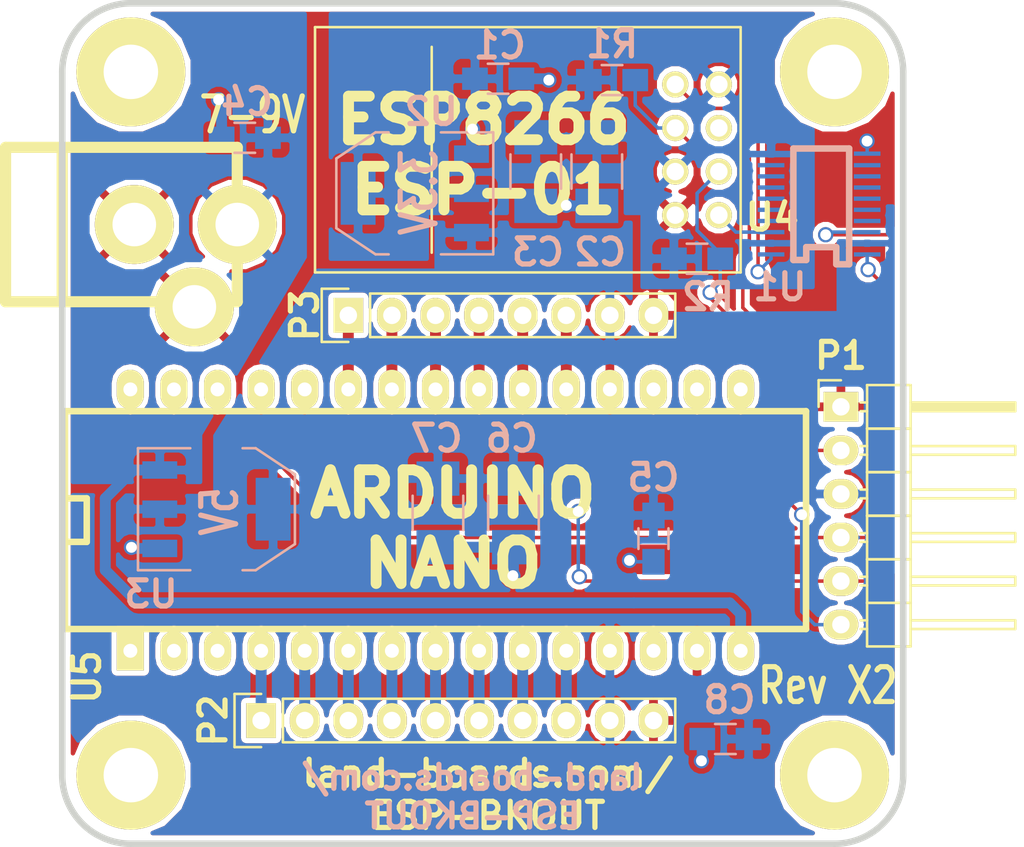
<source format=kicad_pcb>
(kicad_pcb (version 4) (host pcbnew "(after 2015-mar-04 BZR unknown)-product")

  (general
    (links 66)
    (no_connects 0)
    (area -6.382001 0.494801 66.301001 59.190501)
    (thickness 1.6002)
    (drawings 24)
    (tracks 122)
    (zones 0)
    (modules 23)
    (nets 25)
  )

  (page A)
  (title_block
    (date "28 mar 2015")
    (rev X1)
  )

  (layers
    (0 Front signal)
    (31 Back signal)
    (36 B.SilkS user)
    (37 F.SilkS user)
    (38 B.Mask user hide)
    (39 F.Mask user hide)
    (40 Dwgs.User user hide)
    (44 Edge.Cuts user)
  )

  (setup
    (last_trace_width 0.635)
    (user_trace_width 0.254)
    (user_trace_width 0.635)
    (trace_clearance 0.254)
    (zone_clearance 0.3048)
    (zone_45_only no)
    (trace_min 0.2032)
    (segment_width 0.381)
    (edge_width 0.381)
    (via_size 0.889)
    (via_drill 0.635)
    (via_min_size 0.889)
    (via_min_drill 0.508)
    (uvia_size 0.508)
    (uvia_drill 0.127)
    (uvias_allowed no)
    (uvia_min_size 0.508)
    (uvia_min_drill 0.127)
    (pcb_text_width 0.3048)
    (pcb_text_size 1.524 2.032)
    (mod_edge_width 0.381)
    (mod_text_size 1.524 1.524)
    (mod_text_width 0.3048)
    (pad_size 6.35 6.35)
    (pad_drill 3.175)
    (pad_to_mask_clearance 0.1524)
    (aux_axis_origin 0 0)
    (visible_elements 7FFFFF7F)
    (pcbplotparams
      (layerselection 0x010f0_80000001)
      (usegerberextensions true)
      (excludeedgelayer true)
      (linewidth 0.150000)
      (plotframeref false)
      (viasonmask false)
      (mode 1)
      (useauxorigin false)
      (hpglpennumber 1)
      (hpglpenspeed 20)
      (hpglpendiameter 15)
      (hpglpenoverlay 0)
      (psnegative false)
      (psa4output false)
      (plotreference true)
      (plotvalue false)
      (plotinvisibletext false)
      (padsonsilk false)
      (subtractmaskfromsilk false)
      (outputformat 1)
      (mirror false)
      (drillshape 0)
      (scaleselection 1)
      (outputdirectory plots/))
  )

  (net 0 "")
  (net 1 GND)
  (net 2 +5V)
  (net 3 +3V3)
  (net 4 +9V)
  (net 5 /A0)
  (net 6 /A1)
  (net 7 /A2)
  (net 8 /A3)
  (net 9 /SDA)
  (net 10 /SCL)
  (net 11 /A6)
  (net 12 /A7)
  (net 13 /D7)
  (net 14 /D6)
  (net 15 /D5)
  (net 16 /D4)
  (net 17 /ARDRXD)
  (net 18 /ARDTXD)
  (net 19 /ESPTXD)
  (net 20 /ESPRXD)
  (net 21 /D3)
  (net 22 /D2)
  (net 23 /DTR)
  (net 24 /RTS)

  (net_class Default "This is the default net class."
    (clearance 0.254)
    (trace_width 0.2032)
    (via_dia 0.889)
    (via_drill 0.635)
    (uvia_dia 0.508)
    (uvia_drill 0.127)
    (add_net +3V3)
    (add_net +5V)
    (add_net +9V)
    (add_net /A0)
    (add_net /A1)
    (add_net /A2)
    (add_net /A3)
    (add_net /A6)
    (add_net /A7)
    (add_net /ARDRXD)
    (add_net /ARDTXD)
    (add_net /D2)
    (add_net /D3)
    (add_net /D4)
    (add_net /D5)
    (add_net /D6)
    (add_net /D7)
    (add_net /DTR)
    (add_net /ESPRXD)
    (add_net /ESPTXD)
    (add_net /RTS)
    (add_net /SCL)
    (add_net /SDA)
    (add_net GND)
  )

  (net_class POWER ""
    (clearance 0.254)
    (trace_width 0.635)
    (via_dia 0.889)
    (via_drill 0.635)
    (uvia_dia 0.508)
    (uvia_drill 0.127)
  )

  (module dougsLib:JACK_2.1MM (layer Front) (tedit 55E22241) (tstamp 55ABCE2E)
    (at 14.2 22.9)
    (descr "DC Pwr, 2.1mm Jack")
    (tags "DC Power jack, 2.1mm")
    (path /55ABBEC2)
    (fp_text reference J1 (at -0.0508 -6.05028) (layer F.SilkS) hide
      (effects (font (thickness 0.3048)))
    )
    (fp_text value DCJ0202 (at -6 0 90) (layer F.SilkS) hide
      (effects (font (size 1.016 1.016) (thickness 0.254)))
    )
    (fp_line (start -4.2 4.5) (end -4.2 -4.5) (layer F.SilkS) (width 0.65))
    (fp_line (start -7.5 -4.5) (end -7.5 4.5) (layer F.SilkS) (width 0.65))
    (fp_line (start -7.5 -4.5) (end 6 -4.5) (layer F.SilkS) (width 0.65))
    (fp_line (start 6 -4.5) (end 6 4.5) (layer F.SilkS) (width 0.65))
    (fp_line (start -7.5 4.5) (end 6 4.5) (layer F.SilkS) (width 0.65))
    (pad 2 thru_hole circle (at 0 0) (size 4.6 4.6) (drill 2.54) (layers *.Cu *.Mask F.SilkS)
      (net 1 GND))
    (pad 1 thru_hole circle (at 6 0) (size 4.6 4.6) (drill 2.54) (layers *.Cu *.Mask F.SilkS)
      (net 4 +9V))
    (pad 3 thru_hole circle (at 3.5 4.8) (size 4.6 4.6) (drill 2.54) (layers *.Cu *.Mask F.SilkS)
      (net 1 GND))
    (model connectors/POWER_21.wrl
      (at (xyz 0 0 0))
      (scale (xyz 0.8 0.8 0.8))
      (rotate (xyz 0 0 0))
    )
  )

  (module MTG-4-40 locked (layer Front) (tedit 50F036E3) (tstamp 51AF63A5)
    (at 14 55)
    (path /5030F2C2)
    (fp_text reference MTG3 (at -6.858 -0.635) (layer F.SilkS) hide
      (effects (font (thickness 0.3048)))
    )
    (fp_text value CONN_1 (at 0 -5.08) (layer F.SilkS) hide
      (effects (font (thickness 0.3048)))
    )
    (pad 1 thru_hole circle (at 0 0) (size 6.35 6.35) (drill 3.175) (layers *.Cu *.Mask F.SilkS))
  )

  (module MTG-4-40 locked (layer Front) (tedit 50F036E3) (tstamp 51AF63AA)
    (at 55 55)
    (path /5030F2C1)
    (fp_text reference MTG4 (at -6.858 -0.635) (layer F.SilkS) hide
      (effects (font (thickness 0.3048)))
    )
    (fp_text value CONN_1 (at 0 -5.08) (layer F.SilkS) hide
      (effects (font (thickness 0.3048)))
    )
    (pad 1 thru_hole circle (at 0 0) (size 6.35 6.35) (drill 3.175) (layers *.Cu *.Mask F.SilkS))
  )

  (module MTG-4-40 locked (layer Front) (tedit 50F036E3) (tstamp 51AF63AF)
    (at 55 14)
    (path /5030F2BD)
    (fp_text reference MTG2 (at -6.858 -0.635) (layer F.SilkS) hide
      (effects (font (thickness 0.3048)))
    )
    (fp_text value CONN_1 (at 0 -5.08) (layer F.SilkS) hide
      (effects (font (thickness 0.3048)))
    )
    (pad 1 thru_hole circle (at 0 0) (size 6.35 6.35) (drill 3.175) (layers *.Cu *.Mask F.SilkS))
  )

  (module MTG-4-40 locked (layer Front) (tedit 50F036E3) (tstamp 51AF63B4)
    (at 14 14)
    (path /5030F2A7)
    (fp_text reference MTG1 (at -6.858 -0.635) (layer F.SilkS) hide
      (effects (font (thickness 0.3048)))
    )
    (fp_text value CONN_1 (at 0 -5.08) (layer F.SilkS) hide
      (effects (font (thickness 0.3048)))
    )
    (pad 1 thru_hole circle (at 0 0) (size 6.35 6.35) (drill 3.175) (layers *.Cu *.Mask F.SilkS))
  )

  (module Resistors_SMD:R_0805_HandSoldering (layer Back) (tedit 55ACFF65) (tstamp 55AA74AC)
    (at 48.641 52.8955 180)
    (descr "Resistor SMD 0805, hand soldering")
    (tags "resistor 0805")
    (path /5030E7F8)
    (attr smd)
    (fp_text reference C8 (at -0.24 2.284 180) (layer B.SilkS)
      (effects (font (thickness 0.3048)) (justify mirror))
    )
    (fp_text value 0.1uF (at 0 -2.1 180) (layer B.SilkS) hide
      (effects (font (size 1 1) (thickness 0.15)) (justify mirror))
    )
    (fp_line (start -2.4 1) (end 2.4 1) (layer B.CrtYd) (width 0.05))
    (fp_line (start -2.4 -1) (end 2.4 -1) (layer B.CrtYd) (width 0.05))
    (fp_line (start -2.4 1) (end -2.4 -1) (layer B.CrtYd) (width 0.05))
    (fp_line (start 2.4 1) (end 2.4 -1) (layer B.CrtYd) (width 0.05))
    (fp_line (start 0.6 -0.875) (end -0.6 -0.875) (layer B.SilkS) (width 0.15))
    (fp_line (start -0.6 0.875) (end 0.6 0.875) (layer B.SilkS) (width 0.15))
    (pad 1 smd rect (at -1.35 0 180) (size 1.5 1.3) (layers Back B.Mask)
      (net 2 +5V))
    (pad 2 smd rect (at 1.35 0 180) (size 1.5 1.3) (layers Back B.Mask)
      (net 1 GND))
    (model Resistors_SMD.3dshapes/R_0805_HandSoldering.wrl
      (at (xyz 0 0 0))
      (scale (xyz 1 1 1))
      (rotate (xyz 0 0 0))
    )
  )

  (module Resistors_SMD:R_0805_HandSoldering (layer Back) (tedit 55E20422) (tstamp 55AA74B7)
    (at 35.4 14.4)
    (descr "Resistor SMD 0805, hand soldering")
    (tags "resistor 0805")
    (path /5030E7F2)
    (attr smd)
    (fp_text reference C1 (at 0.0965 -1.954 180) (layer B.SilkS)
      (effects (font (thickness 0.3048)) (justify mirror))
    )
    (fp_text value 0.1uF (at 0 -2.1) (layer B.SilkS) hide
      (effects (font (size 1 1) (thickness 0.15)) (justify mirror))
    )
    (fp_line (start -2.4 1) (end 2.4 1) (layer B.CrtYd) (width 0.05))
    (fp_line (start -2.4 -1) (end 2.4 -1) (layer B.CrtYd) (width 0.05))
    (fp_line (start -2.4 1) (end -2.4 -1) (layer B.CrtYd) (width 0.05))
    (fp_line (start 2.4 1) (end 2.4 -1) (layer B.CrtYd) (width 0.05))
    (fp_line (start 0.6 -0.875) (end -0.6 -0.875) (layer B.SilkS) (width 0.15))
    (fp_line (start -0.6 0.875) (end 0.6 0.875) (layer B.SilkS) (width 0.15))
    (pad 1 smd rect (at -1.35 0) (size 1.5 1.3) (layers Back B.Mask)
      (net 3 +3V3))
    (pad 2 smd rect (at 1.35 0) (size 1.5 1.3) (layers Back B.Mask)
      (net 1 GND))
    (model Resistors_SMD.3dshapes/R_0805_HandSoldering.wrl
      (at (xyz 0 0 0))
      (scale (xyz 1 1 1))
      (rotate (xyz 0 0 0))
    )
  )

  (module dougsLib:SOG20 (layer Back) (tedit 55ABDB56) (tstamp 55AA74F6)
    (at 54.102 21.717 90)
    (descr "Cms SOJ 20 pins large")
    (tags "CMS SOJ")
    (path /55AA8869)
    (attr smd)
    (fp_text reference U1 (at -4.826 -2.286 360) (layer B.SilkS)
      (effects (font (thickness 0.3048)) (justify mirror))
    )
    (fp_text value TXS0108 (at 0.254 5.08 90) (layer B.SilkS) hide
      (effects (font (size 1.524 1.27) (thickness 0.127)) (justify mirror))
    )
    (fp_line (start -3.5 1.75) (end 3.25 1.75) (layer B.SilkS) (width 0.381))
    (fp_line (start 3.25 1.75) (end 3.25 -1.5) (layer B.SilkS) (width 0.381))
    (fp_line (start 3.25 -1.5) (end -3.25 -1.5) (layer B.SilkS) (width 0.381))
    (fp_line (start -3.25 -1.5) (end -3.25 -0.75) (layer B.SilkS) (width 0.381))
    (fp_line (start -3.25 -0.75) (end -2.5 -0.75) (layer B.SilkS) (width 0.381))
    (fp_line (start -2.5 -0.75) (end -2.5 1) (layer B.SilkS) (width 0.381))
    (fp_line (start -2.5 1) (end -3.5 1) (layer B.SilkS) (width 0.381))
    (fp_line (start -3.5 1) (end -3.5 1.75) (layer B.SilkS) (width 0.381))
    (pad 11 smd rect (at 2.95 2.8 90) (size 0.25 1.55) (layers Back B.Mask)
      (net 1 GND))
    (pad 12 smd rect (at 2.275 2.8 90) (size 0.25 1.55) (layers Back B.Mask))
    (pad 13 smd rect (at 1.625 2.8 90) (size 0.25 1.55) (layers Back B.Mask))
    (pad 14 smd rect (at 0.975 2.8 90) (size 0.25 1.55) (layers Back B.Mask))
    (pad 15 smd rect (at 0.325 2.8 90) (size 0.25 1.55) (layers Back B.Mask))
    (pad 16 smd rect (at -0.325 2.8 90) (size 0.25 1.55) (layers Back B.Mask))
    (pad 17 smd rect (at -0.975 2.8 90) (size 0.25 1.55) (layers Back B.Mask))
    (pad 18 smd rect (at -1.625 2.8 90) (size 0.25 1.55) (layers Back B.Mask)
      (net 17 /ARDRXD))
    (pad 19 smd rect (at -2.275 2.8 90) (size 0.25 1.55) (layers Back B.Mask)
      (net 2 +5V))
    (pad 20 smd rect (at -2.925 2.8 90) (size 0.25 1.55) (layers Back B.Mask)
      (net 18 /ARDTXD))
    (pad 1 smd rect (at -2.925 -2.8 90) (size 0.25 1.55) (layers Back B.Mask)
      (net 20 /ESPRXD))
    (pad 2 smd rect (at -2.275 -2.8 90) (size 0.25 1.55) (layers Back B.Mask)
      (net 3 +3V3))
    (pad 3 smd rect (at -1.625 -2.8 90) (size 0.25 1.55) (layers Back B.Mask)
      (net 19 /ESPTXD))
    (pad 4 smd rect (at -0.975 -2.8 90) (size 0.25 1.55) (layers Back B.Mask))
    (pad 5 smd rect (at -0.325 -2.8 90) (size 0.25 1.55) (layers Back B.Mask))
    (pad 6 smd rect (at 0.325 -2.8 90) (size 0.25 1.55) (layers Back B.Mask))
    (pad 7 smd rect (at 0.975 -2.8 90) (size 0.25 1.55) (layers Back B.Mask))
    (pad 8 smd rect (at 1.625 -2.8 90) (size 0.25 1.55) (layers Back B.Mask))
    (pad 9 smd rect (at 2.275 -2.8 90) (size 0.25 1.55) (layers Back B.Mask))
    (pad 10 smd rect (at 2.925 -2.8 90) (size 0.25 1.55) (layers Back B.Mask)
      (net 3 +3V3))
    (model smd/cms_so20.wrl
      (at (xyz 0 0 0))
      (scale (xyz 0.5 0.6 0.5))
      (rotate (xyz 0 0 0))
    )
  )

  (module SMD_Packages:SOT-223 (layer Back) (tedit 55E2187A) (tstamp 55AA7515)
    (at 30.5435 21.082 270)
    (descr "module CMS SOT223 4 pins")
    (tags "CMS SOT")
    (path /5030E794)
    (attr smd)
    (fp_text reference U2 (at -4.7625 -0.9525 360) (layer B.SilkS)
      (effects (font (thickness 0.3048)) (justify mirror))
    )
    (fp_text value AP1117-3.3V (at 0 -0.762 270) (layer B.SilkS) hide
      (effects (font (size 1 1) (thickness 0.15)) (justify mirror))
    )
    (fp_line (start -3.556 -1.524) (end -3.556 -4.572) (layer B.SilkS) (width 0.15))
    (fp_line (start -3.556 -4.572) (end 3.556 -4.572) (layer B.SilkS) (width 0.15))
    (fp_line (start 3.556 -4.572) (end 3.556 -1.524) (layer B.SilkS) (width 0.15))
    (fp_line (start -3.556 1.524) (end -3.556 2.286) (layer B.SilkS) (width 0.15))
    (fp_line (start -3.556 2.286) (end -2.032 4.572) (layer B.SilkS) (width 0.15))
    (fp_line (start -2.032 4.572) (end 2.032 4.572) (layer B.SilkS) (width 0.15))
    (fp_line (start 2.032 4.572) (end 3.556 2.286) (layer B.SilkS) (width 0.15))
    (fp_line (start 3.556 2.286) (end 3.556 1.524) (layer B.SilkS) (width 0.15))
    (pad 4 smd rect (at 0 3.302 270) (size 3.6576 2.032) (layers Back B.Mask)
      (net 3 +3V3))
    (pad 2 smd rect (at 0 -3.302 270) (size 1.016 2.032) (layers Back B.Mask)
      (net 3 +3V3))
    (pad 3 smd rect (at 2.286 -3.302 270) (size 1.016 2.032) (layers Back B.Mask)
      (net 2 +5V))
    (pad 1 smd rect (at -2.286 -3.302 270) (size 1.016 2.032) (layers Back B.Mask)
      (net 1 GND))
    (model SMD_Packages.3dshapes/SOT-223.wrl
      (at (xyz 0 0 0))
      (scale (xyz 0.4 0.4 0.4))
      (rotate (xyz 0 0 0))
    )
  )

  (module arduino:arduino_mini (layer Front) (tedit 55ABCE10) (tstamp 55ABB877)
    (at 33.02 40.132)
    (descr "30 pins DIL package, elliptical pads, width 600mil (arduino mini)")
    (tags "DIL arduino mini")
    (path /55ABB26F)
    (fp_text reference U5 (at -21.59 9.144 90) (layer F.SilkS)
      (effects (font (thickness 0.3048)))
    )
    (fp_text value arduino_nano (at -0.635 3.175) (layer F.SilkS) hide
      (effects (font (size 1.778 1.778) (thickness 0.3048)))
    )
    (fp_line (start -22.86 -6.35) (end 20.32 -6.35) (layer F.SilkS) (width 0.381))
    (fp_line (start 20.32 -6.35) (end 20.32 6.35) (layer F.SilkS) (width 0.381))
    (fp_line (start 20.32 6.35) (end -22.86 6.35) (layer F.SilkS) (width 0.381))
    (fp_line (start -22.86 6.35) (end -22.86 -6.35) (layer F.SilkS) (width 0.381))
    (fp_line (start -22.86 1.27) (end -21.59 1.27) (layer F.SilkS) (width 0.381))
    (fp_line (start -21.59 1.27) (end -21.59 -1.27) (layer F.SilkS) (width 0.381))
    (fp_line (start -21.59 -1.27) (end -22.86 -1.27) (layer F.SilkS) (width 0.381))
    (pad 1 thru_hole rect (at -19.05 7.62) (size 1.5748 2.286) (drill 0.8128) (layers *.Cu *.Mask F.SilkS))
    (pad 2 thru_hole oval (at -16.51 7.62) (size 1.5748 2.286) (drill 0.8128) (layers *.Cu *.Mask F.SilkS))
    (pad 3 thru_hole oval (at -13.97 7.62) (size 1.5748 2.286) (drill 0.8128) (layers *.Cu *.Mask F.SilkS))
    (pad 4 thru_hole oval (at -11.43 7.62) (size 1.5748 2.286) (drill 0.8128) (layers *.Cu *.Mask F.SilkS)
      (net 5 /A0))
    (pad 5 thru_hole oval (at -8.89 7.62) (size 1.5748 2.286) (drill 0.8128) (layers *.Cu *.Mask F.SilkS)
      (net 6 /A1))
    (pad 6 thru_hole oval (at -6.35 7.62) (size 1.5748 2.286) (drill 0.8128) (layers *.Cu *.Mask F.SilkS)
      (net 7 /A2))
    (pad 7 thru_hole oval (at -3.81 7.62) (size 1.5748 2.286) (drill 0.8128) (layers *.Cu *.Mask F.SilkS)
      (net 8 /A3))
    (pad 8 thru_hole oval (at -1.27 7.62) (size 1.5748 2.286) (drill 0.8128) (layers *.Cu *.Mask F.SilkS)
      (net 9 /SDA))
    (pad 9 thru_hole oval (at 1.27 7.62) (size 1.5748 2.286) (drill 0.8128) (layers *.Cu *.Mask F.SilkS)
      (net 10 /SCL))
    (pad 10 thru_hole oval (at 3.81 7.62) (size 1.5748 2.286) (drill 0.8128) (layers *.Cu *.Mask F.SilkS)
      (net 11 /A6))
    (pad 11 thru_hole oval (at 6.35 7.62) (size 1.5748 2.286) (drill 0.8128) (layers *.Cu *.Mask F.SilkS)
      (net 12 /A7))
    (pad 12 thru_hole oval (at 8.89 7.62) (size 1.5748 2.286) (drill 0.8128) (layers *.Cu *.Mask F.SilkS)
      (net 2 +5V))
    (pad 13 thru_hole oval (at 11.43 7.62) (size 1.5748 2.286) (drill 0.8128) (layers *.Cu *.Mask F.SilkS))
    (pad 14 thru_hole oval (at 13.97 7.62) (size 1.5748 2.286) (drill 0.8128) (layers *.Cu *.Mask F.SilkS)
      (net 1 GND))
    (pad 15 thru_hole oval (at 16.51 7.62) (size 1.5748 2.286) (drill 0.8128) (layers *.Cu *.Mask F.SilkS)
      (net 4 +9V))
    (pad 16 thru_hole oval (at 16.51 -7.62) (size 1.5748 2.286) (drill 0.8128) (layers *.Cu *.Mask F.SilkS))
    (pad 17 thru_hole oval (at 13.97 -7.62) (size 1.5748 2.286) (drill 0.8128) (layers *.Cu *.Mask F.SilkS))
    (pad 18 thru_hole oval (at 11.43 -7.62) (size 1.5748 2.286) (drill 0.8128) (layers *.Cu *.Mask F.SilkS))
    (pad 19 thru_hole oval (at 8.89 -7.62) (size 1.5748 2.286) (drill 0.8128) (layers *.Cu *.Mask F.SilkS)
      (net 1 GND))
    (pad 20 thru_hole oval (at 6.35 -7.62) (size 1.5748 2.286) (drill 0.8128) (layers *.Cu *.Mask F.SilkS)
      (net 22 /D2))
    (pad 21 thru_hole oval (at 3.81 -7.62) (size 1.5748 2.286) (drill 0.8128) (layers *.Cu *.Mask F.SilkS)
      (net 21 /D3))
    (pad 22 thru_hole oval (at 1.27 -7.62) (size 1.5748 2.286) (drill 0.8128) (layers *.Cu *.Mask F.SilkS)
      (net 16 /D4))
    (pad 23 thru_hole oval (at -1.27 -7.62) (size 1.5748 2.286) (drill 0.8128) (layers *.Cu *.Mask F.SilkS)
      (net 15 /D5))
    (pad 24 thru_hole oval (at -3.81 -7.62) (size 1.5748 2.286) (drill 0.8128) (layers *.Cu *.Mask F.SilkS)
      (net 14 /D6))
    (pad 25 thru_hole oval (at -6.35 -7.62) (size 1.5748 2.286) (drill 0.8128) (layers *.Cu *.Mask F.SilkS)
      (net 13 /D7))
    (pad 26 thru_hole oval (at -8.89 -7.62) (size 1.5748 2.286) (drill 0.8128) (layers *.Cu *.Mask F.SilkS)
      (net 17 /ARDRXD))
    (pad 27 thru_hole oval (at -11.43 -7.62) (size 1.5748 2.286) (drill 0.8128) (layers *.Cu *.Mask F.SilkS)
      (net 18 /ARDTXD))
    (pad 28 thru_hole oval (at -13.97 -7.62) (size 1.5748 2.286) (drill 0.8128) (layers *.Cu *.Mask F.SilkS))
    (pad 29 thru_hole oval (at -16.51 -7.62) (size 1.5748 2.286) (drill 0.8128) (layers *.Cu *.Mask F.SilkS))
    (pad 30 thru_hole oval (at -19.05 -7.62) (size 1.5748 2.286) (drill 0.8128) (layers *.Cu *.Mask F.SilkS))
  )

  (module Resistors_SMD:R_0805_HandSoldering (layer Back) (tedit 55E2183C) (tstamp 55ABBFBA)
    (at 20.6375 17.8435 180)
    (descr "Resistor SMD 0805, hand soldering")
    (tags "resistor 0805")
    (path /55ABBC4E)
    (attr smd)
    (fp_text reference C4 (at -0.127 2.0955 360) (layer B.SilkS)
      (effects (font (thickness 0.3048)) (justify mirror))
    )
    (fp_text value 0.1uF (at 0 -2.1 180) (layer B.SilkS) hide
      (effects (font (size 1 1) (thickness 0.15)) (justify mirror))
    )
    (fp_line (start -2.4 1) (end 2.4 1) (layer B.CrtYd) (width 0.05))
    (fp_line (start -2.4 -1) (end 2.4 -1) (layer B.CrtYd) (width 0.05))
    (fp_line (start -2.4 1) (end -2.4 -1) (layer B.CrtYd) (width 0.05))
    (fp_line (start 2.4 1) (end 2.4 -1) (layer B.CrtYd) (width 0.05))
    (fp_line (start 0.6 -0.875) (end -0.6 -0.875) (layer B.SilkS) (width 0.15))
    (fp_line (start -0.6 0.875) (end 0.6 0.875) (layer B.SilkS) (width 0.15))
    (pad 1 smd rect (at -1.35 0 180) (size 1.5 1.3) (layers Back B.Mask)
      (net 4 +9V))
    (pad 2 smd rect (at 1.35 0 180) (size 1.5 1.3) (layers Back B.Mask)
      (net 1 GND))
    (model Resistors_SMD.3dshapes/R_0805_HandSoldering.wrl
      (at (xyz 0 0 0))
      (scale (xyz 1 1 1))
      (rotate (xyz 0 0 0))
    )
  )

  (module Resistors_SMD:R_0805_HandSoldering (layer Back) (tedit 55ABF8C7) (tstamp 55ABBFD2)
    (at 44.45 41.2115 270)
    (descr "Resistor SMD 0805, hand soldering")
    (tags "resistor 0805")
    (path /55ABBC54)
    (attr smd)
    (fp_text reference C5 (at -3.556 0 540) (layer B.SilkS)
      (effects (font (thickness 0.3048)) (justify mirror))
    )
    (fp_text value 0.1uF (at 0 -2.1 270) (layer B.SilkS) hide
      (effects (font (size 1 1) (thickness 0.15)) (justify mirror))
    )
    (fp_line (start -2.4 1) (end 2.4 1) (layer B.CrtYd) (width 0.05))
    (fp_line (start -2.4 -1) (end 2.4 -1) (layer B.CrtYd) (width 0.05))
    (fp_line (start -2.4 1) (end -2.4 -1) (layer B.CrtYd) (width 0.05))
    (fp_line (start 2.4 1) (end 2.4 -1) (layer B.CrtYd) (width 0.05))
    (fp_line (start 0.6 -0.875) (end -0.6 -0.875) (layer B.SilkS) (width 0.15))
    (fp_line (start -0.6 0.875) (end 0.6 0.875) (layer B.SilkS) (width 0.15))
    (pad 1 smd rect (at -1.35 0 270) (size 1.5 1.3) (layers Back B.Mask)
      (net 2 +5V))
    (pad 2 smd rect (at 1.35 0 270) (size 1.5 1.3) (layers Back B.Mask)
      (net 1 GND))
    (model Resistors_SMD.3dshapes/R_0805_HandSoldering.wrl
      (at (xyz 0 0 0))
      (scale (xyz 1 1 1))
      (rotate (xyz 0 0 0))
    )
  )

  (module SMD_Packages:SOT-223 (layer Back) (tedit 55E21886) (tstamp 55ABBFE2)
    (at 18.9865 39.497 90)
    (descr "module CMS SOT223 4 pins")
    (tags "CMS SOT")
    (path /55ABBC60)
    (attr smd)
    (fp_text reference U3 (at -4.953 -3.81 360) (layer B.SilkS)
      (effects (font (thickness 0.3048)) (justify mirror))
    )
    (fp_text value AZ1117-5.0V (at 0 -0.762 90) (layer B.SilkS) hide
      (effects (font (size 1 1) (thickness 0.15)) (justify mirror))
    )
    (fp_line (start -3.556 -1.524) (end -3.556 -4.572) (layer B.SilkS) (width 0.15))
    (fp_line (start -3.556 -4.572) (end 3.556 -4.572) (layer B.SilkS) (width 0.15))
    (fp_line (start 3.556 -4.572) (end 3.556 -1.524) (layer B.SilkS) (width 0.15))
    (fp_line (start -3.556 1.524) (end -3.556 2.286) (layer B.SilkS) (width 0.15))
    (fp_line (start -3.556 2.286) (end -2.032 4.572) (layer B.SilkS) (width 0.15))
    (fp_line (start -2.032 4.572) (end 2.032 4.572) (layer B.SilkS) (width 0.15))
    (fp_line (start 2.032 4.572) (end 3.556 2.286) (layer B.SilkS) (width 0.15))
    (fp_line (start 3.556 2.286) (end 3.556 1.524) (layer B.SilkS) (width 0.15))
    (pad 4 smd rect (at 0 3.302 90) (size 3.6576 2.032) (layers Back B.Mask)
      (net 2 +5V))
    (pad 2 smd rect (at 0 -3.302 90) (size 1.016 2.032) (layers Back B.Mask)
      (net 2 +5V))
    (pad 3 smd rect (at 2.286 -3.302 90) (size 1.016 2.032) (layers Back B.Mask)
      (net 4 +9V))
    (pad 1 smd rect (at -2.286 -3.302 90) (size 1.016 2.032) (layers Back B.Mask)
      (net 1 GND))
    (model SMD_Packages.3dshapes/SOT-223.wrl
      (at (xyz 0 0 0))
      (scale (xyz 0.4 0.4 0.4))
      (rotate (xyz 0 0 0))
    )
  )

  (module DougsNewMods:ESP8266-ESP-01 (layer Front) (tedit 55E21918) (tstamp 55ABC9FE)
    (at 49.53 18.542 90)
    (descr "ESP8266 ESP-01 wifi module -- Phillip Pearson")
    (path /55ABE02A)
    (fp_text reference U4 (at -3.937 1.8415 360) (layer F.SilkS)
      (effects (font (thickness 0.3048)))
    )
    (fp_text value ESP8266-ESP-01 (at 0 -10 90) (layer F.SilkS) hide
      (effects (font (size 1 1) (thickness 0.15)))
    )
    (fp_line (start -6 -18) (end 6 -18) (layer F.SilkS) (width 0.15))
    (fp_line (start -7.15 0) (end -7.15 -24.8) (layer F.SilkS) (width 0.15))
    (fp_line (start -7.15 -24.8) (end 7.15 -24.8) (layer F.SilkS) (width 0.15))
    (fp_line (start 7.15 -24.8) (end 7.15 0) (layer F.SilkS) (width 0.15))
    (fp_line (start 7.15 0) (end -7.15 0) (layer F.SilkS) (width 0.15))
    (pad 1 thru_hole circle (at -3.81 -1.27 90) (size 1.524 1.524) (drill 1.016) (layers *.Cu *.Mask F.SilkS)
      (net 19 /ESPTXD))
    (pad 2 thru_hole circle (at -3.81 -3.81 90) (size 1.524 1.524) (drill 1.016) (layers *.Cu *.Mask F.SilkS)
      (net 1 GND))
    (pad 3 thru_hole circle (at -1.27 -1.27 90) (size 1.524 1.524) (drill 1.016) (layers *.Cu *.Mask F.SilkS)
      (net 24 /RTS))
    (pad 4 thru_hole circle (at -1.27 -3.81 90) (size 1.524 1.524) (drill 1.016) (layers *.Cu *.Mask F.SilkS)
      (net 3 +3V3))
    (pad 5 thru_hole circle (at 1.27 -1.27 90) (size 1.524 1.524) (drill 1.016) (layers *.Cu *.Mask F.SilkS))
    (pad 6 thru_hole circle (at 1.27 -3.81 90) (size 1.524 1.524) (drill 1.016) (layers *.Cu *.Mask F.SilkS)
      (net 23 /DTR))
    (pad 7 thru_hole circle (at 3.81 -1.27 90) (size 1.524 1.524) (drill 1.016) (layers *.Cu *.Mask F.SilkS)
      (net 3 +3V3))
    (pad 8 thru_hole circle (at 3.81 -3.81 90) (size 1.524 1.524) (drill 1.016) (layers *.Cu *.Mask F.SilkS)
      (net 20 /ESPRXD))
  )

  (module Pin_Headers:Pin_Header_Straight_1x10 (layer Front) (tedit 55ABF8DE) (tstamp 55ABD02F)
    (at 21.59 51.816 90)
    (descr "Through hole pin header")
    (tags "pin header")
    (path /55ABEB26)
    (fp_text reference P2 (at 0 -2.794 90) (layer F.SilkS)
      (effects (font (thickness 0.3048)))
    )
    (fp_text value CONN_01X10 (at 0 -3.1 90) (layer F.SilkS) hide
      (effects (font (size 1 1) (thickness 0.15)))
    )
    (fp_line (start -1.75 -1.75) (end -1.75 24.65) (layer F.CrtYd) (width 0.05))
    (fp_line (start 1.75 -1.75) (end 1.75 24.65) (layer F.CrtYd) (width 0.05))
    (fp_line (start -1.75 -1.75) (end 1.75 -1.75) (layer F.CrtYd) (width 0.05))
    (fp_line (start -1.75 24.65) (end 1.75 24.65) (layer F.CrtYd) (width 0.05))
    (fp_line (start 1.27 1.27) (end 1.27 24.13) (layer F.SilkS) (width 0.15))
    (fp_line (start 1.27 24.13) (end -1.27 24.13) (layer F.SilkS) (width 0.15))
    (fp_line (start -1.27 24.13) (end -1.27 1.27) (layer F.SilkS) (width 0.15))
    (fp_line (start 1.55 -1.55) (end 1.55 0) (layer F.SilkS) (width 0.15))
    (fp_line (start 1.27 1.27) (end -1.27 1.27) (layer F.SilkS) (width 0.15))
    (fp_line (start -1.55 0) (end -1.55 -1.55) (layer F.SilkS) (width 0.15))
    (fp_line (start -1.55 -1.55) (end 1.55 -1.55) (layer F.SilkS) (width 0.15))
    (pad 1 thru_hole rect (at 0 0 90) (size 2.032 1.7272) (drill 1.016) (layers *.Cu *.Mask F.SilkS)
      (net 5 /A0))
    (pad 2 thru_hole oval (at 0 2.54 90) (size 2.032 1.7272) (drill 1.016) (layers *.Cu *.Mask F.SilkS)
      (net 6 /A1))
    (pad 3 thru_hole oval (at 0 5.08 90) (size 2.032 1.7272) (drill 1.016) (layers *.Cu *.Mask F.SilkS)
      (net 7 /A2))
    (pad 4 thru_hole oval (at 0 7.62 90) (size 2.032 1.7272) (drill 1.016) (layers *.Cu *.Mask F.SilkS)
      (net 8 /A3))
    (pad 5 thru_hole oval (at 0 10.16 90) (size 2.032 1.7272) (drill 1.016) (layers *.Cu *.Mask F.SilkS)
      (net 9 /SDA))
    (pad 6 thru_hole oval (at 0 12.7 90) (size 2.032 1.7272) (drill 1.016) (layers *.Cu *.Mask F.SilkS)
      (net 10 /SCL))
    (pad 7 thru_hole oval (at 0 15.24 90) (size 2.032 1.7272) (drill 1.016) (layers *.Cu *.Mask F.SilkS)
      (net 11 /A6))
    (pad 8 thru_hole oval (at 0 17.78 90) (size 2.032 1.7272) (drill 1.016) (layers *.Cu *.Mask F.SilkS)
      (net 12 /A7))
    (pad 9 thru_hole oval (at 0 20.32 90) (size 2.032 1.7272) (drill 1.016) (layers *.Cu *.Mask F.SilkS)
      (net 2 +5V))
    (pad 10 thru_hole oval (at 0 22.86 90) (size 2.032 1.7272) (drill 1.016) (layers *.Cu *.Mask F.SilkS)
      (net 1 GND))
    (model Pin_Headers.3dshapes/Pin_Header_Straight_1x10.wrl
      (at (xyz 0 -0.45 0))
      (scale (xyz 1 1 1))
      (rotate (xyz 0 0 90))
    )
  )

  (module Pin_Headers:Pin_Header_Straight_1x08 (layer Front) (tedit 55ABF880) (tstamp 55ABF742)
    (at 26.67 28.194 90)
    (descr "Through hole pin header")
    (tags "pin header")
    (path /55AC64F1)
    (clearance 0.1524)
    (fp_text reference P3 (at 0 -2.54 90) (layer F.SilkS)
      (effects (font (thickness 0.3048)))
    )
    (fp_text value CONN_01X08 (at 0 -3.1 90) (layer F.SilkS) hide
      (effects (font (size 1 1) (thickness 0.15)))
    )
    (fp_line (start -1.75 -1.75) (end -1.75 19.55) (layer F.CrtYd) (width 0.05))
    (fp_line (start 1.75 -1.75) (end 1.75 19.55) (layer F.CrtYd) (width 0.05))
    (fp_line (start -1.75 -1.75) (end 1.75 -1.75) (layer F.CrtYd) (width 0.05))
    (fp_line (start -1.75 19.55) (end 1.75 19.55) (layer F.CrtYd) (width 0.05))
    (fp_line (start 1.27 1.27) (end 1.27 19.05) (layer F.SilkS) (width 0.15))
    (fp_line (start 1.27 19.05) (end -1.27 19.05) (layer F.SilkS) (width 0.15))
    (fp_line (start -1.27 19.05) (end -1.27 1.27) (layer F.SilkS) (width 0.15))
    (fp_line (start 1.55 -1.55) (end 1.55 0) (layer F.SilkS) (width 0.15))
    (fp_line (start 1.27 1.27) (end -1.27 1.27) (layer F.SilkS) (width 0.15))
    (fp_line (start -1.55 0) (end -1.55 -1.55) (layer F.SilkS) (width 0.15))
    (fp_line (start -1.55 -1.55) (end 1.55 -1.55) (layer F.SilkS) (width 0.15))
    (pad 1 thru_hole rect (at 0 0 90) (size 2.032 1.7272) (drill 1.016) (layers *.Cu *.Mask F.SilkS)
      (net 13 /D7))
    (pad 2 thru_hole oval (at 0 2.54 90) (size 2.032 1.7272) (drill 1.016) (layers *.Cu *.Mask F.SilkS)
      (net 14 /D6))
    (pad 3 thru_hole oval (at 0 5.08 90) (size 2.032 1.7272) (drill 1.016) (layers *.Cu *.Mask F.SilkS)
      (net 15 /D5))
    (pad 4 thru_hole oval (at 0 7.62 90) (size 2.032 1.7272) (drill 1.016) (layers *.Cu *.Mask F.SilkS)
      (net 16 /D4))
    (pad 5 thru_hole oval (at 0 10.16 90) (size 2.032 1.7272) (drill 1.016) (layers *.Cu *.Mask F.SilkS)
      (net 21 /D3))
    (pad 6 thru_hole oval (at 0 12.7 90) (size 2.032 1.7272) (drill 1.016) (layers *.Cu *.Mask F.SilkS)
      (net 22 /D2))
    (pad 7 thru_hole oval (at 0 15.24 90) (size 2.032 1.7272) (drill 1.016) (layers *.Cu *.Mask F.SilkS)
      (net 2 +5V))
    (pad 8 thru_hole oval (at 0 17.78 90) (size 2.032 1.7272) (drill 1.016) (layers *.Cu *.Mask F.SilkS)
      (net 1 GND))
    (model Pin_Headers.3dshapes/Pin_Header_Straight_1x08.wrl
      (at (xyz 0 -0.35 0))
      (scale (xyz 1 1 1))
      (rotate (xyz 0 0 90))
    )
  )

  (module Resistors_SMD:R_1210_HandSoldering (layer Back) (tedit 55E20DC7) (tstamp 55D88BCE)
    (at 36.293 39.711 270)
    (descr "Resistor SMD 1210, hand soldering")
    (tags "resistor 1210")
    (path /55D8E65D)
    (attr smd)
    (fp_text reference C6 (at -4.3415 0.098 360) (layer B.SilkS)
      (effects (font (thickness 0.3048)) (justify mirror))
    )
    (fp_text value 22uF (at 0 -2.7 270) (layer F.SilkS) hide
      (effects (font (size 1 1) (thickness 0.15)))
    )
    (fp_line (start -3.3 1.6) (end 3.3 1.6) (layer B.CrtYd) (width 0.05))
    (fp_line (start -3.3 -1.6) (end 3.3 -1.6) (layer B.CrtYd) (width 0.05))
    (fp_line (start -3.3 1.6) (end -3.3 -1.6) (layer B.CrtYd) (width 0.05))
    (fp_line (start 3.3 1.6) (end 3.3 -1.6) (layer B.CrtYd) (width 0.05))
    (fp_line (start 1 -1.475) (end -1 -1.475) (layer B.SilkS) (width 0.15))
    (fp_line (start -1 1.475) (end 1 1.475) (layer B.SilkS) (width 0.15))
    (pad 1 smd rect (at -2 0 270) (size 2 2.5) (layers Back B.Mask)
      (net 2 +5V))
    (pad 2 smd rect (at 2 0 270) (size 2 2.5) (layers Back B.Mask)
      (net 1 GND))
    (model Resistors_SMD.3dshapes/R_1210_HandSoldering.wrl
      (at (xyz 0 0 0))
      (scale (xyz 1 1 1))
      (rotate (xyz 0 0 0))
    )
  )

  (module Resistors_SMD:R_1210_HandSoldering (layer Back) (tedit 55E21868) (tstamp 55D88C69)
    (at 37.592 19.812 270)
    (descr "Resistor SMD 1210, hand soldering")
    (tags "resistor 1210")
    (path /5030E7EC)
    (attr smd)
    (fp_text reference C3 (at 4.699 -0.127 540) (layer B.SilkS)
      (effects (font (thickness 0.3048)) (justify mirror))
    )
    (fp_text value 22uF (at 0 -2.7 270) (layer F.SilkS) hide
      (effects (font (size 1 1) (thickness 0.15)))
    )
    (fp_line (start -3.3 1.6) (end 3.3 1.6) (layer B.CrtYd) (width 0.05))
    (fp_line (start -3.3 -1.6) (end 3.3 -1.6) (layer B.CrtYd) (width 0.05))
    (fp_line (start -3.3 1.6) (end -3.3 -1.6) (layer B.CrtYd) (width 0.05))
    (fp_line (start 3.3 1.6) (end 3.3 -1.6) (layer B.CrtYd) (width 0.05))
    (fp_line (start 1 -1.475) (end -1 -1.475) (layer B.SilkS) (width 0.15))
    (fp_line (start -1 1.475) (end 1 1.475) (layer B.SilkS) (width 0.15))
    (pad 1 smd rect (at -2 0 270) (size 2 2.5) (layers Back B.Mask)
      (net 3 +3V3))
    (pad 2 smd rect (at 2 0 270) (size 2 2.5) (layers Back B.Mask)
      (net 1 GND))
    (model Resistors_SMD.3dshapes/R_1210_HandSoldering.wrl
      (at (xyz 0 0 0))
      (scale (xyz 1 1 1))
      (rotate (xyz 0 0 0))
    )
  )

  (module Resistors_SMD:R_1210_HandSoldering (layer Back) (tedit 55E20DBE) (tstamp 55D88D3B)
    (at 31.893 39.711 270)
    (descr "Resistor SMD 1210, hand soldering")
    (tags "resistor 1210")
    (path /55ABBC5A)
    (attr smd)
    (fp_text reference C7 (at -4.3415 0.0795 360) (layer B.SilkS)
      (effects (font (thickness 0.3048)) (justify mirror))
    )
    (fp_text value 22uF (at 0 -2.7 270) (layer F.SilkS) hide
      (effects (font (size 1 1) (thickness 0.15)))
    )
    (fp_line (start -3.3 1.6) (end 3.3 1.6) (layer B.CrtYd) (width 0.05))
    (fp_line (start -3.3 -1.6) (end 3.3 -1.6) (layer B.CrtYd) (width 0.05))
    (fp_line (start -3.3 1.6) (end -3.3 -1.6) (layer B.CrtYd) (width 0.05))
    (fp_line (start 3.3 1.6) (end 3.3 -1.6) (layer B.CrtYd) (width 0.05))
    (fp_line (start 1 -1.475) (end -1 -1.475) (layer B.SilkS) (width 0.15))
    (fp_line (start -1 1.475) (end 1 1.475) (layer B.SilkS) (width 0.15))
    (pad 1 smd rect (at -2 0 270) (size 2 2.5) (layers Back B.Mask)
      (net 2 +5V))
    (pad 2 smd rect (at 2 0 270) (size 2 2.5) (layers Back B.Mask)
      (net 1 GND))
    (model Resistors_SMD.3dshapes/R_1210_HandSoldering.wrl
      (at (xyz 0 0 0))
      (scale (xyz 1 1 1))
      (rotate (xyz 0 0 0))
    )
  )

  (module Resistors_SMD:R_1210_HandSoldering (layer Back) (tedit 55E2185B) (tstamp 55E1FEDA)
    (at 41.148 19.812 270)
    (descr "Resistor SMD 1210, hand soldering")
    (tags "resistor 1210")
    (path /55E24F32)
    (attr smd)
    (fp_text reference C2 (at 4.699 -0.1905 360) (layer B.SilkS)
      (effects (font (thickness 0.3048)) (justify mirror))
    )
    (fp_text value 22uF (at 0 -2.7 270) (layer F.SilkS) hide
      (effects (font (size 1 1) (thickness 0.15)))
    )
    (fp_line (start -3.3 1.6) (end 3.3 1.6) (layer B.CrtYd) (width 0.05))
    (fp_line (start -3.3 -1.6) (end 3.3 -1.6) (layer B.CrtYd) (width 0.05))
    (fp_line (start -3.3 1.6) (end -3.3 -1.6) (layer B.CrtYd) (width 0.05))
    (fp_line (start 3.3 1.6) (end 3.3 -1.6) (layer B.CrtYd) (width 0.05))
    (fp_line (start 1 -1.475) (end -1 -1.475) (layer B.SilkS) (width 0.15))
    (fp_line (start -1 1.475) (end 1 1.475) (layer B.SilkS) (width 0.15))
    (pad 1 smd rect (at -2 0 270) (size 2 2.5) (layers Back B.Mask)
      (net 3 +3V3))
    (pad 2 smd rect (at 2 0 270) (size 2 2.5) (layers Back B.Mask)
      (net 1 GND))
    (model Resistors_SMD.3dshapes/R_1210_HandSoldering.wrl
      (at (xyz 0 0 0))
      (scale (xyz 1 1 1))
      (rotate (xyz 0 0 0))
    )
  )

  (module Resistors_SMD:R_0805_HandSoldering (layer Back) (tedit 55E1FF1A) (tstamp 55E1FEE6)
    (at 42.037 14.478 180)
    (descr "Resistor SMD 0805, hand soldering")
    (tags "resistor 0805")
    (path /55E1FDE2)
    (attr smd)
    (fp_text reference R1 (at 0 2.1 180) (layer B.SilkS)
      (effects (font (thickness 0.3048)) (justify mirror))
    )
    (fp_text value 1K (at 0 -2.1 180) (layer F.SilkS) hide
      (effects (font (size 1 1) (thickness 0.15)))
    )
    (fp_line (start -2.4 1) (end 2.4 1) (layer B.CrtYd) (width 0.05))
    (fp_line (start -2.4 -1) (end 2.4 -1) (layer B.CrtYd) (width 0.05))
    (fp_line (start -2.4 1) (end -2.4 -1) (layer B.CrtYd) (width 0.05))
    (fp_line (start 2.4 1) (end 2.4 -1) (layer B.CrtYd) (width 0.05))
    (fp_line (start 0.6 -0.875) (end -0.6 -0.875) (layer B.SilkS) (width 0.15))
    (fp_line (start -0.6 0.875) (end 0.6 0.875) (layer B.SilkS) (width 0.15))
    (pad 1 smd rect (at -1.35 0 180) (size 1.5 1.3) (layers Back B.Mask)
      (net 23 /DTR))
    (pad 2 smd rect (at 1.35 0 180) (size 1.5 1.3) (layers Back B.Mask)
      (net 3 +3V3))
    (model Resistors_SMD.3dshapes/R_0805_HandSoldering.wrl
      (at (xyz 0 0 0))
      (scale (xyz 1 1 1))
      (rotate (xyz 0 0 0))
    )
  )

  (module Resistors_SMD:R_0805_HandSoldering (layer Back) (tedit 55E2184E) (tstamp 55E1FEF2)
    (at 46.99 24.892 180)
    (descr "Resistor SMD 0805, hand soldering")
    (tags "resistor 0805")
    (path /55E22269)
    (attr smd)
    (fp_text reference R2 (at -0.635 -2.2225 180) (layer B.SilkS)
      (effects (font (thickness 0.3048)) (justify mirror))
    )
    (fp_text value 3.3K (at 0 -2.1 180) (layer F.SilkS) hide
      (effects (font (size 1 1) (thickness 0.15)))
    )
    (fp_line (start -2.4 1) (end 2.4 1) (layer B.CrtYd) (width 0.05))
    (fp_line (start -2.4 -1) (end 2.4 -1) (layer B.CrtYd) (width 0.05))
    (fp_line (start -2.4 1) (end -2.4 -1) (layer B.CrtYd) (width 0.05))
    (fp_line (start 2.4 1) (end 2.4 -1) (layer B.CrtYd) (width 0.05))
    (fp_line (start 0.6 -0.875) (end -0.6 -0.875) (layer B.SilkS) (width 0.15))
    (fp_line (start -0.6 0.875) (end 0.6 0.875) (layer B.SilkS) (width 0.15))
    (pad 1 smd rect (at -1.35 0 180) (size 1.5 1.3) (layers Back B.Mask)
      (net 24 /RTS))
    (pad 2 smd rect (at 1.35 0 180) (size 1.5 1.3) (layers Back B.Mask)
      (net 3 +3V3))
    (model Resistors_SMD.3dshapes/R_0805_HandSoldering.wrl
      (at (xyz 0 0 0))
      (scale (xyz 1 1 1))
      (rotate (xyz 0 0 0))
    )
  )

  (module Pin_Headers:Pin_Header_Angled_1x06 (layer Front) (tedit 55E21441) (tstamp 55E20065)
    (at 55.372 33.528)
    (descr "Through hole pin header")
    (tags "pin header")
    (path /55E20F5F)
    (fp_text reference P1 (at 0 -2.9845) (layer F.SilkS)
      (effects (font (thickness 0.3048)))
    )
    (fp_text value FTDI (at 1.143 -2.6035) (layer F.SilkS) hide
      (effects (font (size 1 1) (thickness 0.15)))
    )
    (fp_line (start -1.5 -1.75) (end -1.5 14.45) (layer F.CrtYd) (width 0.05))
    (fp_line (start 10.65 -1.75) (end 10.65 14.45) (layer F.CrtYd) (width 0.05))
    (fp_line (start -1.5 -1.75) (end 10.65 -1.75) (layer F.CrtYd) (width 0.05))
    (fp_line (start -1.5 14.45) (end 10.65 14.45) (layer F.CrtYd) (width 0.05))
    (fp_line (start -1.3 -1.55) (end -1.3 0) (layer F.SilkS) (width 0.15))
    (fp_line (start 0 -1.55) (end -1.3 -1.55) (layer F.SilkS) (width 0.15))
    (fp_line (start 4.191 -0.127) (end 10.033 -0.127) (layer F.SilkS) (width 0.15))
    (fp_line (start 10.033 -0.127) (end 10.033 0.127) (layer F.SilkS) (width 0.15))
    (fp_line (start 10.033 0.127) (end 4.191 0.127) (layer F.SilkS) (width 0.15))
    (fp_line (start 4.191 0.127) (end 4.191 0) (layer F.SilkS) (width 0.15))
    (fp_line (start 4.191 0) (end 10.033 0) (layer F.SilkS) (width 0.15))
    (fp_line (start 1.524 -0.254) (end 1.143 -0.254) (layer F.SilkS) (width 0.15))
    (fp_line (start 1.524 0.254) (end 1.143 0.254) (layer F.SilkS) (width 0.15))
    (fp_line (start 1.524 2.286) (end 1.143 2.286) (layer F.SilkS) (width 0.15))
    (fp_line (start 1.524 2.794) (end 1.143 2.794) (layer F.SilkS) (width 0.15))
    (fp_line (start 1.524 4.826) (end 1.143 4.826) (layer F.SilkS) (width 0.15))
    (fp_line (start 1.524 5.334) (end 1.143 5.334) (layer F.SilkS) (width 0.15))
    (fp_line (start 1.524 12.954) (end 1.143 12.954) (layer F.SilkS) (width 0.15))
    (fp_line (start 1.524 12.446) (end 1.143 12.446) (layer F.SilkS) (width 0.15))
    (fp_line (start 1.524 10.414) (end 1.143 10.414) (layer F.SilkS) (width 0.15))
    (fp_line (start 1.524 9.906) (end 1.143 9.906) (layer F.SilkS) (width 0.15))
    (fp_line (start 1.524 7.874) (end 1.143 7.874) (layer F.SilkS) (width 0.15))
    (fp_line (start 1.524 7.366) (end 1.143 7.366) (layer F.SilkS) (width 0.15))
    (fp_line (start 1.524 -1.27) (end 4.064 -1.27) (layer F.SilkS) (width 0.15))
    (fp_line (start 1.524 1.27) (end 4.064 1.27) (layer F.SilkS) (width 0.15))
    (fp_line (start 1.524 1.27) (end 1.524 3.81) (layer F.SilkS) (width 0.15))
    (fp_line (start 1.524 3.81) (end 4.064 3.81) (layer F.SilkS) (width 0.15))
    (fp_line (start 4.064 2.286) (end 10.16 2.286) (layer F.SilkS) (width 0.15))
    (fp_line (start 10.16 2.286) (end 10.16 2.794) (layer F.SilkS) (width 0.15))
    (fp_line (start 10.16 2.794) (end 4.064 2.794) (layer F.SilkS) (width 0.15))
    (fp_line (start 4.064 3.81) (end 4.064 1.27) (layer F.SilkS) (width 0.15))
    (fp_line (start 4.064 1.27) (end 4.064 -1.27) (layer F.SilkS) (width 0.15))
    (fp_line (start 10.16 0.254) (end 4.064 0.254) (layer F.SilkS) (width 0.15))
    (fp_line (start 10.16 -0.254) (end 10.16 0.254) (layer F.SilkS) (width 0.15))
    (fp_line (start 4.064 -0.254) (end 10.16 -0.254) (layer F.SilkS) (width 0.15))
    (fp_line (start 1.524 1.27) (end 4.064 1.27) (layer F.SilkS) (width 0.15))
    (fp_line (start 1.524 -1.27) (end 1.524 1.27) (layer F.SilkS) (width 0.15))
    (fp_line (start 1.524 8.89) (end 4.064 8.89) (layer F.SilkS) (width 0.15))
    (fp_line (start 1.524 8.89) (end 1.524 11.43) (layer F.SilkS) (width 0.15))
    (fp_line (start 1.524 11.43) (end 4.064 11.43) (layer F.SilkS) (width 0.15))
    (fp_line (start 4.064 9.906) (end 10.16 9.906) (layer F.SilkS) (width 0.15))
    (fp_line (start 10.16 9.906) (end 10.16 10.414) (layer F.SilkS) (width 0.15))
    (fp_line (start 10.16 10.414) (end 4.064 10.414) (layer F.SilkS) (width 0.15))
    (fp_line (start 4.064 11.43) (end 4.064 8.89) (layer F.SilkS) (width 0.15))
    (fp_line (start 4.064 13.97) (end 4.064 11.43) (layer F.SilkS) (width 0.15))
    (fp_line (start 10.16 12.954) (end 4.064 12.954) (layer F.SilkS) (width 0.15))
    (fp_line (start 10.16 12.446) (end 10.16 12.954) (layer F.SilkS) (width 0.15))
    (fp_line (start 4.064 12.446) (end 10.16 12.446) (layer F.SilkS) (width 0.15))
    (fp_line (start 1.524 13.97) (end 4.064 13.97) (layer F.SilkS) (width 0.15))
    (fp_line (start 1.524 11.43) (end 1.524 13.97) (layer F.SilkS) (width 0.15))
    (fp_line (start 1.524 11.43) (end 4.064 11.43) (layer F.SilkS) (width 0.15))
    (fp_line (start 1.524 6.35) (end 4.064 6.35) (layer F.SilkS) (width 0.15))
    (fp_line (start 1.524 6.35) (end 1.524 8.89) (layer F.SilkS) (width 0.15))
    (fp_line (start 1.524 8.89) (end 4.064 8.89) (layer F.SilkS) (width 0.15))
    (fp_line (start 4.064 7.366) (end 10.16 7.366) (layer F.SilkS) (width 0.15))
    (fp_line (start 10.16 7.366) (end 10.16 7.874) (layer F.SilkS) (width 0.15))
    (fp_line (start 10.16 7.874) (end 4.064 7.874) (layer F.SilkS) (width 0.15))
    (fp_line (start 4.064 8.89) (end 4.064 6.35) (layer F.SilkS) (width 0.15))
    (fp_line (start 4.064 6.35) (end 4.064 3.81) (layer F.SilkS) (width 0.15))
    (fp_line (start 10.16 5.334) (end 4.064 5.334) (layer F.SilkS) (width 0.15))
    (fp_line (start 10.16 4.826) (end 10.16 5.334) (layer F.SilkS) (width 0.15))
    (fp_line (start 4.064 4.826) (end 10.16 4.826) (layer F.SilkS) (width 0.15))
    (fp_line (start 1.524 6.35) (end 4.064 6.35) (layer F.SilkS) (width 0.15))
    (fp_line (start 1.524 3.81) (end 1.524 6.35) (layer F.SilkS) (width 0.15))
    (fp_line (start 1.524 3.81) (end 4.064 3.81) (layer F.SilkS) (width 0.15))
    (pad 1 thru_hole rect (at 0 0) (size 2.032 1.7272) (drill 1.016) (layers *.Cu *.Mask F.SilkS)
      (net 1 GND))
    (pad 2 thru_hole oval (at 0 2.54) (size 2.032 1.7272) (drill 1.016) (layers *.Cu *.Mask F.SilkS)
      (net 23 /DTR))
    (pad 3 thru_hole oval (at 0 5.08) (size 2.032 1.7272) (drill 1.016) (layers *.Cu *.Mask F.SilkS)
      (net 2 +5V))
    (pad 4 thru_hole oval (at 0 7.62) (size 2.032 1.7272) (drill 1.016) (layers *.Cu *.Mask F.SilkS)
      (net 18 /ARDTXD))
    (pad 5 thru_hole oval (at 0 10.16) (size 2.032 1.7272) (drill 1.016) (layers *.Cu *.Mask F.SilkS)
      (net 17 /ARDRXD))
    (pad 6 thru_hole oval (at 0 12.7) (size 2.032 1.7272) (drill 1.016) (layers *.Cu *.Mask F.SilkS)
      (net 24 /RTS))
    (model Pin_Headers.3dshapes/Pin_Header_Angled_1x06.wrl
      (at (xyz 0 -0.25 0))
      (scale (xyz 1 1 1))
      (rotate (xyz 0 0 90))
    )
  )

  (dimension 4.6 (width 0.3048) (layer Dwgs.User)
    (gr_text "4.600 mm" (at 28.3256 24.7 270) (layer Dwgs.User)
      (effects (font (size 2.032 1.524) (thickness 0.3048)))
    )
    (feature1 (pts (xy 20.3 27) (xy 29.9512 27)))
    (feature2 (pts (xy 20.3 22.4) (xy 29.9512 22.4)))
    (crossbar (pts (xy 26.7 22.4) (xy 26.7 27)))
    (arrow1a (pts (xy 26.7 27) (xy 26.113579 25.873496)))
    (arrow1b (pts (xy 26.7 27) (xy 27.286421 25.873496)))
    (arrow2a (pts (xy 26.7 22.4) (xy 26.113579 23.526504)))
    (arrow2b (pts (xy 26.7 22.4) (xy 27.286421 23.526504)))
  )
  (dimension 6 (width 0.3048) (layer Dwgs.User)
    (gr_text "6.000 mm" (at 17.2 25.1256) (layer Dwgs.User)
      (effects (font (size 2.032 1.524) (thickness 0.3048)))
    )
    (feature1 (pts (xy 20.2 19.5) (xy 20.2 26.7512)))
    (feature2 (pts (xy 14.2 19.5) (xy 14.2 26.7512)))
    (crossbar (pts (xy 14.2 23.5) (xy 20.2 23.5)))
    (arrow1a (pts (xy 20.2 23.5) (xy 19.073496 24.086421)))
    (arrow1b (pts (xy 20.2 23.5) (xy 19.073496 22.913579)))
    (arrow2a (pts (xy 14.2 23.5) (xy 15.326504 24.086421)))
    (arrow2b (pts (xy 14.2 23.5) (xy 15.326504 22.913579)))
  )
  (dimension 7.5 (width 0.3048) (layer Dwgs.User)
    (gr_text "7.500 mm" (at 10.45 19.9744) (layer Dwgs.User)
      (effects (font (size 2.032 1.524) (thickness 0.3048)))
    )
    (feature1 (pts (xy 6.7 22.3) (xy 6.7 18.3488)))
    (feature2 (pts (xy 14.2 22.3) (xy 14.2 18.3488)))
    (crossbar (pts (xy 14.2 21.6) (xy 6.7 21.6)))
    (arrow1a (pts (xy 6.7 21.6) (xy 7.826504 21.013579)))
    (arrow1b (pts (xy 6.7 21.6) (xy 7.826504 22.186421)))
    (arrow2a (pts (xy 14.2 21.6) (xy 13.073496 21.013579)))
    (arrow2b (pts (xy 14.2 21.6) (xy 13.073496 22.186421)))
  )
  (dimension 13.5 (width 0.3048) (layer Dwgs.User)
    (gr_text "13.500 mm" (at 13.45 15.4744) (layer Dwgs.User)
      (effects (font (size 2.032 1.524) (thickness 0.3048)))
    )
    (feature1 (pts (xy 6.7 17.9) (xy 6.7 13.8488)))
    (feature2 (pts (xy 20.2 17.9) (xy 20.2 13.8488)))
    (crossbar (pts (xy 20.2 17.1) (xy 6.7 17.1)))
    (arrow1a (pts (xy 6.7 17.1) (xy 7.826504 16.513579)))
    (arrow1b (pts (xy 6.7 17.1) (xy 7.826504 17.686421)))
    (arrow2a (pts (xy 20.2 17.1) (xy 19.073496 16.513579)))
    (arrow2b (pts (xy 20.2 17.1) (xy 19.073496 17.686421)))
  )
  (gr_text 5V (at 19.177 39.624 90) (layer B.SilkS)
    (effects (font (size 2.032 1.524) (thickness 0.3048)) (justify mirror))
  )
  (gr_text 3.3V (at 30.7975 21.0185 90) (layer B.SilkS)
    (effects (font (size 2.032 1.524) (thickness 0.3048)) (justify mirror))
  )
  (gr_text "land-boards.com/\nESP-BKOUT" (at 33.909 56.261) (layer B.SilkS)
    (effects (font (size 1.397 1.397) (thickness 0.3048)) (justify mirror))
  )
  (gr_text "ARDUINO\nNANO" (at 32.766 40.64) (layer F.SilkS)
    (effects (font (size 2.54 2.54) (thickness 0.635)))
  )
  (gr_text "ESP8266\nESP-01" (at 34.544 18.8595) (layer F.SilkS)
    (effects (font (size 2.54 2.54) (thickness 0.635)))
  )
  (gr_text 7-9V (at 21.082 16.51) (layer F.SilkS)
    (effects (font (size 2.032 1.524) (thickness 0.3048)))
  )
  (gr_text "Rev X2" (at 54.61 49.784) (layer F.SilkS)
    (effects (font (size 2.032 1.524) (thickness 0.3048)))
  )
  (dimension 49 (width 0.3048) (layer Dwgs.User)
    (gr_text "49.000 mm" (at 0.3744 34.5 90) (layer Dwgs.User)
      (effects (font (size 2.032 1.524) (thickness 0.3048)))
    )
    (feature1 (pts (xy 14 10) (xy -1.2512 10)))
    (feature2 (pts (xy 14 59) (xy -1.2512 59)))
    (crossbar (pts (xy 2 59) (xy 2 10)))
    (arrow1a (pts (xy 2 10) (xy 2.58642 11.126503)))
    (arrow1b (pts (xy 2 10) (xy 1.41358 11.126503)))
    (arrow2a (pts (xy 2 59) (xy 2.58642 57.873497)))
    (arrow2b (pts (xy 2 59) (xy 1.41358 57.873497)))
  )
  (dimension 49 (width 0.3048) (layer Dwgs.User)
    (gr_text "49.000 mm" (at 34.5 2.374401) (layer Dwgs.User)
      (effects (font (size 2.032 1.524) (thickness 0.3048)))
    )
    (feature1 (pts (xy 10 14) (xy 10 0.748801)))
    (feature2 (pts (xy 59 14) (xy 59 0.748801)))
    (crossbar (pts (xy 59 4.000001) (xy 10 4.000001)))
    (arrow1a (pts (xy 10 4.000001) (xy 11.126503 3.413581)))
    (arrow1b (pts (xy 10 4.000001) (xy 11.126503 4.586421)))
    (arrow2a (pts (xy 59 4.000001) (xy 57.873497 3.413581)))
    (arrow2b (pts (xy 59 4.000001) (xy 57.873497 4.586421)))
  )
  (dimension 41 (width 0.3048) (layer Dwgs.User)
    (gr_text "41.000 mm" (at 34.5 6.374401) (layer Dwgs.User)
      (effects (font (size 2.032 1.524) (thickness 0.3048)))
    )
    (feature1 (pts (xy 55 14) (xy 55 4.748801)))
    (feature2 (pts (xy 14 14) (xy 14 4.748801)))
    (crossbar (pts (xy 14 8.000001) (xy 55 8.000001)))
    (arrow1a (pts (xy 55 8.000001) (xy 53.873497 8.586421)))
    (arrow1b (pts (xy 55 8.000001) (xy 53.873497 7.413581)))
    (arrow2a (pts (xy 14 8.000001) (xy 15.126503 8.586421)))
    (arrow2b (pts (xy 14 8.000001) (xy 15.126503 7.413581)))
  )
  (dimension 41 (width 0.3048) (layer Dwgs.User)
    (gr_text "41.000 mm" (at 6.3744 34.5 90) (layer Dwgs.User)
      (effects (font (size 2.032 1.524) (thickness 0.3048)))
    )
    (feature1 (pts (xy 14 14) (xy 4.7488 14)))
    (feature2 (pts (xy 14 55) (xy 4.7488 55)))
    (crossbar (pts (xy 8 55) (xy 8 14)))
    (arrow1a (pts (xy 8 14) (xy 8.58642 15.126503)))
    (arrow1b (pts (xy 8 14) (xy 7.41358 15.126503)))
    (arrow2a (pts (xy 8 55) (xy 8.58642 53.873497)))
    (arrow2b (pts (xy 8 55) (xy 7.41358 53.873497)))
  )
  (gr_text "land-boards.com/\nESP-BKOUT" (at 34.798 56.134) (layer F.SilkS)
    (effects (font (thickness 0.3048)))
  )
  (gr_line (start 10 55) (end 10 14) (angle 90) (layer Edge.Cuts) (width 0.381))
  (gr_line (start 55 59) (end 14 59) (angle 90) (layer Edge.Cuts) (width 0.381))
  (gr_line (start 59 14) (end 59 55) (angle 90) (layer Edge.Cuts) (width 0.381))
  (gr_line (start 14 10) (end 55 10) (angle 90) (layer Edge.Cuts) (width 0.381))
  (gr_arc (start 55 55) (end 59 55) (angle 90) (layer Edge.Cuts) (width 0.381))
  (gr_arc (start 55 14) (end 55 10) (angle 90) (layer Edge.Cuts) (width 0.381))
  (gr_arc (start 14 14) (end 10 14) (angle 90) (layer Edge.Cuts) (width 0.381))
  (gr_arc (start 14 55) (end 14 59) (angle 90) (layer Edge.Cuts) (width 0.381))

  (segment (start 33.8455 18.796) (end 33.8455 17.399) (width 0.635) (layer Back) (net 1))
  (via (at 33.909 17.3355) (size 0.889) (layers Front Back) (net 1))
  (segment (start 33.8455 17.399) (end 33.909 17.3355) (width 0.635) (layer Back) (net 1) (tstamp 55E206FF))
  (segment (start 37.592 21.812) (end 39.3385 21.812) (width 0.635) (layer Back) (net 1))
  (via (at 39.37 21.7805) (size 0.889) (layers Front Back) (net 1))
  (segment (start 39.3385 21.812) (end 39.37 21.7805) (width 0.635) (layer Back) (net 1) (tstamp 55E206F3))
  (segment (start 19.2875 17.8435) (end 19.2875 15.795) (width 0.635) (layer Back) (net 1))
  (segment (start 19.1135 15.621) (end 19.177 15.621) (width 0.635) (layer Front) (net 1) (tstamp 55E20634))
  (via (at 19.1135 15.621) (size 0.889) (layers Front Back) (net 1))
  (segment (start 19.2875 15.795) (end 19.1135 15.621) (width 0.635) (layer Back) (net 1) (tstamp 55E20631))
  (segment (start 44.45 42.5615) (end 43.133 42.5615) (width 0.2032) (layer Back) (net 1))
  (via (at 43.053 42.4815) (size 0.889) (layers Front Back) (net 1))
  (segment (start 43.133 42.5615) (end 43.053 42.4815) (width 0.2032) (layer Back) (net 1) (tstamp 55E203C4))
  (segment (start 56.902 18.767) (end 56.902 18.04) (width 0.2032) (layer Back) (net 1))
  (via (at 56.896 18.034) (size 0.889) (layers Front Back) (net 1))
  (segment (start 56.902 18.04) (end 56.896 18.034) (width 0.2032) (layer Back) (net 1) (tstamp 55E2034F))
  (segment (start 37.592 21.812) (end 41.148 21.812) (width 0.635) (layer Back) (net 1))
  (segment (start 38.276 14.4) (end 38.354 14.478) (width 0.635) (layer Back) (net 1) (tstamp 55E20115))
  (via (at 38.354 14.478) (size 0.889) (layers Front Back) (net 1))
  (segment (start 36.75 14.4) (end 38.276 14.4) (width 0.635) (layer Back) (net 1))
  (segment (start 14.097 41.783) (end 14.0335 41.7195) (width 0.635) (layer Back) (net 1) (tstamp 55E20C1C))
  (via (at 14.0335 41.7195) (size 0.889) (layers Front Back) (net 1))
  (segment (start 15.6845 41.783) (end 14.097 41.783) (width 0.635) (layer Back) (net 1))
  (segment (start 31.893 41.711) (end 36.293 41.711) (width 0.635) (layer Back) (net 1))
  (segment (start 36.293 43.336) (end 36.2585 43.3705) (width 0.635) (layer Back) (net 1) (tstamp 55E20DE0))
  (via (at 36.2585 43.3705) (size 0.889) (layers Front Back) (net 1))
  (segment (start 36.293 41.711) (end 36.293 43.336) (width 0.635) (layer Back) (net 1))
  (segment (start 47.291 54.1185) (end 47.244 54.1655) (width 0.635) (layer Back) (net 1) (tstamp 55E20FC2))
  (via (at 47.244 54.1655) (size 0.889) (layers Front Back) (net 1))
  (segment (start 47.291 52.8955) (end 47.291 54.1185) (width 0.635) (layer Back) (net 1))
  (segment (start 43.307 44.958) (end 48.895 44.958) (width 0.635) (layer Back) (net 4))
  (segment (start 49.53 45.593) (end 49.53 47.752) (width 0.635) (layer Back) (net 4) (tstamp 55E22496))
  (segment (start 48.895 44.958) (end 49.53 45.593) (width 0.635) (layer Back) (net 4) (tstamp 55E22495))
  (segment (start 49.53 47.752) (end 49.53 47.0535) (width 0.635) (layer Back) (net 4))
  (segment (start 14.1605 37.211) (end 12.5095 38.862) (width 0.635) (layer Back) (net 4) (tstamp 55E20BFE))
  (segment (start 12.5095 38.862) (end 12.5095 43.053) (width 0.635) (layer Back) (net 4) (tstamp 55E20C00))
  (segment (start 12.5095 43.053) (end 14.4145 44.958) (width 0.635) (layer Back) (net 4) (tstamp 55E20C01))
  (segment (start 14.4145 44.958) (end 43.307 44.958) (width 0.635) (layer Back) (net 4) (tstamp 55E20C02))
  (segment (start 15.6845 37.211) (end 14.1605 37.211) (width 0.635) (layer Back) (net 4))
  (segment (start 21.59 47.752) (end 21.59 51.816) (width 0.635) (layer Back) (net 5))
  (segment (start 24.13 47.752) (end 24.13 51.816) (width 0.635) (layer Back) (net 6))
  (segment (start 26.67 47.752) (end 26.67 51.816) (width 0.635) (layer Back) (net 7))
  (segment (start 29.21 47.752) (end 29.21 51.816) (width 0.635) (layer Back) (net 8))
  (segment (start 31.75 47.752) (end 31.75 51.816) (width 0.635) (layer Back) (net 9))
  (segment (start 34.29 47.752) (end 34.29 51.816) (width 0.635) (layer Back) (net 10))
  (segment (start 36.83 47.752) (end 36.83 51.816) (width 0.635) (layer Back) (net 11))
  (segment (start 39.37 47.752) (end 39.37 51.816) (width 0.635) (layer Back) (net 12))
  (segment (start 26.67 28.194) (end 26.67 32.512) (width 0.635) (layer Front) (net 13))
  (segment (start 29.21 28.194) (end 29.21 32.512) (width 0.635) (layer Front) (net 14))
  (segment (start 31.75 28.194) (end 31.75 32.512) (width 0.635) (layer Front) (net 15))
  (segment (start 34.29 28.194) (end 34.29 32.512) (width 0.635) (layer Front) (net 16))
  (segment (start 56.902 23.342) (end 54.636 23.342) (width 0.2032) (layer Back) (net 17))
  (via (at 54.483 23.495) (size 0.889) (layers Front Back) (net 17))
  (segment (start 54.636 23.342) (end 54.483 23.495) (width 0.2032) (layer Back) (net 17) (tstamp 55E203B9))
  (segment (start 24.13 32.512) (end 24.13 36.195) (width 0.2032) (layer Front) (net 17))
  (segment (start 27.559 39.624) (end 40.0685 39.624) (width 0.2032) (layer Front) (net 17) (tstamp 55E20394))
  (segment (start 24.13 36.195) (end 27.559 39.624) (width 0.2032) (layer Front) (net 17) (tstamp 55E20392))
  (segment (start 58.166 23.495) (end 58.3565 23.6855) (width 0.2032) (layer Front) (net 17) (tstamp 55E21217))
  (segment (start 58.3565 23.6855) (end 58.3565 42.545) (width 0.2032) (layer Front) (net 17) (tstamp 55E2121B))
  (segment (start 58.3565 42.545) (end 57.2135 43.688) (width 0.2032) (layer Front) (net 17) (tstamp 55E2121E))
  (segment (start 57.2135 43.688) (end 55.372 43.688) (width 0.2032) (layer Front) (net 17) (tstamp 55E21223))
  (segment (start 54.483 23.495) (end 58.166 23.495) (width 0.2032) (layer Front) (net 17))
  (segment (start 40.386 43.688) (end 40.132 43.434) (width 0.2032) (layer Front) (net 17) (tstamp 55E2127C))
  (via (at 40.132 43.434) (size 0.889) (layers Front Back) (net 17))
  (segment (start 40.132 43.434) (end 40.0685 43.3705) (width 0.2032) (layer Back) (net 17) (tstamp 55E21282))
  (segment (start 40.0685 43.3705) (end 40.0685 39.624) (width 0.2032) (layer Back) (net 17) (tstamp 55E21283))
  (via (at 40.0685 39.624) (size 0.889) (layers Front Back) (net 17))
  (segment (start 55.372 43.688) (end 40.386 43.688) (width 0.2032) (layer Front) (net 17))
  (segment (start 55.372 41.148) (end 56.388 41.148) (width 0.2032) (layer Back) (net 18))
  (segment (start 21.59 35.814) (end 21.59 32.512) (width 0.2032) (layer Front) (net 18) (tstamp 55E2038F))
  (segment (start 55.372 41.148) (end 26.924 41.148) (width 0.2032) (layer Front) (net 18))
  (segment (start 26.924 41.148) (end 21.59 35.814) (width 0.2032) (layer Front) (net 18) (tstamp 55E2038D))
  (segment (start 56.902 25.4695) (end 56.9595 25.527) (width 0.2032) (layer Back) (net 18) (tstamp 55E2122D))
  (via (at 56.9595 25.527) (size 0.889) (layers Front Back) (net 18))
  (segment (start 56.9595 25.527) (end 57.899298 26.466798) (width 0.2032) (layer Front) (net 18) (tstamp 55E21231))
  (segment (start 57.899298 26.466798) (end 57.899298 40.335202) (width 0.2032) (layer Front) (net 18) (tstamp 55E21232))
  (segment (start 57.899298 40.335202) (end 57.0865 41.148) (width 0.2032) (layer Front) (net 18) (tstamp 55E21239))
  (segment (start 57.0865 41.148) (end 55.372 41.148) (width 0.2032) (layer Front) (net 18) (tstamp 55E2123C))
  (segment (start 56.902 24.642) (end 56.902 25.4695) (width 0.2032) (layer Back) (net 18))
  (segment (start 51.302 23.342) (end 49.25 23.342) (width 0.2032) (layer Back) (net 19))
  (segment (start 49.25 23.342) (end 48.26 22.352) (width 0.2032) (layer Back) (net 19) (tstamp 55E20360))
  (segment (start 45.72 14.732) (end 47.117 16.129) (width 0.2032) (layer Front) (net 20))
  (segment (start 49.403 16.129) (end 50.546 17.272) (width 0.2032) (layer Front) (net 20) (tstamp 55E20379))
  (segment (start 47.117 16.129) (end 49.403 16.129) (width 0.2032) (layer Front) (net 20) (tstamp 55E20378))
  (segment (start 51.302 24.642) (end 51.302 24.898) (width 0.2032) (layer Back) (net 20))
  (segment (start 51.302 24.898) (end 50.546 25.654) (width 0.2032) (layer Back) (net 20) (tstamp 55E2036E))
  (via (at 50.546 25.654) (size 0.889) (layers Front Back) (net 20))
  (segment (start 50.546 25.654) (end 50.546 20.574) (width 0.2032) (layer Front) (net 20) (tstamp 55E20371))
  (segment (start 50.546 20.574) (end 50.546 17.272) (width 0.2032) (layer Front) (net 20) (tstamp 55E20372))
  (segment (start 45.847 14.732) (end 45.72 14.732) (width 0.2032) (layer Front) (net 20) (tstamp 55E20376))
  (segment (start 36.83 28.194) (end 36.83 32.512) (width 0.635) (layer Front) (net 21))
  (segment (start 39.37 28.194) (end 39.37 32.512) (width 0.635) (layer Front) (net 22))
  (segment (start 45.72 17.272) (end 46.99 18.542) (width 0.2032) (layer Front) (net 23))
  (segment (start 50.038 18.923) (end 50.038 22.1615) (width 0.2032) (layer Front) (net 23) (tstamp 55E20381))
  (segment (start 49.657 18.542) (end 50.038 18.923) (width 0.2032) (layer Front) (net 23) (tstamp 55E20380))
  (segment (start 46.99 18.542) (end 49.657 18.542) (width 0.2032) (layer Front) (net 23) (tstamp 55E2037F))
  (segment (start 43.387 14.478) (end 43.387 15.955) (width 0.2032) (layer Back) (net 23))
  (segment (start 44.704 17.272) (end 45.72 17.272) (width 0.2032) (layer Back) (net 23) (tstamp 55E2036B))
  (segment (start 43.387 15.955) (end 44.704 17.272) (width 0.2032) (layer Back) (net 23) (tstamp 55E2036A))
  (segment (start 50.038 24.511) (end 49.657 24.892) (width 0.2032) (layer Front) (net 23) (tstamp 55E211EB))
  (segment (start 49.657 24.892) (end 49.657 26.035) (width 0.2032) (layer Front) (net 23) (tstamp 55E211EC))
  (segment (start 50.038 22.1615) (end 50.038 24.511) (width 0.2032) (layer Front) (net 23))
  (segment (start 49.657 27.7495) (end 52.5145 30.607) (width 0.2032) (layer Front) (net 23) (tstamp 55E212C0))
  (segment (start 52.5145 30.607) (end 52.5145 34.8615) (width 0.2032) (layer Front) (net 23) (tstamp 55E212C2))
  (segment (start 52.5145 34.8615) (end 53.721 36.068) (width 0.2032) (layer Front) (net 23) (tstamp 55E212C4))
  (segment (start 53.721 36.068) (end 55.372 36.068) (width 0.2032) (layer Front) (net 23) (tstamp 55E212C6))
  (segment (start 49.657 26.035) (end 49.657 27.7495) (width 0.2032) (layer Front) (net 23))
  (segment (start 55.372 46.228) (end 53.848 46.228) (width 0.2032) (layer Back) (net 24))
  (segment (start 53.086 45.466) (end 53.086 39.8145) (width 0.2032) (layer Back) (net 24) (tstamp 55E203A6))
  (segment (start 53.848 46.228) (end 53.086 45.466) (width 0.2032) (layer Back) (net 24) (tstamp 55E203A4))
  (segment (start 48.34 24.892) (end 48.34 24.591) (width 0.2032) (layer Back) (net 24))
  (segment (start 48.34 24.591) (end 46.99 23.241) (width 0.2032) (layer Back) (net 24) (tstamp 55E20363))
  (segment (start 46.99 23.241) (end 46.99 21.082) (width 0.2032) (layer Back) (net 24) (tstamp 55E20364))
  (segment (start 46.99 21.082) (end 48.26 19.812) (width 0.2032) (layer Back) (net 24) (tstamp 55E20366))
  (segment (start 48.34 26.2725) (end 47.752 26.8605) (width 0.2032) (layer Back) (net 24) (tstamp 55E211BA))
  (via (at 47.752 26.8605) (size 0.889) (layers Front Back) (net 24))
  (via (at 53.086 39.8145) (size 0.889) (layers Front Back) (net 24))
  (segment (start 48.34 24.892) (end 48.34 26.2725) (width 0.2032) (layer Back) (net 24))
  (segment (start 47.752 27.178) (end 51.4985 30.9245) (width 0.2032) (layer Front) (net 24) (tstamp 55E212C9))
  (segment (start 51.4985 30.9245) (end 51.4985 38.227) (width 0.2032) (layer Front) (net 24) (tstamp 55E212CA))
  (segment (start 51.4985 38.227) (end 53.086 39.8145) (width 0.2032) (layer Front) (net 24) (tstamp 55E212CC))
  (segment (start 47.752 26.8605) (end 47.752 27.178) (width 0.2032) (layer Front) (net 24))

  (zone (net 1) (net_name GND) (layer Front) (tstamp 51CC9453) (hatch edge 0.508)
    (connect_pads (clearance 0.3048))
    (min_thickness 0.254)
    (fill yes (arc_segments 16) (thermal_gap 0.508) (thermal_bridge_width 0.508))
    (polygon
      (pts
        (xy 13.81 10) (xy 55.085 10) (xy 58.895 13.81) (xy 58.895 55.085) (xy 55.085 58.895)
        (xy 13.81 58.895) (xy 10 54.45) (xy 10 13.81) (xy 13.81 10)
      )
    )
    (filled_polygon
      (pts
        (xy 58.3777 53.729735) (xy 58.059479 52.959581) (xy 57.045755 51.944087) (xy 55.720584 51.393828) (xy 54.285711 51.392576)
        (xy 52.959581 51.940521) (xy 51.944087 52.954245) (xy 51.393828 54.279416) (xy 51.392576 55.714289) (xy 51.940521 57.040419)
        (xy 52.954245 58.055913) (xy 53.729194 58.3777) (xy 50.7492 58.3777) (xy 50.7492 48.138452) (xy 50.7492 47.365548)
        (xy 50.656394 46.89898) (xy 50.392105 46.503443) (xy 49.996568 46.239154) (xy 49.53 46.146348) (xy 49.063432 46.239154)
        (xy 48.667895 46.503443) (xy 48.403606 46.89898) (xy 48.363247 47.101877) (xy 48.255525 46.734738) (xy 47.905986 46.300809)
        (xy 47.416996 46.033673) (xy 47.33706 46.01699) (xy 47.117 46.139148) (xy 47.117 47.625) (xy 47.137 47.625)
        (xy 47.137 47.879) (xy 47.117 47.879) (xy 47.117 49.364852) (xy 47.33706 49.48701) (xy 47.416996 49.470327)
        (xy 47.905986 49.203191) (xy 48.255525 48.769262) (xy 48.363247 48.402122) (xy 48.403606 48.60502) (xy 48.667895 49.000557)
        (xy 49.063432 49.264846) (xy 49.53 49.357652) (xy 49.996568 49.264846) (xy 50.392105 49.000557) (xy 50.656394 48.60502)
        (xy 50.7492 48.138452) (xy 50.7492 58.3777) (xy 46.863 58.3777) (xy 46.863 49.364852) (xy 46.863 47.879)
        (xy 46.843 47.879) (xy 46.843 47.625) (xy 46.863 47.625) (xy 46.863 46.139148) (xy 46.64294 46.01699)
        (xy 46.563004 46.033673) (xy 46.074014 46.300809) (xy 45.724475 46.734738) (xy 45.616752 47.101877) (xy 45.576394 46.89898)
        (xy 45.312105 46.503443) (xy 44.916568 46.239154) (xy 44.45 46.146348) (xy 43.983432 46.239154) (xy 43.587895 46.503443)
        (xy 43.323606 46.89898) (xy 43.2308 47.365548) (xy 43.2308 48.138452) (xy 43.323606 48.60502) (xy 43.587895 49.000557)
        (xy 43.983432 49.264846) (xy 44.45 49.357652) (xy 44.916568 49.264846) (xy 45.312105 49.000557) (xy 45.576394 48.60502)
        (xy 45.616752 48.402122) (xy 45.724475 48.769262) (xy 46.074014 49.203191) (xy 46.563004 49.470327) (xy 46.64294 49.48701)
        (xy 46.863 49.364852) (xy 46.863 58.3777) (xy 45.935184 58.3777) (xy 45.935184 52.177913) (xy 45.935184 51.454087)
        (xy 45.741954 50.90168) (xy 45.352036 50.465268) (xy 44.824791 50.211291) (xy 44.809026 50.208642) (xy 44.577 50.329783)
        (xy 44.577 51.689) (xy 45.790924 51.689) (xy 45.935184 51.454087) (xy 45.935184 52.177913) (xy 45.790924 51.943)
        (xy 44.577 51.943) (xy 44.577 53.302217) (xy 44.809026 53.423358) (xy 44.824791 53.420709) (xy 45.352036 53.166732)
        (xy 45.741954 52.73032) (xy 45.935184 52.177913) (xy 45.935184 58.3777) (xy 44.323 58.3777) (xy 44.323 53.302217)
        (xy 44.323 51.943) (xy 44.303 51.943) (xy 44.303 51.689) (xy 44.323 51.689) (xy 44.323 50.329783)
        (xy 44.090974 50.208642) (xy 44.075209 50.211291) (xy 43.547964 50.465268) (xy 43.158046 50.90168) (xy 43.1292 50.984144)
        (xy 43.1292 48.138452) (xy 43.1292 47.365548) (xy 43.036394 46.89898) (xy 42.772105 46.503443) (xy 42.376568 46.239154)
        (xy 41.91 46.146348) (xy 41.443432 46.239154) (xy 41.047895 46.503443) (xy 40.783606 46.89898) (xy 40.6908 47.365548)
        (xy 40.6908 48.138452) (xy 40.783606 48.60502) (xy 41.047895 49.000557) (xy 41.443432 49.264846) (xy 41.91 49.357652)
        (xy 42.376568 49.264846) (xy 42.772105 49.000557) (xy 43.036394 48.60502) (xy 43.1292 48.138452) (xy 43.1292 50.984144)
        (xy 43.085829 51.108132) (xy 42.825986 50.71925) (xy 42.405728 50.438442) (xy 41.91 50.339836) (xy 41.414272 50.438442)
        (xy 40.994014 50.71925) (xy 40.713206 51.139508) (xy 40.64 51.507541) (xy 40.5892 51.252151) (xy 40.5892 48.138452)
        (xy 40.5892 47.365548) (xy 40.496394 46.89898) (xy 40.232105 46.503443) (xy 39.836568 46.239154) (xy 39.37 46.146348)
        (xy 38.903432 46.239154) (xy 38.507895 46.503443) (xy 38.243606 46.89898) (xy 38.1508 47.365548) (xy 38.1508 48.138452)
        (xy 38.243606 48.60502) (xy 38.507895 49.000557) (xy 38.903432 49.264846) (xy 39.37 49.357652) (xy 39.836568 49.264846)
        (xy 40.232105 49.000557) (xy 40.496394 48.60502) (xy 40.5892 48.138452) (xy 40.5892 51.252151) (xy 40.566794 51.139508)
        (xy 40.285986 50.71925) (xy 39.865728 50.438442) (xy 39.37 50.339836) (xy 38.874272 50.438442) (xy 38.454014 50.71925)
        (xy 38.173206 51.139508) (xy 38.1 51.507541) (xy 38.0492 51.252151) (xy 38.0492 48.138452) (xy 38.0492 47.365548)
        (xy 37.956394 46.89898) (xy 37.692105 46.503443) (xy 37.296568 46.239154) (xy 36.83 46.146348) (xy 36.363432 46.239154)
        (xy 35.967895 46.503443) (xy 35.703606 46.89898) (xy 35.6108 47.365548) (xy 35.6108 48.138452) (xy 35.703606 48.60502)
        (xy 35.967895 49.000557) (xy 36.363432 49.264846) (xy 36.83 49.357652) (xy 37.296568 49.264846) (xy 37.692105 49.000557)
        (xy 37.956394 48.60502) (xy 38.0492 48.138452) (xy 38.0492 51.252151) (xy 38.026794 51.139508) (xy 37.745986 50.71925)
        (xy 37.325728 50.438442) (xy 36.83 50.339836) (xy 36.334272 50.438442) (xy 35.914014 50.71925) (xy 35.633206 51.139508)
        (xy 35.56 51.507541) (xy 35.5092 51.252151) (xy 35.5092 48.138452) (xy 35.5092 47.365548) (xy 35.416394 46.89898)
        (xy 35.152105 46.503443) (xy 34.756568 46.239154) (xy 34.29 46.146348) (xy 33.823432 46.239154) (xy 33.427895 46.503443)
        (xy 33.163606 46.89898) (xy 33.0708 47.365548) (xy 33.0708 48.138452) (xy 33.163606 48.60502) (xy 33.427895 49.000557)
        (xy 33.823432 49.264846) (xy 34.29 49.357652) (xy 34.756568 49.264846) (xy 35.152105 49.000557) (xy 35.416394 48.60502)
        (xy 35.5092 48.138452) (xy 35.5092 51.252151) (xy 35.486794 51.139508) (xy 35.205986 50.71925) (xy 34.785728 50.438442)
        (xy 34.29 50.339836) (xy 33.794272 50.438442) (xy 33.374014 50.71925) (xy 33.093206 51.139508) (xy 33.02 51.507541)
        (xy 32.9692 51.252151) (xy 32.9692 48.138452) (xy 32.9692 47.365548) (xy 32.876394 46.89898) (xy 32.612105 46.503443)
        (xy 32.216568 46.239154) (xy 31.75 46.146348) (xy 31.283432 46.239154) (xy 30.887895 46.503443) (xy 30.623606 46.89898)
        (xy 30.5308 47.365548) (xy 30.5308 48.138452) (xy 30.623606 48.60502) (xy 30.887895 49.000557) (xy 31.283432 49.264846)
        (xy 31.75 49.357652) (xy 32.216568 49.264846) (xy 32.612105 49.000557) (xy 32.876394 48.60502) (xy 32.9692 48.138452)
        (xy 32.9692 51.252151) (xy 32.946794 51.139508) (xy 32.665986 50.71925) (xy 32.245728 50.438442) (xy 31.75 50.339836)
        (xy 31.254272 50.438442) (xy 30.834014 50.71925) (xy 30.553206 51.139508) (xy 30.48 51.507541) (xy 30.4292 51.252151)
        (xy 30.4292 48.138452) (xy 30.4292 47.365548) (xy 30.336394 46.89898) (xy 30.072105 46.503443) (xy 29.676568 46.239154)
        (xy 29.21 46.146348) (xy 28.743432 46.239154) (xy 28.347895 46.503443) (xy 28.083606 46.89898) (xy 27.9908 47.365548)
        (xy 27.9908 48.138452) (xy 28.083606 48.60502) (xy 28.347895 49.000557) (xy 28.743432 49.264846) (xy 29.21 49.357652)
        (xy 29.676568 49.264846) (xy 30.072105 49.000557) (xy 30.336394 48.60502) (xy 30.4292 48.138452) (xy 30.4292 51.252151)
        (xy 30.406794 51.139508) (xy 30.125986 50.71925) (xy 29.705728 50.438442) (xy 29.21 50.339836) (xy 28.714272 50.438442)
        (xy 28.294014 50.71925) (xy 28.013206 51.139508) (xy 27.94 51.507541) (xy 27.8892 51.252151) (xy 27.8892 48.138452)
        (xy 27.8892 47.365548) (xy 27.796394 46.89898) (xy 27.532105 46.503443) (xy 27.136568 46.239154) (xy 26.67 46.146348)
        (xy 26.203432 46.239154) (xy 25.807895 46.503443) (xy 25.543606 46.89898) (xy 25.4508 47.365548) (xy 25.4508 48.138452)
        (xy 25.543606 48.60502) (xy 25.807895 49.000557) (xy 26.203432 49.264846) (xy 26.67 49.357652) (xy 27.136568 49.264846)
        (xy 27.532105 49.000557) (xy 27.796394 48.60502) (xy 27.8892 48.138452) (xy 27.8892 51.252151) (xy 27.866794 51.139508)
        (xy 27.585986 50.71925) (xy 27.165728 50.438442) (xy 26.67 50.339836) (xy 26.174272 50.438442) (xy 25.754014 50.71925)
        (xy 25.473206 51.139508) (xy 25.4 51.507541) (xy 25.3492 51.252151) (xy 25.3492 48.138452) (xy 25.3492 47.365548)
        (xy 25.256394 46.89898) (xy 24.992105 46.503443) (xy 24.596568 46.239154) (xy 24.13 46.146348) (xy 23.663432 46.239154)
        (xy 23.267895 46.503443) (xy 23.003606 46.89898) (xy 22.9108 47.365548) (xy 22.9108 48.138452) (xy 23.003606 48.60502)
        (xy 23.267895 49.000557) (xy 23.663432 49.264846) (xy 24.13 49.357652) (xy 24.596568 49.264846) (xy 24.992105 49.000557)
        (xy 25.256394 48.60502) (xy 25.3492 48.138452) (xy 25.3492 51.252151) (xy 25.326794 51.139508) (xy 25.045986 50.71925)
        (xy 24.625728 50.438442) (xy 24.13 50.339836) (xy 23.634272 50.438442) (xy 23.214014 50.71925) (xy 22.933206 51.139508)
        (xy 22.893859 51.337319) (xy 22.893859 50.8) (xy 22.861915 50.635356) (xy 22.8092 50.555106) (xy 22.8092 48.138452)
        (xy 22.8092 47.365548) (xy 22.716394 46.89898) (xy 22.452105 46.503443) (xy 22.056568 46.239154) (xy 21.59 46.146348)
        (xy 21.123432 46.239154) (xy 20.727895 46.503443) (xy 20.463606 46.89898) (xy 20.3708 47.365548) (xy 20.3708 48.138452)
        (xy 20.463606 48.60502) (xy 20.727895 49.000557) (xy 21.123432 49.264846) (xy 21.59 49.357652) (xy 22.056568 49.264846)
        (xy 22.452105 49.000557) (xy 22.716394 48.60502) (xy 22.8092 48.138452) (xy 22.8092 50.555106) (xy 22.766858 50.490649)
        (xy 22.623355 50.393784) (xy 22.4536 50.359741) (xy 20.7264 50.359741) (xy 20.561756 50.391685) (xy 20.417049 50.486742)
        (xy 20.320184 50.630245) (xy 20.286141 50.8) (xy 20.286141 52.832) (xy 20.318085 52.996644) (xy 20.413142 53.141351)
        (xy 20.556645 53.238216) (xy 20.7264 53.272259) (xy 22.4536 53.272259) (xy 22.618244 53.240315) (xy 22.762951 53.145258)
        (xy 22.859816 53.001755) (xy 22.893859 52.832) (xy 22.893859 52.29468) (xy 22.933206 52.492492) (xy 23.214014 52.91275)
        (xy 23.634272 53.193558) (xy 24.13 53.292164) (xy 24.625728 53.193558) (xy 25.045986 52.91275) (xy 25.326794 52.492492)
        (xy 25.4 52.124458) (xy 25.473206 52.492492) (xy 25.754014 52.91275) (xy 26.174272 53.193558) (xy 26.67 53.292164)
        (xy 27.165728 53.193558) (xy 27.585986 52.91275) (xy 27.866794 52.492492) (xy 27.94 52.124458) (xy 28.013206 52.492492)
        (xy 28.294014 52.91275) (xy 28.714272 53.193558) (xy 29.21 53.292164) (xy 29.705728 53.193558) (xy 30.125986 52.91275)
        (xy 30.406794 52.492492) (xy 30.48 52.124458) (xy 30.553206 52.492492) (xy 30.834014 52.91275) (xy 31.254272 53.193558)
        (xy 31.75 53.292164) (xy 32.245728 53.193558) (xy 32.665986 52.91275) (xy 32.946794 52.492492) (xy 33.02 52.124458)
        (xy 33.093206 52.492492) (xy 33.374014 52.91275) (xy 33.794272 53.193558) (xy 34.29 53.292164) (xy 34.785728 53.193558)
        (xy 35.205986 52.91275) (xy 35.486794 52.492492) (xy 35.56 52.124458) (xy 35.633206 52.492492) (xy 35.914014 52.91275)
        (xy 36.334272 53.193558) (xy 36.83 53.292164) (xy 37.325728 53.193558) (xy 37.745986 52.91275) (xy 38.026794 52.492492)
        (xy 38.1 52.124458) (xy 38.173206 52.492492) (xy 38.454014 52.91275) (xy 38.874272 53.193558) (xy 39.37 53.292164)
        (xy 39.865728 53.193558) (xy 40.285986 52.91275) (xy 40.566794 52.492492) (xy 40.64 52.124458) (xy 40.713206 52.492492)
        (xy 40.994014 52.91275) (xy 41.414272 53.193558) (xy 41.91 53.292164) (xy 42.405728 53.193558) (xy 42.825986 52.91275)
        (xy 43.085829 52.523867) (xy 43.158046 52.73032) (xy 43.547964 53.166732) (xy 44.075209 53.420709) (xy 44.090974 53.423358)
        (xy 44.323 53.302217) (xy 44.323 58.3777) (xy 20.2692 58.3777) (xy 20.2692 48.138452) (xy 20.2692 47.365548)
        (xy 20.2692 32.898452) (xy 20.2692 32.125548) (xy 20.176394 31.65898) (xy 19.912105 31.263443) (xy 19.611948 31.062884)
        (xy 19.611948 29.791553) (xy 17.7 27.879605) (xy 17.520395 28.05921) (xy 17.520395 27.7) (xy 15.608447 25.788052)
        (xy 15.206549 26.045383) (xy 14.763157 27.125536) (xy 14.766873 28.293145) (xy 15.206549 29.354617) (xy 15.608447 29.611948)
        (xy 17.520395 27.7) (xy 17.520395 28.05921) (xy 15.788052 29.791553) (xy 16.045383 30.193451) (xy 17.125536 30.636843)
        (xy 18.293145 30.633127) (xy 19.354617 30.193451) (xy 19.611948 29.791553) (xy 19.611948 31.062884) (xy 19.516568 30.999154)
        (xy 19.05 30.906348) (xy 18.583432 30.999154) (xy 18.187895 31.263443) (xy 17.923606 31.65898) (xy 17.8308 32.125548)
        (xy 17.8308 32.898452) (xy 17.923606 33.36502) (xy 18.187895 33.760557) (xy 18.583432 34.024846) (xy 19.05 34.117652)
        (xy 19.516568 34.024846) (xy 19.912105 33.760557) (xy 20.176394 33.36502) (xy 20.2692 32.898452) (xy 20.2692 47.365548)
        (xy 20.176394 46.89898) (xy 19.912105 46.503443) (xy 19.516568 46.239154) (xy 19.05 46.146348) (xy 18.583432 46.239154)
        (xy 18.187895 46.503443) (xy 17.923606 46.89898) (xy 17.8308 47.365548) (xy 17.8308 48.138452) (xy 17.923606 48.60502)
        (xy 18.187895 49.000557) (xy 18.583432 49.264846) (xy 19.05 49.357652) (xy 19.516568 49.264846) (xy 19.912105 49.000557)
        (xy 20.176394 48.60502) (xy 20.2692 48.138452) (xy 20.2692 58.3777) (xy 17.7292 58.3777) (xy 17.7292 48.138452)
        (xy 17.7292 47.365548) (xy 17.7292 32.898452) (xy 17.7292 32.125548) (xy 17.636394 31.65898) (xy 17.372105 31.263443)
        (xy 16.976568 30.999154) (xy 16.51 30.906348) (xy 16.043432 30.999154) (xy 15.647895 31.263443) (xy 15.383606 31.65898)
        (xy 15.2908 32.125548) (xy 15.2908 32.898452) (xy 15.383606 33.36502) (xy 15.647895 33.760557) (xy 16.043432 34.024846)
        (xy 16.51 34.117652) (xy 16.976568 34.024846) (xy 17.372105 33.760557) (xy 17.636394 33.36502) (xy 17.7292 32.898452)
        (xy 17.7292 47.365548) (xy 17.636394 46.89898) (xy 17.372105 46.503443) (xy 16.976568 46.239154) (xy 16.51 46.146348)
        (xy 16.043432 46.239154) (xy 15.647895 46.503443) (xy 15.383606 46.89898) (xy 15.2908 47.365548) (xy 15.2908 48.138452)
        (xy 15.383606 48.60502) (xy 15.647895 49.000557) (xy 16.043432 49.264846) (xy 16.51 49.357652) (xy 16.976568 49.264846)
        (xy 17.372105 49.000557) (xy 17.636394 48.60502) (xy 17.7292 48.138452) (xy 17.7292 58.3777) (xy 15.270264 58.3777)
        (xy 16.040419 58.059479) (xy 17.055913 57.045755) (xy 17.606172 55.720584) (xy 17.607424 54.285711) (xy 17.059479 52.959581)
        (xy 16.045755 51.944087) (xy 15.197659 51.591926) (xy 15.197659 48.895) (xy 15.197659 46.609) (xy 15.1892 46.565401)
        (xy 15.1892 32.898452) (xy 15.1892 32.125548) (xy 15.096394 31.65898) (xy 14.832105 31.263443) (xy 14.436568 30.999154)
        (xy 13.97 30.906348) (xy 13.503432 30.999154) (xy 13.107895 31.263443) (xy 12.843606 31.65898) (xy 12.7508 32.125548)
        (xy 12.7508 32.898452) (xy 12.843606 33.36502) (xy 13.107895 33.760557) (xy 13.503432 34.024846) (xy 13.97 34.117652)
        (xy 14.436568 34.024846) (xy 14.832105 33.760557) (xy 15.096394 33.36502) (xy 15.1892 32.898452) (xy 15.1892 46.565401)
        (xy 15.165715 46.444356) (xy 15.070658 46.299649) (xy 14.927155 46.202784) (xy 14.7574 46.168741) (xy 13.1826 46.168741)
        (xy 13.017956 46.200685) (xy 12.873249 46.295742) (xy 12.776384 46.439245) (xy 12.742341 46.609) (xy 12.742341 48.895)
        (xy 12.774285 49.059644) (xy 12.869342 49.204351) (xy 13.012845 49.301216) (xy 13.1826 49.335259) (xy 14.7574 49.335259)
        (xy 14.922044 49.303315) (xy 15.066751 49.208258) (xy 15.163616 49.064755) (xy 15.197659 48.895) (xy 15.197659 51.591926)
        (xy 14.720584 51.393828) (xy 13.285711 51.392576) (xy 11.959581 51.940521) (xy 10.944087 52.954245) (xy 10.6223 53.729194)
        (xy 10.6223 15.270264) (xy 10.940521 16.040419) (xy 11.954245 17.055913) (xy 13.279416 17.606172) (xy 14.714289 17.607424)
        (xy 16.040419 17.059479) (xy 17.055913 16.045755) (xy 17.606172 14.720584) (xy 17.607424 13.285711) (xy 17.059479 11.959581)
        (xy 16.045755 10.944087) (xy 15.270805 10.6223) (xy 53.729735 10.6223) (xy 52.959581 10.940521) (xy 51.944087 11.954245)
        (xy 51.393828 13.279416) (xy 51.392576 14.714289) (xy 51.940521 16.040419) (xy 52.954245 17.055913) (xy 54.279416 17.606172)
        (xy 55.714289 17.607424) (xy 57.040419 17.059479) (xy 58.055913 16.045755) (xy 58.3777 15.270805) (xy 58.3777 23.007265)
        (xy 58.370123 23.002203) (xy 58.166 22.9616) (xy 55.188725 22.9616) (xy 54.980032 22.752542) (xy 54.658072 22.618852)
        (xy 54.309458 22.618548) (xy 53.987264 22.751676) (xy 53.740542 22.997968) (xy 53.606852 23.319928) (xy 53.606548 23.668542)
        (xy 53.739676 23.990736) (xy 53.985968 24.237458) (xy 54.307928 24.371148) (xy 54.656542 24.371452) (xy 54.978736 24.238324)
        (xy 55.189026 24.0284) (xy 57.8231 24.0284) (xy 57.8231 25.322353) (xy 57.702824 25.031264) (xy 57.456532 24.784542)
        (xy 57.134572 24.650852) (xy 56.785958 24.650548) (xy 56.463764 24.783676) (xy 56.217042 25.029968) (xy 56.083352 25.351928)
        (xy 56.083048 25.700542) (xy 56.216176 26.022736) (xy 56.462468 26.269458) (xy 56.784428 26.403148) (xy 57.081565 26.403407)
        (xy 57.365898 26.68774) (xy 57.365898 40.11426) (xy 56.865558 40.6146) (xy 56.724386 40.6146) (xy 56.46875 40.232014)
        (xy 56.048492 39.951206) (xy 55.680458 39.878) (xy 56.048492 39.804794) (xy 56.46875 39.523986) (xy 56.749558 39.103728)
        (xy 56.848164 38.608) (xy 56.749558 38.112272) (xy 56.46875 37.692014) (xy 56.048492 37.411206) (xy 55.680458 37.338)
        (xy 56.048492 37.264794) (xy 56.46875 36.983986) (xy 56.749558 36.563728) (xy 56.848164 36.068) (xy 56.749558 35.572272)
        (xy 56.46875 35.152014) (xy 56.281055 35.0266) (xy 56.514309 35.0266) (xy 56.747698 34.929927) (xy 56.926327 34.751299)
        (xy 57.023 34.51791) (xy 57.023 34.265291) (xy 57.023 33.81375) (xy 57.023 33.24225) (xy 57.023 32.790709)
        (xy 57.023 32.53809) (xy 56.926327 32.304701) (xy 56.747698 32.126073) (xy 56.514309 32.0294) (xy 55.65775 32.0294)
        (xy 55.499 32.18815) (xy 55.499 33.401) (xy 56.86425 33.401) (xy 57.023 33.24225) (xy 57.023 33.81375)
        (xy 56.86425 33.655) (xy 55.499 33.655) (xy 55.499 33.675) (xy 55.245 33.675) (xy 55.245 33.655)
        (xy 55.245 33.401) (xy 55.245 32.18815) (xy 55.08625 32.0294) (xy 54.229691 32.0294) (xy 53.996302 32.126073)
        (xy 53.817673 32.304701) (xy 53.721 32.53809) (xy 53.721 32.790709) (xy 53.721 33.24225) (xy 53.87975 33.401)
        (xy 55.245 33.401) (xy 55.245 33.655) (xy 53.87975 33.655) (xy 53.721 33.81375) (xy 53.721 34.265291)
        (xy 53.721 34.51791) (xy 53.817673 34.751299) (xy 53.996302 34.929927) (xy 54.229691 35.0266) (xy 54.462944 35.0266)
        (xy 54.27525 35.152014) (xy 54.019613 35.5346) (xy 53.941942 35.5346) (xy 53.0479 34.640558) (xy 53.0479 30.607)
        (xy 53.007297 30.402877) (xy 53.007297 30.402876) (xy 52.891671 30.229829) (xy 50.1904 27.528558) (xy 50.1904 26.455185)
        (xy 50.370928 26.530148) (xy 50.719542 26.530452) (xy 51.041736 26.397324) (xy 51.288458 26.151032) (xy 51.422148 25.829072)
        (xy 51.422452 25.480458) (xy 51.289324 25.158264) (xy 51.0794 24.947973) (xy 51.0794 20.574) (xy 51.0794 17.272)
        (xy 51.038797 17.067877) (xy 50.923171 16.894829) (xy 49.780171 15.751829) (xy 49.607123 15.636203) (xy 49.403 15.5956)
        (xy 49.084654 15.5956) (xy 49.271464 15.409116) (xy 49.453592 14.970503) (xy 49.454007 14.49558) (xy 49.272645 14.05665)
        (xy 48.937116 13.720536) (xy 48.498503 13.538408) (xy 48.02358 13.537993) (xy 47.58465 13.719355) (xy 47.248536 14.054884)
        (xy 47.066408 14.493497) (xy 47.065993 14.96842) (xy 47.247355 15.40735) (xy 47.435277 15.5956) (xy 47.337942 15.5956)
        (xy 46.854691 15.112349) (xy 46.913592 14.970503) (xy 46.914007 14.49558) (xy 46.732645 14.05665) (xy 46.397116 13.720536)
        (xy 45.958503 13.538408) (xy 45.48358 13.537993) (xy 45.04465 13.719355) (xy 44.708536 14.054884) (xy 44.526408 14.493497)
        (xy 44.525993 14.96842) (xy 44.707355 15.40735) (xy 45.042884 15.743464) (xy 45.481497 15.925592) (xy 45.95642 15.926007)
        (xy 46.100239 15.866581) (xy 46.739829 16.506171) (xy 46.912876 16.621797) (xy 46.912877 16.621797) (xy 47.117 16.6624)
        (xy 47.2205 16.6624) (xy 47.066408 17.033497) (xy 47.065993 17.50842) (xy 47.247355 17.94735) (xy 47.308498 18.0086)
        (xy 47.210942 18.0086) (xy 46.854691 17.652349) (xy 46.913592 17.510503) (xy 46.914007 17.03558) (xy 46.732645 16.59665)
        (xy 46.397116 16.260536) (xy 45.958503 16.078408) (xy 45.48358 16.077993) (xy 45.04465 16.259355) (xy 44.708536 16.594884)
        (xy 44.526408 17.033497) (xy 44.525993 17.50842) (xy 44.707355 17.94735) (xy 45.042884 18.283464) (xy 45.481497 18.465592)
        (xy 45.95642 18.466007) (xy 46.100239 18.406581) (xy 46.612829 18.919171) (xy 46.785876 19.034797) (xy 46.785877 19.034797)
        (xy 46.99 19.0754) (xy 47.308123 19.0754) (xy 47.248536 19.134884) (xy 47.066408 19.573497) (xy 47.065993 20.04842)
        (xy 47.247355 20.48735) (xy 47.582884 20.823464) (xy 48.021497 21.005592) (xy 48.49642 21.006007) (xy 48.93535 20.824645)
        (xy 49.271464 20.489116) (xy 49.453592 20.050503) (xy 49.454007 19.57558) (xy 49.272645 19.13665) (xy 49.211501 19.0754)
        (xy 49.436058 19.0754) (xy 49.5046 19.143941) (xy 49.5046 22.1615) (xy 49.5046 24.290058) (xy 49.454007 24.340651)
        (xy 49.454007 22.11558) (xy 49.272645 21.67665) (xy 48.937116 21.340536) (xy 48.498503 21.158408) (xy 48.02358 21.157993)
        (xy 47.58465 21.339355) (xy 47.248536 21.674884) (xy 47.102464 22.026662) (xy 47.101362 22.004632) (xy 46.942397 21.620857)
        (xy 46.914007 21.612713) (xy 46.914007 19.57558) (xy 46.732645 19.13665) (xy 46.397116 18.800536) (xy 45.958503 18.618408)
        (xy 45.48358 18.617993) (xy 45.04465 18.799355) (xy 44.708536 19.134884) (xy 44.526408 19.573497) (xy 44.525993 20.04842)
        (xy 44.707355 20.48735) (xy 45.042884 20.823464) (xy 45.394662 20.969535) (xy 45.372632 20.970638) (xy 44.988857 21.129603)
        (xy 44.919392 21.371787) (xy 45.72 22.172395) (xy 46.520608 21.371787) (xy 46.451143 21.129603) (xy 46.02513 20.977616)
        (xy 46.39535 20.824645) (xy 46.731464 20.489116) (xy 46.913592 20.050503) (xy 46.914007 19.57558) (xy 46.914007 21.612713)
        (xy 46.700213 21.551392) (xy 45.899605 22.352) (xy 46.700213 23.152608) (xy 46.942397 23.083143) (xy 47.094383 22.65713)
        (xy 47.247355 23.02735) (xy 47.582884 23.363464) (xy 48.021497 23.545592) (xy 48.49642 23.546007) (xy 48.93535 23.364645)
        (xy 49.271464 23.029116) (xy 49.453592 22.590503) (xy 49.454007 22.11558) (xy 49.454007 24.340651) (xy 49.279829 24.514829)
        (xy 49.164203 24.687877) (xy 49.1236 24.892) (xy 49.1236 26.035) (xy 49.1236 27.7495) (xy 49.134961 27.806619)
        (xy 48.55062 27.222278) (xy 48.628148 27.035572) (xy 48.628452 26.686958) (xy 48.495324 26.364764) (xy 48.249032 26.118042)
        (xy 47.927072 25.984352) (xy 47.578458 25.984048) (xy 47.256264 26.117176) (xy 47.009542 26.363468) (xy 46.875852 26.685428)
        (xy 46.875548 27.034042) (xy 47.008676 27.356236) (xy 47.254968 27.602958) (xy 47.541662 27.722004) (xy 50.9651 31.145442)
        (xy 50.9651 38.227) (xy 51.005703 38.431123) (xy 51.121329 38.604171) (xy 52.209805 39.692647) (xy 52.209548 39.988042)
        (xy 52.342676 40.310236) (xy 52.588968 40.556958) (xy 52.727784 40.6146) (xy 50.7492 40.6146) (xy 50.7492 32.898452)
        (xy 50.7492 32.125548) (xy 50.656394 31.65898) (xy 50.392105 31.263443) (xy 49.996568 30.999154) (xy 49.53 30.906348)
        (xy 49.063432 30.999154) (xy 48.667895 31.263443) (xy 48.403606 31.65898) (xy 48.3108 32.125548) (xy 48.3108 32.898452)
        (xy 48.403606 33.36502) (xy 48.667895 33.760557) (xy 49.063432 34.024846) (xy 49.53 34.117652) (xy 49.996568 34.024846)
        (xy 50.392105 33.760557) (xy 50.656394 33.36502) (xy 50.7492 32.898452) (xy 50.7492 40.6146) (xy 48.2092 40.6146)
        (xy 48.2092 32.898452) (xy 48.2092 32.125548) (xy 48.116394 31.65898) (xy 47.852105 31.263443) (xy 47.456568 30.999154)
        (xy 46.99 30.906348) (xy 46.523432 30.999154) (xy 46.520608 31.00104) (xy 46.520608 23.332213) (xy 45.72 22.531605)
        (xy 45.540395 22.71121) (xy 45.540395 22.352) (xy 44.739787 21.551392) (xy 44.497603 21.620857) (xy 44.310856 22.144302)
        (xy 44.338638 22.699368) (xy 44.497603 23.083143) (xy 44.739787 23.152608) (xy 45.540395 22.352) (xy 45.540395 22.71121)
        (xy 44.919392 23.332213) (xy 44.988857 23.574397) (xy 45.512302 23.761144) (xy 46.067368 23.733362) (xy 46.451143 23.574397)
        (xy 46.520608 23.332213) (xy 46.520608 31.00104) (xy 46.127895 31.263443) (xy 45.935184 31.551855) (xy 45.935184 28.555913)
        (xy 45.935184 27.832087) (xy 45.741954 27.27968) (xy 45.352036 26.843268) (xy 44.824791 26.589291) (xy 44.809026 26.586642)
        (xy 44.577 26.707783) (xy 44.577 28.067) (xy 45.790924 28.067) (xy 45.935184 27.832087) (xy 45.935184 28.555913)
        (xy 45.790924 28.321) (xy 44.577 28.321) (xy 44.577 29.680217) (xy 44.809026 29.801358) (xy 44.824791 29.798709)
        (xy 45.352036 29.544732) (xy 45.741954 29.10832) (xy 45.935184 28.555913) (xy 45.935184 31.551855) (xy 45.863606 31.65898)
        (xy 45.7708 32.125548) (xy 45.7708 32.898452) (xy 45.863606 33.36502) (xy 46.127895 33.760557) (xy 46.523432 34.024846)
        (xy 46.99 34.117652) (xy 47.456568 34.024846) (xy 47.852105 33.760557) (xy 48.116394 33.36502) (xy 48.2092 32.898452)
        (xy 48.2092 40.6146) (xy 45.6692 40.6146) (xy 45.6692 32.898452) (xy 45.6692 32.125548) (xy 45.576394 31.65898)
        (xy 45.312105 31.263443) (xy 44.916568 30.999154) (xy 44.45 30.906348) (xy 44.323 30.931609) (xy 44.323 29.680217)
        (xy 44.323 28.321) (xy 44.303 28.321) (xy 44.303 28.067) (xy 44.323 28.067) (xy 44.323 26.707783)
        (xy 44.090974 26.586642) (xy 44.075209 26.589291) (xy 43.547964 26.843268) (xy 43.158046 27.27968) (xy 43.085829 27.486132)
        (xy 42.825986 27.09725) (xy 42.405728 26.816442) (xy 41.91 26.717836) (xy 41.414272 26.816442) (xy 40.994014 27.09725)
        (xy 40.713206 27.517508) (xy 40.64 27.885541) (xy 40.566794 27.517508) (xy 40.285986 27.09725) (xy 39.865728 26.816442)
        (xy 39.37 26.717836) (xy 38.874272 26.816442) (xy 38.454014 27.09725) (xy 38.173206 27.517508) (xy 38.1 27.885541)
        (xy 38.026794 27.517508) (xy 37.745986 27.09725) (xy 37.325728 26.816442) (xy 36.83 26.717836) (xy 36.334272 26.816442)
        (xy 35.914014 27.09725) (xy 35.633206 27.517508) (xy 35.56 27.885541) (xy 35.486794 27.517508) (xy 35.205986 27.09725)
        (xy 34.785728 26.816442) (xy 34.29 26.717836) (xy 33.794272 26.816442) (xy 33.374014 27.09725) (xy 33.093206 27.517508)
        (xy 33.02 27.885541) (xy 32.946794 27.517508) (xy 32.665986 27.09725) (xy 32.245728 26.816442) (xy 31.75 26.717836)
        (xy 31.254272 26.816442) (xy 30.834014 27.09725) (xy 30.553206 27.517508) (xy 30.48 27.885541) (xy 30.406794 27.517508)
        (xy 30.125986 27.09725) (xy 29.705728 26.816442) (xy 29.21 26.717836) (xy 28.714272 26.816442) (xy 28.294014 27.09725)
        (xy 28.013206 27.517508) (xy 27.973859 27.715319) (xy 27.973859 27.178) (xy 27.941915 27.013356) (xy 27.846858 26.868649)
        (xy 27.703355 26.771784) (xy 27.5336 26.737741) (xy 25.8064 26.737741) (xy 25.641756 26.769685) (xy 25.497049 26.864742)
        (xy 25.400184 27.008245) (xy 25.366141 27.178) (xy 25.366141 29.21) (xy 25.398085 29.374644) (xy 25.493142 29.519351)
        (xy 25.636645 29.616216) (xy 25.8064 29.650259) (xy 25.9207 29.650259) (xy 25.9207 31.188069) (xy 25.807895 31.263443)
        (xy 25.543606 31.65898) (xy 25.4508 32.125548) (xy 25.4508 32.898452) (xy 25.543606 33.36502) (xy 25.807895 33.760557)
        (xy 26.203432 34.024846) (xy 26.67 34.117652) (xy 27.136568 34.024846) (xy 27.532105 33.760557) (xy 27.796394 33.36502)
        (xy 27.8892 32.898452) (xy 27.8892 32.125548) (xy 27.796394 31.65898) (xy 27.532105 31.263443) (xy 27.4193 31.188069)
        (xy 27.4193 29.650259) (xy 27.5336 29.650259) (xy 27.698244 29.618315) (xy 27.842951 29.523258) (xy 27.939816 29.379755)
        (xy 27.973859 29.21) (xy 27.973859 28.67268) (xy 28.013206 28.870492) (xy 28.294014 29.29075) (xy 28.4607 29.402126)
        (xy 28.4607 31.188069) (xy 28.347895 31.263443) (xy 28.083606 31.65898) (xy 27.9908 32.125548) (xy 27.9908 32.898452)
        (xy 28.083606 33.36502) (xy 28.347895 33.760557) (xy 28.743432 34.024846) (xy 29.21 34.117652) (xy 29.676568 34.024846)
        (xy 30.072105 33.760557) (xy 30.336394 33.36502) (xy 30.4292 32.898452) (xy 30.4292 32.125548) (xy 30.336394 31.65898)
        (xy 30.072105 31.263443) (xy 29.9593 31.188069) (xy 29.9593 29.402126) (xy 30.125986 29.29075) (xy 30.406794 28.870492)
        (xy 30.48 28.502458) (xy 30.553206 28.870492) (xy 30.834014 29.29075) (xy 31.0007 29.402126) (xy 31.0007 31.188069)
        (xy 30.887895 31.263443) (xy 30.623606 31.65898) (xy 30.5308 32.125548) (xy 30.5308 32.898452) (xy 30.623606 33.36502)
        (xy 30.887895 33.760557) (xy 31.283432 34.024846) (xy 31.75 34.117652) (xy 32.216568 34.024846) (xy 32.612105 33.760557)
        (xy 32.876394 33.36502) (xy 32.9692 32.898452) (xy 32.9692 32.125548) (xy 32.876394 31.65898) (xy 32.612105 31.263443)
        (xy 32.4993 31.188069) (xy 32.4993 29.402126) (xy 32.665986 29.29075) (xy 32.946794 28.870492) (xy 33.02 28.502458)
        (xy 33.093206 28.870492) (xy 33.374014 29.29075) (xy 33.5407 29.402126) (xy 33.5407 31.188069) (xy 33.427895 31.263443)
        (xy 33.163606 31.65898) (xy 33.0708 32.125548) (xy 33.0708 32.898452) (xy 33.163606 33.36502) (xy 33.427895 33.760557)
        (xy 33.823432 34.024846) (xy 34.29 34.117652) (xy 34.756568 34.024846) (xy 35.152105 33.760557) (xy 35.416394 33.36502)
        (xy 35.5092 32.898452) (xy 35.5092 32.125548) (xy 35.416394 31.65898) (xy 35.152105 31.263443) (xy 35.0393 31.188069)
        (xy 35.0393 29.402126) (xy 35.205986 29.29075) (xy 35.486794 28.870492) (xy 35.56 28.502458) (xy 35.633206 28.870492)
        (xy 35.914014 29.29075) (xy 36.0807 29.402126) (xy 36.0807 31.188069) (xy 35.967895 31.263443) (xy 35.703606 31.65898)
        (xy 35.6108 32.125548) (xy 35.6108 32.898452) (xy 35.703606 33.36502) (xy 35.967895 33.760557) (xy 36.363432 34.024846)
        (xy 36.83 34.117652) (xy 37.296568 34.024846) (xy 37.692105 33.760557) (xy 37.956394 33.36502) (xy 38.0492 32.898452)
        (xy 38.0492 32.125548) (xy 37.956394 31.65898) (xy 37.692105 31.263443) (xy 37.5793 31.188069) (xy 37.5793 29.402126)
        (xy 37.745986 29.29075) (xy 38.026794 28.870492) (xy 38.1 28.502458) (xy 38.173206 28.870492) (xy 38.454014 29.29075)
        (xy 38.6207 29.402126) (xy 38.6207 31.188069) (xy 38.507895 31.263443) (xy 38.243606 31.65898) (xy 38.1508 32.125548)
        (xy 38.1508 32.898452) (xy 38.243606 33.36502) (xy 38.507895 33.760557) (xy 38.903432 34.024846) (xy 39.37 34.117652)
        (xy 39.836568 34.024846) (xy 40.232105 33.760557) (xy 40.496394 33.36502) (xy 40.536752 33.162122) (xy 40.644475 33.529262)
        (xy 40.994014 33.963191) (xy 41.483004 34.230327) (xy 41.56294 34.24701) (xy 41.783 34.124852) (xy 41.783 32.639)
        (xy 41.763 32.639) (xy 41.763 32.385) (xy 41.783 32.385) (xy 41.783 30.899148) (xy 41.56294 30.77699)
        (xy 41.483004 30.793673) (xy 40.994014 31.060809) (xy 40.644475 31.494738) (xy 40.536752 31.861877) (xy 40.496394 31.65898)
        (xy 40.232105 31.263443) (xy 40.1193 31.188069) (xy 40.1193 29.402126) (xy 40.285986 29.29075) (xy 40.566794 28.870492)
        (xy 40.64 28.502458) (xy 40.713206 28.870492) (xy 40.994014 29.29075) (xy 41.414272 29.571558) (xy 41.91 29.670164)
        (xy 42.405728 29.571558) (xy 42.825986 29.29075) (xy 43.085829 28.901867) (xy 43.158046 29.10832) (xy 43.547964 29.544732)
        (xy 44.075209 29.798709) (xy 44.090974 29.801358) (xy 44.323 29.680217) (xy 44.323 30.931609) (xy 43.983432 30.999154)
        (xy 43.587895 31.263443) (xy 43.323606 31.65898) (xy 43.283247 31.861877) (xy 43.175525 31.494738) (xy 42.825986 31.060809)
        (xy 42.336996 30.793673) (xy 42.25706 30.77699) (xy 42.037 30.899148) (xy 42.037 32.385) (xy 42.057 32.385)
        (xy 42.057 32.639) (xy 42.037 32.639) (xy 42.037 34.124852) (xy 42.25706 34.24701) (xy 42.336996 34.230327)
        (xy 42.825986 33.963191) (xy 43.175525 33.529262) (xy 43.283247 33.162122) (xy 43.323606 33.36502) (xy 43.587895 33.760557)
        (xy 43.983432 34.024846) (xy 44.45 34.117652) (xy 44.916568 34.024846) (xy 45.312105 33.760557) (xy 45.576394 33.36502)
        (xy 45.6692 32.898452) (xy 45.6692 40.6146) (xy 40.944952 40.6146) (xy 40.944952 39.450458) (xy 40.811824 39.128264)
        (xy 40.565532 38.881542) (xy 40.243572 38.747852) (xy 39.894958 38.747548) (xy 39.572764 38.880676) (xy 39.362473 39.0906)
        (xy 27.779941 39.0906) (xy 24.6634 35.974058) (xy 24.6634 33.98019) (xy 24.992105 33.760557) (xy 25.256394 33.36502)
        (xy 25.3492 32.898452) (xy 25.3492 32.125548) (xy 25.256394 31.65898) (xy 24.992105 31.263443) (xy 24.596568 30.999154)
        (xy 24.13 30.906348) (xy 23.663432 30.999154) (xy 23.267895 31.263443) (xy 23.003606 31.65898) (xy 22.932273 32.017595)
        (xy 22.932273 22.358995) (xy 22.517258 21.354581) (xy 21.749461 20.585443) (xy 20.745773 20.168675) (xy 19.658995 20.167727)
        (xy 18.654581 20.582742) (xy 17.885443 21.350539) (xy 17.468675 22.354227) (xy 17.467727 23.441005) (xy 17.882742 24.445419)
        (xy 18.200162 24.763393) (xy 17.136843 24.766777) (xy 17.136843 23.474464) (xy 17.133127 22.306855) (xy 16.693451 21.245383)
        (xy 16.291553 20.988052) (xy 16.111948 21.167657) (xy 16.111948 20.808447) (xy 15.854617 20.406549) (xy 14.774464 19.963157)
        (xy 13.606855 19.966873) (xy 12.545383 20.406549) (xy 12.288052 20.808447) (xy 14.2 22.720395) (xy 16.111948 20.808447)
        (xy 16.111948 21.167657) (xy 14.379605 22.9) (xy 16.291553 24.811948) (xy 16.693451 24.554617) (xy 17.136843 23.474464)
        (xy 17.136843 24.766777) (xy 17.106855 24.766873) (xy 16.111948 25.178976) (xy 16.111948 24.991553) (xy 14.2 23.079605)
        (xy 14.020395 23.25921) (xy 14.020395 22.9) (xy 12.108447 20.988052) (xy 11.706549 21.245383) (xy 11.263157 22.325536)
        (xy 11.266873 23.493145) (xy 11.706549 24.554617) (xy 12.108447 24.811948) (xy 14.020395 22.9) (xy 14.020395 23.25921)
        (xy 12.288052 24.991553) (xy 12.545383 25.393451) (xy 13.625536 25.836843) (xy 14.793145 25.833127) (xy 15.854617 25.393451)
        (xy 16.111948 24.991553) (xy 16.111948 25.178976) (xy 16.045383 25.206549) (xy 15.788052 25.608447) (xy 17.7 27.520395)
        (xy 17.714142 27.506252) (xy 17.893747 27.685857) (xy 17.879605 27.7) (xy 19.791553 29.611948) (xy 20.193451 29.354617)
        (xy 20.636843 28.274464) (xy 20.633127 27.106855) (xy 20.193451 26.045383) (xy 19.791554 25.788053) (xy 19.904062 25.675546)
        (xy 19.86002 25.631504) (xy 20.741005 25.632273) (xy 21.745419 25.217258) (xy 22.514557 24.449461) (xy 22.931325 23.445773)
        (xy 22.932273 22.358995) (xy 22.932273 32.017595) (xy 22.9108 32.125548) (xy 22.9108 32.898452) (xy 23.003606 33.36502)
        (xy 23.267895 33.760557) (xy 23.5966 33.98019) (xy 23.5966 36.195) (xy 23.637203 36.399123) (xy 23.752829 36.572171)
        (xy 27.181829 40.001171) (xy 27.354876 40.116797) (xy 27.354877 40.116797) (xy 27.559 40.1574) (xy 39.362774 40.1574)
        (xy 39.571468 40.366458) (xy 39.893428 40.500148) (xy 40.242042 40.500452) (xy 40.564236 40.367324) (xy 40.810958 40.121032)
        (xy 40.944648 39.799072) (xy 40.944952 39.450458) (xy 40.944952 40.6146) (xy 27.144942 40.6146) (xy 22.1234 35.593058)
        (xy 22.1234 33.98019) (xy 22.452105 33.760557) (xy 22.716394 33.36502) (xy 22.8092 32.898452) (xy 22.8092 32.125548)
        (xy 22.716394 31.65898) (xy 22.452105 31.263443) (xy 22.056568 30.999154) (xy 21.59 30.906348) (xy 21.123432 30.999154)
        (xy 20.727895 31.263443) (xy 20.636843 31.399712) (xy 20.463606 31.65898) (xy 20.3708 32.125548) (xy 20.3708 32.898452)
        (xy 20.463606 33.36502) (xy 20.727895 33.760557) (xy 21.0566 33.98019) (xy 21.0566 35.814) (xy 21.097203 36.018123)
        (xy 21.212829 36.191171) (xy 26.546829 41.525171) (xy 26.719877 41.640797) (xy 26.924 41.6814) (xy 54.019613 41.6814)
        (xy 54.27525 42.063986) (xy 54.695508 42.344794) (xy 55.063541 42.418) (xy 54.695508 42.491206) (xy 54.27525 42.772014)
        (xy 54.019613 43.1546) (xy 40.964712 43.1546) (xy 40.875324 42.938264) (xy 40.629032 42.691542) (xy 40.307072 42.557852)
        (xy 39.958458 42.557548) (xy 39.636264 42.690676) (xy 39.389542 42.936968) (xy 39.255852 43.258928) (xy 39.255548 43.607542)
        (xy 39.388676 43.929736) (xy 39.634968 44.176458) (xy 39.956928 44.310148) (xy 40.305542 44.310452) (xy 40.521064 44.2214)
        (xy 54.019613 44.2214) (xy 54.27525 44.603986) (xy 54.695508 44.884794) (xy 55.063541 44.958) (xy 54.695508 45.031206)
        (xy 54.27525 45.312014) (xy 53.994442 45.732272) (xy 53.895836 46.228) (xy 53.994442 46.723728) (xy 54.27525 47.143986)
        (xy 54.695508 47.424794) (xy 55.191236 47.5234) (xy 55.552764 47.5234) (xy 56.048492 47.424794) (xy 56.46875 47.143986)
        (xy 56.749558 46.723728) (xy 56.848164 46.228) (xy 56.749558 45.732272) (xy 56.46875 45.312014) (xy 56.048492 45.031206)
        (xy 55.680458 44.958) (xy 56.048492 44.884794) (xy 56.46875 44.603986) (xy 56.724386 44.2214) (xy 57.2135 44.2214)
        (xy 57.417623 44.180797) (xy 57.590671 44.065171) (xy 58.3777 43.278142) (xy 58.3777 53.729735)
      )
    )
  )
  (zone (net 3) (net_name +3V3) (layer Back) (tstamp 55ABDA90) (hatch edge 0.508)
    (connect_pads (clearance 0.3048))
    (min_thickness 0.254)
    (fill yes (arc_segments 16) (thermal_gap 0.508) (thermal_bridge_width 0.508))
    (polygon
      (pts
        (xy 25.527 9.906) (xy 53.848 10.16) (xy 53.848 26.67) (xy 43.688 26.67) (xy 43.688 22.352)
        (xy 31.369 22.352) (xy 31.369 25.019) (xy 25.527 25.019)
      )
    )
    (filled_polygon
      (pts
        (xy 53.721 26.543) (xy 52.712 26.543) (xy 52.712 24.243309) (xy 52.712 24.21325) (xy 52.55325 24.0545)
        (xy 51.429 24.0545) (xy 51.429 24.076741) (xy 51.175 24.076741) (xy 51.175 24.0545) (xy 50.05075 24.0545)
        (xy 49.892 24.21325) (xy 49.892 24.243309) (xy 49.988673 24.476698) (xy 50.086741 24.574766) (xy 50.086741 24.767)
        (xy 50.10984 24.886059) (xy 50.050264 24.910676) (xy 49.803542 25.156968) (xy 49.669852 25.478928) (xy 49.669548 25.827542)
        (xy 49.802676 26.149736) (xy 50.048968 26.396458) (xy 50.370928 26.530148) (xy 50.719542 26.530452) (xy 51.041736 26.397324)
        (xy 51.288458 26.151032) (xy 51.422148 25.829072) (xy 51.422407 25.531934) (xy 51.679167 25.275173) (xy 51.67917 25.275171)
        (xy 51.679171 25.275171) (xy 51.724547 25.207259) (xy 52.077 25.207259) (xy 52.241644 25.175315) (xy 52.386351 25.080258)
        (xy 52.483216 24.936755) (xy 52.517259 24.767) (xy 52.517259 24.574766) (xy 52.615327 24.476698) (xy 52.712 24.243309)
        (xy 52.712 26.543) (xy 48.788445 26.543) (xy 48.832797 26.476623) (xy 48.8734 26.2725) (xy 48.873401 26.2725)
        (xy 48.8734 26.272494) (xy 48.8734 25.982259) (xy 49.09 25.982259) (xy 49.254644 25.950315) (xy 49.399351 25.855258)
        (xy 49.496216 25.711755) (xy 49.530259 25.542) (xy 49.530259 24.242) (xy 49.498315 24.077356) (xy 49.403258 23.932649)
        (xy 49.318445 23.8754) (xy 49.99665 23.8754) (xy 50.05075 23.9295) (xy 51.175 23.9295) (xy 51.175 23.907259)
        (xy 51.429 23.907259) (xy 51.429 23.9295) (xy 52.55325 23.9295) (xy 52.712 23.77075) (xy 52.712 23.740691)
        (xy 52.615327 23.507302) (xy 52.517259 23.409233) (xy 52.517259 23.217) (xy 52.485315 23.052356) (xy 52.46244 23.017533)
        (xy 52.483216 22.986755) (xy 52.517259 22.817) (xy 52.517259 22.567) (xy 52.485315 22.402356) (xy 52.46244 22.367533)
        (xy 52.483216 22.336755) (xy 52.517259 22.167) (xy 52.517259 21.917) (xy 52.485315 21.752356) (xy 52.46244 21.717533)
        (xy 52.483216 21.686755) (xy 52.517259 21.517) (xy 52.517259 21.267) (xy 52.485315 21.102356) (xy 52.46244 21.067533)
        (xy 52.483216 21.036755) (xy 52.517259 20.867) (xy 52.517259 20.617) (xy 52.485315 20.452356) (xy 52.46244 20.417533)
        (xy 52.483216 20.386755) (xy 52.517259 20.217) (xy 52.517259 19.967) (xy 52.485315 19.802356) (xy 52.46244 19.767533)
        (xy 52.483216 19.736755) (xy 52.517259 19.567) (xy 52.517259 19.374766) (xy 52.615327 19.276698) (xy 52.712 19.043309)
        (xy 52.712 19.01325) (xy 52.712 18.57075) (xy 52.712 18.540691) (xy 52.615327 18.307302) (xy 52.436699 18.128673)
        (xy 52.20331 18.032) (xy 51.950691 18.032) (xy 51.58775 18.032) (xy 51.429 18.19075) (xy 51.429 18.7295)
        (xy 52.55325 18.7295) (xy 52.712 18.57075) (xy 52.712 19.01325) (xy 52.55325 18.8545) (xy 51.429 18.8545)
        (xy 51.429 18.876741) (xy 51.175 18.876741) (xy 51.175 18.8545) (xy 51.175 18.7295) (xy 51.175 18.19075)
        (xy 51.01625 18.032) (xy 50.653309 18.032) (xy 50.40069 18.032) (xy 50.167301 18.128673) (xy 49.988673 18.307302)
        (xy 49.892 18.540691) (xy 49.892 18.57075) (xy 50.05075 18.7295) (xy 51.175 18.7295) (xy 51.175 18.8545)
        (xy 50.05075 18.8545) (xy 49.892 19.01325) (xy 49.892 19.043309) (xy 49.988673 19.276698) (xy 50.086741 19.374766)
        (xy 50.086741 19.567) (xy 50.118685 19.731644) (xy 50.141559 19.766466) (xy 50.120784 19.797245) (xy 50.086741 19.967)
        (xy 50.086741 20.217) (xy 50.118685 20.381644) (xy 50.141559 20.416466) (xy 50.120784 20.447245) (xy 50.086741 20.617)
        (xy 50.086741 20.867) (xy 50.118685 21.031644) (xy 50.141559 21.066466) (xy 50.120784 21.097245) (xy 50.086741 21.267)
        (xy 50.086741 21.517) (xy 50.118685 21.681644) (xy 50.141559 21.716466) (xy 50.120784 21.747245) (xy 50.086741 21.917)
        (xy 50.086741 22.167) (xy 50.118685 22.331644) (xy 50.141559 22.366466) (xy 50.120784 22.397245) (xy 50.086741 22.567)
        (xy 50.086741 22.8086) (xy 49.669144 22.8086) (xy 49.669144 14.939698) (xy 49.641362 14.384632) (xy 49.482397 14.000857)
        (xy 49.240213 13.931392) (xy 49.060608 14.110997) (xy 49.060608 13.751787) (xy 48.991143 13.509603) (xy 48.467698 13.322856)
        (xy 47.912632 13.350638) (xy 47.528857 13.509603) (xy 47.459392 13.751787) (xy 48.26 14.552395) (xy 49.060608 13.751787)
        (xy 49.060608 14.110997) (xy 48.439605 14.732) (xy 49.240213 15.532608) (xy 49.482397 15.463143) (xy 49.669144 14.939698)
        (xy 49.669144 22.8086) (xy 49.470941 22.8086) (xy 49.394691 22.73235) (xy 49.453592 22.590503) (xy 49.454007 22.11558)
        (xy 49.272645 21.67665) (xy 48.937116 21.340536) (xy 48.498503 21.158408) (xy 48.02358 21.157993) (xy 47.58465 21.339355)
        (xy 47.5234 21.400498) (xy 47.5234 21.302942) (xy 47.87965 20.946691) (xy 48.021497 21.005592) (xy 48.49642 21.006007)
        (xy 48.93535 20.824645) (xy 49.271464 20.489116) (xy 49.453592 20.050503) (xy 49.454007 19.57558) (xy 49.454007 17.03558)
        (xy 49.272645 16.59665) (xy 48.937116 16.260536) (xy 48.585337 16.114464) (xy 48.607368 16.113362) (xy 48.991143 15.954397)
        (xy 49.060608 15.712213) (xy 48.26 14.911605) (xy 48.080395 15.09121) (xy 48.080395 14.732) (xy 47.279787 13.931392)
        (xy 47.037603 14.000857) (xy 46.885616 14.426869) (xy 46.732645 14.05665) (xy 46.397116 13.720536) (xy 45.958503 13.538408)
        (xy 45.48358 13.537993) (xy 45.04465 13.719355) (xy 44.708536 14.054884) (xy 44.577259 14.371034) (xy 44.577259 13.828)
        (xy 44.545315 13.663356) (xy 44.450258 13.518649) (xy 44.306755 13.421784) (xy 44.137 13.387741) (xy 42.637 13.387741)
        (xy 42.472356 13.419685) (xy 42.327649 13.514742) (xy 42.230784 13.658245) (xy 42.196741 13.828) (xy 42.196741 15.128)
        (xy 42.228685 15.292644) (xy 42.323742 15.437351) (xy 42.467245 15.534216) (xy 42.637 15.568259) (xy 42.8536 15.568259)
        (xy 42.8536 15.955) (xy 42.894203 16.159123) (xy 43.009829 16.332171) (xy 44.326829 17.649171) (xy 44.499876 17.764797)
        (xy 44.499877 17.764797) (xy 44.64375 17.793415) (xy 44.707355 17.94735) (xy 45.042884 18.283464) (xy 45.394662 18.429535)
        (xy 45.372632 18.430638) (xy 44.988857 18.589603) (xy 44.919392 18.831787) (xy 45.72 19.632395) (xy 46.520608 18.831787)
        (xy 46.451143 18.589603) (xy 46.02513 18.437616) (xy 46.39535 18.284645) (xy 46.731464 17.949116) (xy 46.913592 17.510503)
        (xy 46.914007 17.03558) (xy 46.732645 16.59665) (xy 46.397116 16.260536) (xy 45.958503 16.078408) (xy 45.48358 16.077993)
        (xy 45.04465 16.259355) (xy 44.744912 16.55857) (xy 43.9204 15.734058) (xy 43.9204 15.568259) (xy 44.137 15.568259)
        (xy 44.301644 15.536315) (xy 44.446351 15.441258) (xy 44.543216 15.297755) (xy 44.577259 15.128) (xy 44.577259 15.092493)
        (xy 44.707355 15.40735) (xy 45.042884 15.743464) (xy 45.481497 15.925592) (xy 45.95642 15.926007) (xy 46.39535 15.744645)
        (xy 46.731464 15.409116) (xy 46.877535 15.057337) (xy 46.878638 15.079368) (xy 47.037603 15.463143) (xy 47.279787 15.532608)
        (xy 48.080395 14.732) (xy 48.080395 15.09121) (xy 47.459392 15.712213) (xy 47.528857 15.954397) (xy 47.954869 16.106383)
        (xy 47.58465 16.259355) (xy 47.248536 16.594884) (xy 47.066408 17.033497) (xy 47.065993 17.50842) (xy 47.247355 17.94735)
        (xy 47.582884 18.283464) (xy 48.021497 18.465592) (xy 48.49642 18.466007) (xy 48.93535 18.284645) (xy 49.271464 17.949116)
        (xy 49.453592 17.510503) (xy 49.454007 17.03558) (xy 49.454007 19.57558) (xy 49.272645 19.13665) (xy 48.937116 18.800536)
        (xy 48.498503 18.618408) (xy 48.02358 18.617993) (xy 47.58465 18.799355) (xy 47.248536 19.134884) (xy 47.102464 19.486662)
        (xy 47.101362 19.464632) (xy 46.942397 19.080857) (xy 46.700213 19.011392) (xy 45.899605 19.812) (xy 45.913747 19.826142)
        (xy 45.734142 20.005747) (xy 45.72 19.991605) (xy 45.540395 20.17121) (xy 45.540395 19.812) (xy 44.739787 19.011392)
        (xy 44.497603 19.080857) (xy 44.310856 19.604302) (xy 44.338638 20.159368) (xy 44.497603 20.543143) (xy 44.739787 20.612608)
        (xy 45.540395 19.812) (xy 45.540395 20.17121) (xy 44.919392 20.792213) (xy 44.988857 21.034397) (xy 45.414869 21.186383)
        (xy 45.04465 21.339355) (xy 44.708536 21.674884) (xy 44.526408 22.113497) (xy 44.525993 22.58842) (xy 44.707355 23.02735)
        (xy 45.042884 23.363464) (xy 45.481497 23.545592) (xy 45.95642 23.546007) (xy 46.39535 23.364645) (xy 46.466972 23.293146)
        (xy 46.497203 23.445123) (xy 46.612829 23.618171) (xy 46.662008 23.66735) (xy 46.516309 23.607) (xy 45.92575 23.607)
        (xy 45.767 23.76575) (xy 45.767 24.765) (xy 46.86625 24.765) (xy 47.025 24.60625) (xy 47.025 24.368309)
        (xy 47.025 24.11569) (xy 46.964649 23.969991) (xy 47.164259 24.169601) (xy 47.149741 24.242) (xy 47.149741 25.542)
        (xy 47.181685 25.706644) (xy 47.276742 25.851351) (xy 47.420245 25.948216) (xy 47.59 25.982259) (xy 47.8066 25.982259)
        (xy 47.8066 25.984246) (xy 47.578458 25.984048) (xy 47.256264 26.117176) (xy 47.025 26.348036) (xy 47.025 25.66831)
        (xy 47.025 25.415691) (xy 47.025 25.17775) (xy 46.86625 25.019) (xy 45.767 25.019) (xy 45.767 26.01825)
        (xy 45.92575 26.177) (xy 46.516309 26.177) (xy 46.749698 26.080327) (xy 46.928327 25.901699) (xy 47.025 25.66831)
        (xy 47.025 26.348036) (xy 47.009542 26.363468) (xy 46.934993 26.543) (xy 45.513 26.543) (xy 45.513 26.01825)
        (xy 45.513 25.019) (xy 45.513 24.765) (xy 45.513 23.76575) (xy 45.35425 23.607) (xy 44.763691 23.607)
        (xy 44.530302 23.703673) (xy 44.351673 23.882301) (xy 44.255 24.11569) (xy 44.255 24.368309) (xy 44.255 24.60625)
        (xy 44.41375 24.765) (xy 45.513 24.765) (xy 45.513 25.019) (xy 44.41375 25.019) (xy 44.255 25.17775)
        (xy 44.255 25.415691) (xy 44.255 25.66831) (xy 44.351673 25.901699) (xy 44.530302 26.080327) (xy 44.763691 26.177)
        (xy 45.35425 26.177) (xy 45.513 26.01825) (xy 45.513 26.543) (xy 43.815 26.543) (xy 43.815 22.225)
        (xy 43.033 22.225) (xy 43.033 18.938309) (xy 43.033 18.09775) (xy 43.033 17.52625) (xy 43.033 16.685691)
        (xy 42.936327 16.452302) (xy 42.757699 16.273673) (xy 42.52431 16.177) (xy 42.271691 16.177) (xy 42.072 16.177)
        (xy 42.072 15.25431) (xy 42.072 15.001691) (xy 42.072 14.76375) (xy 42.072 14.19225) (xy 42.072 13.954309)
        (xy 42.072 13.70169) (xy 41.975327 13.468301) (xy 41.796698 13.289673) (xy 41.563309 13.193) (xy 40.97275 13.193)
        (xy 40.814 13.35175) (xy 40.814 14.351) (xy 41.91325 14.351) (xy 42.072 14.19225) (xy 42.072 14.76375)
        (xy 41.91325 14.605) (xy 40.814 14.605) (xy 40.814 15.60425) (xy 40.97275 15.763) (xy 41.563309 15.763)
        (xy 41.796698 15.666327) (xy 41.975327 15.487699) (xy 42.072 15.25431) (xy 42.072 16.177) (xy 41.43375 16.177)
        (xy 41.275 16.33575) (xy 41.275 17.685) (xy 42.87425 17.685) (xy 43.033 17.52625) (xy 43.033 18.09775)
        (xy 42.87425 17.939) (xy 41.275 17.939) (xy 41.275 19.28825) (xy 41.43375 19.447) (xy 42.271691 19.447)
        (xy 42.52431 19.447) (xy 42.757699 19.350327) (xy 42.936327 19.171698) (xy 43.033 18.938309) (xy 43.033 22.225)
        (xy 42.838259 22.225) (xy 42.838259 20.812) (xy 42.806315 20.647356) (xy 42.711258 20.502649) (xy 42.567755 20.405784)
        (xy 42.398 20.371741) (xy 41.021 20.371741) (xy 41.021 19.28825) (xy 41.021 17.939) (xy 41.021 17.685)
        (xy 41.021 16.33575) (xy 40.86225 16.177) (xy 40.56 16.177) (xy 40.56 15.60425) (xy 40.56 14.605)
        (xy 40.56 14.351) (xy 40.56 13.35175) (xy 40.40125 13.193) (xy 39.810691 13.193) (xy 39.577302 13.289673)
        (xy 39.398673 13.468301) (xy 39.302 13.70169) (xy 39.302 13.954309) (xy 39.302 14.19225) (xy 39.46075 14.351)
        (xy 40.56 14.351) (xy 40.56 14.605) (xy 39.46075 14.605) (xy 39.302 14.76375) (xy 39.302 15.001691)
        (xy 39.302 15.25431) (xy 39.398673 15.487699) (xy 39.577302 15.666327) (xy 39.810691 15.763) (xy 40.40125 15.763)
        (xy 40.56 15.60425) (xy 40.56 16.177) (xy 40.024309 16.177) (xy 39.77169 16.177) (xy 39.538301 16.273673)
        (xy 39.37 16.441974) (xy 39.230452 16.302426) (xy 39.230452 14.304458) (xy 39.097324 13.982264) (xy 38.851032 13.735542)
        (xy 38.529072 13.601852) (xy 38.180458 13.601548) (xy 38.061501 13.6507) (xy 37.920992 13.6507) (xy 37.908315 13.585356)
        (xy 37.813258 13.440649) (xy 37.669755 13.343784) (xy 37.5 13.309741) (xy 36 13.309741) (xy 35.835356 13.341685)
        (xy 35.690649 13.436742) (xy 35.593784 13.580245) (xy 35.559741 13.75) (xy 35.559741 15.05) (xy 35.591685 15.214644)
        (xy 35.686742 15.359351) (xy 35.830245 15.456216) (xy 36 15.490259) (xy 37.5 15.490259) (xy 37.664644 15.458315)
        (xy 37.809351 15.363258) (xy 37.895063 15.236276) (xy 38.178928 15.354148) (xy 38.527542 15.354452) (xy 38.849736 15.221324)
        (xy 39.096458 14.975032) (xy 39.230148 14.653072) (xy 39.230452 14.304458) (xy 39.230452 16.302426) (xy 39.201699 16.273673)
        (xy 38.96831 16.177) (xy 38.715691 16.177) (xy 37.87775 16.177) (xy 37.719 16.33575) (xy 37.719 17.685)
        (xy 39.31825 17.685) (xy 39.37 17.63325) (xy 39.42175 17.685) (xy 41.021 17.685) (xy 41.021 17.939)
        (xy 39.42175 17.939) (xy 39.37 17.99075) (xy 39.31825 17.939) (xy 37.719 17.939) (xy 37.719 19.28825)
        (xy 37.87775 19.447) (xy 38.715691 19.447) (xy 38.96831 19.447) (xy 39.201699 19.350327) (xy 39.37 19.182025)
        (xy 39.538301 19.350327) (xy 39.77169 19.447) (xy 40.024309 19.447) (xy 40.86225 19.447) (xy 41.021 19.28825)
        (xy 41.021 20.371741) (xy 39.898 20.371741) (xy 39.733356 20.403685) (xy 39.588649 20.498742) (xy 39.491784 20.642245)
        (xy 39.457741 20.812) (xy 39.457741 20.904275) (xy 39.282259 20.904122) (xy 39.282259 20.812) (xy 39.250315 20.647356)
        (xy 39.155258 20.502649) (xy 39.011755 20.405784) (xy 38.842 20.371741) (xy 37.465 20.371741) (xy 37.465 19.28825)
        (xy 37.465 17.939) (xy 37.465 17.685) (xy 37.465 16.33575) (xy 37.30625 16.177) (xy 36.468309 16.177)
        (xy 36.21569 16.177) (xy 35.982301 16.273673) (xy 35.803673 16.452302) (xy 35.707 16.685691) (xy 35.707 17.52625)
        (xy 35.86575 17.685) (xy 37.465 17.685) (xy 37.465 17.939) (xy 35.86575 17.939) (xy 35.707 18.09775)
        (xy 35.707 18.938309) (xy 35.803673 19.171698) (xy 35.982301 19.350327) (xy 36.21569 19.447) (xy 36.468309 19.447)
        (xy 37.30625 19.447) (xy 37.465 19.28825) (xy 37.465 20.371741) (xy 36.342 20.371741) (xy 36.177356 20.403685)
        (xy 36.032649 20.498742) (xy 35.935784 20.642245) (xy 35.901741 20.812) (xy 35.901741 22.225) (xy 34.98781 22.225)
        (xy 35.221199 22.128327) (xy 35.399827 21.949698) (xy 35.4965 21.716309) (xy 35.4965 21.36775) (xy 35.4965 20.79625)
        (xy 35.4965 20.447691) (xy 35.435 20.299217) (xy 35.435 15.17631) (xy 35.435 14.923691) (xy 35.435 14.68575)
        (xy 35.435 14.11425) (xy 35.435 13.876309) (xy 35.435 13.62369) (xy 35.338327 13.390301) (xy 35.159698 13.211673)
        (xy 34.926309 13.115) (xy 34.33575 13.115) (xy 34.177 13.27375) (xy 34.177 14.273) (xy 35.27625 14.273)
        (xy 35.435 14.11425) (xy 35.435 14.68575) (xy 35.27625 14.527) (xy 34.177 14.527) (xy 34.177 15.52625)
        (xy 34.33575 15.685) (xy 34.926309 15.685) (xy 35.159698 15.588327) (xy 35.338327 15.409699) (xy 35.435 15.17631)
        (xy 35.435 20.299217) (xy 35.399827 20.214302) (xy 35.301759 20.116233) (xy 35.301759 19.304) (xy 35.301759 18.288)
        (xy 35.269815 18.123356) (xy 35.174758 17.978649) (xy 35.031255 17.881784) (xy 34.8615 17.847741) (xy 34.636222 17.847741)
        (xy 34.651458 17.832532) (xy 34.785148 17.510572) (xy 34.785452 17.161958) (xy 34.652324 16.839764) (xy 34.406032 16.593042)
        (xy 34.084072 16.459352) (xy 33.923 16.459211) (xy 33.923 15.52625) (xy 33.923 14.527) (xy 33.923 14.273)
        (xy 33.923 13.27375) (xy 33.76425 13.115) (xy 33.173691 13.115) (xy 32.940302 13.211673) (xy 32.761673 13.390301)
        (xy 32.665 13.62369) (xy 32.665 13.876309) (xy 32.665 14.11425) (xy 32.82375 14.273) (xy 33.923 14.273)
        (xy 33.923 14.527) (xy 32.82375 14.527) (xy 32.665 14.68575) (xy 32.665 14.923691) (xy 32.665 15.17631)
        (xy 32.761673 15.409699) (xy 32.940302 15.588327) (xy 33.173691 15.685) (xy 33.76425 15.685) (xy 33.923 15.52625)
        (xy 33.923 16.459211) (xy 33.735458 16.459048) (xy 33.413264 16.592176) (xy 33.166542 16.838468) (xy 33.032852 17.160428)
        (xy 33.032548 17.509042) (xy 33.0962 17.663091) (xy 33.0962 17.847741) (xy 32.8295 17.847741) (xy 32.664856 17.879685)
        (xy 32.520149 17.974742) (xy 32.423284 18.118245) (xy 32.389241 18.288) (xy 32.389241 19.304) (xy 32.421185 19.468644)
        (xy 32.516242 19.613351) (xy 32.659745 19.710216) (xy 32.8295 19.744259) (xy 34.8615 19.744259) (xy 35.026144 19.712315)
        (xy 35.170851 19.617258) (xy 35.267716 19.473755) (xy 35.301759 19.304) (xy 35.301759 20.116233) (xy 35.221199 20.035673)
        (xy 34.98781 19.939) (xy 34.735191 19.939) (xy 34.13125 19.939) (xy 33.9725 20.09775) (xy 33.9725 20.955)
        (xy 35.33775 20.955) (xy 35.4965 20.79625) (xy 35.4965 21.36775) (xy 35.33775 21.209) (xy 33.9725 21.209)
        (xy 33.9725 21.229) (xy 33.7185 21.229) (xy 33.7185 21.209) (xy 33.7185 20.955) (xy 33.7185 20.09775)
        (xy 33.55975 19.939) (xy 32.955809 19.939) (xy 32.70319 19.939) (xy 32.469801 20.035673) (xy 32.291173 20.214302)
        (xy 32.1945 20.447691) (xy 32.1945 20.79625) (xy 32.35325 20.955) (xy 33.7185 20.955) (xy 33.7185 21.209)
        (xy 32.35325 21.209) (xy 32.1945 21.36775) (xy 32.1945 21.716309) (xy 32.291173 21.949698) (xy 32.469801 22.128327)
        (xy 32.70319 22.225) (xy 31.242 22.225) (xy 31.242 24.892) (xy 28.8925 24.892) (xy 28.8925 23.037109)
        (xy 28.8925 21.36775) (xy 28.8925 20.79625) (xy 28.8925 19.126891) (xy 28.795827 18.893502) (xy 28.617199 18.714873)
        (xy 28.38381 18.6182) (xy 28.131191 18.6182) (xy 27.52725 18.6182) (xy 27.3685 18.77695) (xy 27.3685 20.955)
        (xy 28.73375 20.955) (xy 28.8925 20.79625) (xy 28.8925 21.36775) (xy 28.73375 21.209) (xy 27.3685 21.209)
        (xy 27.3685 23.38705) (xy 27.52725 23.5458) (xy 28.131191 23.5458) (xy 28.38381 23.5458) (xy 28.617199 23.449127)
        (xy 28.795827 23.270498) (xy 28.8925 23.037109) (xy 28.8925 24.892) (xy 25.654 24.892) (xy 25.654 23.190411)
        (xy 25.687173 23.270498) (xy 25.865801 23.449127) (xy 26.09919 23.5458) (xy 26.351809 23.5458) (xy 26.95575 23.5458)
        (xy 27.1145 23.38705) (xy 27.1145 21.209) (xy 27.0945 21.209) (xy 27.0945 20.955) (xy 27.1145 20.955)
        (xy 27.1145 18.77695) (xy 26.95575 18.6182) (xy 26.351809 18.6182) (xy 26.09919 18.6182) (xy 25.865801 18.714873)
        (xy 25.687173 18.893502) (xy 25.654 18.973588) (xy 25.654 10.6223) (xy 53.721 10.6223) (xy 53.721 10.625909)
        (xy 52.959581 10.940521) (xy 51.944087 11.954245) (xy 51.393828 13.279416) (xy 51.392576 14.714289) (xy 51.940521 16.040419)
        (xy 52.954245 17.055913) (xy 53.721 17.374297) (xy 53.721 23.04503) (xy 53.606852 23.319928) (xy 53.606548 23.668542)
        (xy 53.721 23.945536) (xy 53.721 26.543)
      )
    )
  )
  (zone (net 2) (net_name +5V) (layer Back) (tstamp 55ABDC5D) (hatch edge 0.508)
    (connect_pads (clearance 0.3048))
    (min_thickness 0.254)
    (fill yes (arc_segments 16) (thermal_gap 0.508) (thermal_bridge_width 0.508))
    (polygon
      (pts
        (xy 9.779 38.5445) (xy 18.796 38.608) (xy 18.796 35.179) (xy 24.8285 25.4635) (xy 31.6865 25.4635)
        (xy 31.6865 22.6695) (xy 43.2435 22.6695) (xy 43.2435 28.0035) (xy 55.118 27.94) (xy 55.118 21.717)
        (xy 58.928 21.717) (xy 58.928 54.356) (xy 55.372 59.182) (xy 14.986 59.182) (xy 10.16 52.07)
      )
    )
    (filled_polygon
      (pts
        (xy 58.3777 53.729735) (xy 58.312 53.570728) (xy 58.312 24.243309) (xy 58.312 24.21325) (xy 58.15325 24.0545)
        (xy 57.029 24.0545) (xy 57.029 24.076741) (xy 56.775 24.076741) (xy 56.775 24.0545) (xy 55.65075 24.0545)
        (xy 55.492 24.21325) (xy 55.492 24.243309) (xy 55.588673 24.476698) (xy 55.686741 24.574766) (xy 55.686741 24.767)
        (xy 55.718685 24.931644) (xy 55.813742 25.076351) (xy 55.957245 25.173216) (xy 56.127 25.207259) (xy 56.143424 25.207259)
        (xy 56.083352 25.351928) (xy 56.083048 25.700542) (xy 56.216176 26.022736) (xy 56.462468 26.269458) (xy 56.784428 26.403148)
        (xy 57.133042 26.403452) (xy 57.455236 26.270324) (xy 57.701958 26.024032) (xy 57.835648 25.702072) (xy 57.835952 25.353458)
        (xy 57.76823 25.189558) (xy 57.841644 25.175315) (xy 57.986351 25.080258) (xy 58.083216 24.936755) (xy 58.117259 24.767)
        (xy 58.117259 24.574766) (xy 58.215327 24.476698) (xy 58.312 24.243309) (xy 58.312 53.570728) (xy 58.059479 52.959581)
        (xy 57.045755 51.944087) (xy 56.979358 51.916516) (xy 56.979358 38.967026) (xy 56.979358 38.248974) (xy 56.976709 38.233209)
        (xy 56.722732 37.705964) (xy 56.28632 37.316046) (xy 56.079867 37.243829) (xy 56.46875 36.983986) (xy 56.749558 36.563728)
        (xy 56.848164 36.068) (xy 56.749558 35.572272) (xy 56.46875 35.152014) (xy 56.048492 34.871206) (xy 55.85068 34.831859)
        (xy 56.388 34.831859) (xy 56.552644 34.799915) (xy 56.697351 34.704858) (xy 56.794216 34.561355) (xy 56.828259 34.3916)
        (xy 56.828259 32.6644) (xy 56.796315 32.499756) (xy 56.701258 32.355049) (xy 56.557755 32.258184) (xy 56.388 32.224141)
        (xy 54.356 32.224141) (xy 54.191356 32.256085) (xy 54.046649 32.351142) (xy 53.949784 32.494645) (xy 53.915741 32.6644)
        (xy 53.915741 34.3916) (xy 53.947685 34.556244) (xy 54.042742 34.700951) (xy 54.186245 34.797816) (xy 54.356 34.831859)
        (xy 54.893319 34.831859) (xy 54.695508 34.871206) (xy 54.27525 35.152014) (xy 53.994442 35.572272) (xy 53.895836 36.068)
        (xy 53.994442 36.563728) (xy 54.27525 36.983986) (xy 54.664132 37.243829) (xy 54.45768 37.316046) (xy 54.021268 37.705964)
        (xy 53.767291 38.233209) (xy 53.764642 38.248974) (xy 53.885783 38.481) (xy 55.245 38.481) (xy 55.245 38.461)
        (xy 55.499 38.461) (xy 55.499 38.481) (xy 56.858217 38.481) (xy 56.979358 38.248974) (xy 56.979358 38.967026)
        (xy 56.858217 38.735) (xy 55.499 38.735) (xy 55.499 38.755) (xy 55.245 38.755) (xy 55.245 38.735)
        (xy 53.885783 38.735) (xy 53.764642 38.967026) (xy 53.767291 38.982791) (xy 54.021268 39.510036) (xy 54.45768 39.899954)
        (xy 54.664132 39.97217) (xy 54.27525 40.232014) (xy 53.994442 40.652272) (xy 53.895836 41.148) (xy 53.994442 41.643728)
        (xy 54.27525 42.063986) (xy 54.695508 42.344794) (xy 55.063541 42.418) (xy 54.695508 42.491206) (xy 54.27525 42.772014)
        (xy 53.994442 43.192272) (xy 53.895836 43.688) (xy 53.994442 44.183728) (xy 54.27525 44.603986) (xy 54.695508 44.884794)
        (xy 55.063541 44.958) (xy 54.695508 45.031206) (xy 54.27525 45.312014) (xy 54.039371 45.665029) (xy 53.6194 45.245058)
        (xy 53.6194 40.520225) (xy 53.828458 40.311532) (xy 53.962148 39.989572) (xy 53.962452 39.640958) (xy 53.829324 39.318764)
        (xy 53.583032 39.072042) (xy 53.261072 38.938352) (xy 52.912458 38.938048) (xy 52.590264 39.071176) (xy 52.343542 39.317468)
        (xy 52.209852 39.639428) (xy 52.209548 39.988042) (xy 52.342676 40.310236) (xy 52.5526 40.520526) (xy 52.5526 45.466)
        (xy 52.593203 45.670123) (xy 52.708829 45.843171) (xy 53.470829 46.605171) (xy 53.643877 46.720797) (xy 53.848 46.761401)
        (xy 53.848 46.7614) (xy 53.848005 46.7614) (xy 54.019613 46.7614) (xy 54.27525 47.143986) (xy 54.695508 47.424794)
        (xy 55.191236 47.5234) (xy 55.552764 47.5234) (xy 56.048492 47.424794) (xy 56.46875 47.143986) (xy 56.749558 46.723728)
        (xy 56.848164 46.228) (xy 56.749558 45.732272) (xy 56.46875 45.312014) (xy 56.048492 45.031206) (xy 55.680458 44.958)
        (xy 56.048492 44.884794) (xy 56.46875 44.603986) (xy 56.749558 44.183728) (xy 56.848164 43.688) (xy 56.749558 43.192272)
        (xy 56.46875 42.772014) (xy 56.048492 42.491206) (xy 55.680458 42.418) (xy 56.048492 42.344794) (xy 56.46875 42.063986)
        (xy 56.749558 41.643728) (xy 56.776518 41.508188) (xy 56.880797 41.352123) (xy 56.9214 41.148) (xy 56.880797 40.943877)
        (xy 56.776518 40.787811) (xy 56.749558 40.652272) (xy 56.46875 40.232014) (xy 56.079867 39.97217) (xy 56.28632 39.899954)
        (xy 56.722732 39.510036) (xy 56.976709 38.982791) (xy 56.979358 38.967026) (xy 56.979358 51.916516) (xy 55.720584 51.393828)
        (xy 54.285711 51.392576) (xy 52.959581 51.940521) (xy 51.944087 52.954245) (xy 51.393828 54.279416) (xy 51.392576 55.714289)
        (xy 51.940521 57.040419) (xy 52.954245 58.055913) (xy 53.729194 58.3777) (xy 51.376 58.3777) (xy 51.376 53.67181)
        (xy 51.376 53.419191) (xy 51.376 53.18125) (xy 51.376 52.60975) (xy 51.376 52.371809) (xy 51.376 52.11919)
        (xy 51.279327 51.885801) (xy 51.100698 51.707173) (xy 50.867309 51.6105) (xy 50.27675 51.6105) (xy 50.118 51.76925)
        (xy 50.118 52.7685) (xy 51.21725 52.7685) (xy 51.376 52.60975) (xy 51.376 53.18125) (xy 51.21725 53.0225)
        (xy 50.118 53.0225) (xy 50.118 54.02175) (xy 50.27675 54.1805) (xy 50.867309 54.1805) (xy 51.100698 54.083827)
        (xy 51.279327 53.905199) (xy 51.376 53.67181) (xy 51.376 58.3777) (xy 49.864 58.3777) (xy 49.864 54.02175)
        (xy 49.864 53.0225) (xy 49.864 52.7685) (xy 49.864 51.76925) (xy 49.70525 51.6105) (xy 49.114691 51.6105)
        (xy 48.881302 51.707173) (xy 48.702673 51.885801) (xy 48.606 52.11919) (xy 48.606 52.371809) (xy 48.606 52.60975)
        (xy 48.76475 52.7685) (xy 49.864 52.7685) (xy 49.864 53.0225) (xy 48.76475 53.0225) (xy 48.606 53.18125)
        (xy 48.606 53.419191) (xy 48.606 53.67181) (xy 48.702673 53.905199) (xy 48.881302 54.083827) (xy 49.114691 54.1805)
        (xy 49.70525 54.1805) (xy 49.864 54.02175) (xy 49.864 58.3777) (xy 48.481259 58.3777) (xy 48.481259 53.5455)
        (xy 48.481259 52.2455) (xy 48.449315 52.080856) (xy 48.354258 51.936149) (xy 48.210755 51.839284) (xy 48.2092 51.838972)
        (xy 48.2092 48.138452) (xy 48.2092 47.365548) (xy 48.116394 46.89898) (xy 47.852105 46.503443) (xy 47.456568 46.239154)
        (xy 46.99 46.146348) (xy 46.523432 46.239154) (xy 46.127895 46.503443) (xy 45.863606 46.89898) (xy 45.7708 47.365548)
        (xy 45.7708 48.138452) (xy 45.863606 48.60502) (xy 46.127895 49.000557) (xy 46.523432 49.264846) (xy 46.99 49.357652)
        (xy 47.456568 49.264846) (xy 47.852105 49.000557) (xy 48.116394 48.60502) (xy 48.2092 48.138452) (xy 48.2092 51.838972)
        (xy 48.041 51.805241) (xy 46.541 51.805241) (xy 46.376356 51.837185) (xy 46.231649 51.932242) (xy 46.134784 52.075745)
        (xy 46.100741 52.2455) (xy 46.100741 53.5455) (xy 46.132685 53.710144) (xy 46.227742 53.854851) (xy 46.371245 53.951716)
        (xy 46.382951 53.954063) (xy 46.367852 53.990428) (xy 46.367548 54.339042) (xy 46.500676 54.661236) (xy 46.746968 54.907958)
        (xy 47.068928 55.041648) (xy 47.417542 55.041952) (xy 47.739736 54.908824) (xy 47.986458 54.662532) (xy 48.120148 54.340572)
        (xy 48.120452 53.991958) (xy 48.112184 53.971947) (xy 48.205644 53.953815) (xy 48.350351 53.858758) (xy 48.447216 53.715255)
        (xy 48.481259 53.5455) (xy 48.481259 58.3777) (xy 45.7454 58.3777) (xy 45.7454 51.996764) (xy 45.7454 51.635236)
        (xy 45.6692 51.252151) (xy 45.6692 48.138452) (xy 45.6692 47.365548) (xy 45.576394 46.89898) (xy 45.312105 46.503443)
        (xy 44.916568 46.239154) (xy 44.45 46.146348) (xy 43.983432 46.239154) (xy 43.587895 46.503443) (xy 43.323606 46.89898)
        (xy 43.283247 47.101877) (xy 43.175525 46.734738) (xy 42.825986 46.300809) (xy 42.336996 46.033673) (xy 42.25706 46.01699)
        (xy 42.037 46.139148) (xy 42.037 47.625) (xy 42.057 47.625) (xy 42.057 47.879) (xy 42.037 47.879)
        (xy 42.037 49.364852) (xy 42.25706 49.48701) (xy 42.336996 49.470327) (xy 42.825986 49.203191) (xy 43.175525 48.769262)
        (xy 43.283247 48.402122) (xy 43.323606 48.60502) (xy 43.587895 49.000557) (xy 43.983432 49.264846) (xy 44.45 49.357652)
        (xy 44.916568 49.264846) (xy 45.312105 49.000557) (xy 45.576394 48.60502) (xy 45.6692 48.138452) (xy 45.6692 51.252151)
        (xy 45.646794 51.139508) (xy 45.365986 50.71925) (xy 44.945728 50.438442) (xy 44.45 50.339836) (xy 43.954272 50.438442)
        (xy 43.534014 50.71925) (xy 43.27417 51.108132) (xy 43.201954 50.90168) (xy 42.812036 50.465268) (xy 42.284791 50.211291)
        (xy 42.269026 50.208642) (xy 42.037 50.329783) (xy 42.037 51.689) (xy 42.057 51.689) (xy 42.057 51.943)
        (xy 42.037 51.943) (xy 42.037 53.302217) (xy 42.269026 53.423358) (xy 42.284791 53.420709) (xy 42.812036 53.166732)
        (xy 43.201954 52.73032) (xy 43.27417 52.523867) (xy 43.534014 52.91275) (xy 43.954272 53.193558) (xy 44.45 53.292164)
        (xy 44.945728 53.193558) (xy 45.365986 52.91275) (xy 45.646794 52.492492) (xy 45.7454 51.996764) (xy 45.7454 58.3777)
        (xy 41.783 58.3777) (xy 41.783 53.302217) (xy 41.783 51.943) (xy 41.763 51.943) (xy 41.763 51.689)
        (xy 41.783 51.689) (xy 41.783 50.329783) (xy 41.550974 50.208642) (xy 41.535209 50.211291) (xy 41.007964 50.465268)
        (xy 40.618046 50.90168) (xy 40.545829 51.108132) (xy 40.285986 50.71925) (xy 40.1193 50.607873) (xy 40.1193 49.07593)
        (xy 40.232105 49.000557) (xy 40.496394 48.60502) (xy 40.536752 48.402122) (xy 40.644475 48.769262) (xy 40.994014 49.203191)
        (xy 41.483004 49.470327) (xy 41.56294 49.48701) (xy 41.783 49.364852) (xy 41.783 47.879) (xy 41.763 47.879)
        (xy 41.763 47.625) (xy 41.783 47.625) (xy 41.783 46.139148) (xy 41.56294 46.01699) (xy 41.483004 46.033673)
        (xy 40.994014 46.300809) (xy 40.644475 46.734738) (xy 40.536752 47.101877) (xy 40.496394 46.89898) (xy 40.232105 46.503443)
        (xy 39.836568 46.239154) (xy 39.37 46.146348) (xy 38.903432 46.239154) (xy 38.507895 46.503443) (xy 38.243606 46.89898)
        (xy 38.1508 47.365548) (xy 38.1508 48.138452) (xy 38.243606 48.60502) (xy 38.507895 49.000557) (xy 38.6207 49.07593)
        (xy 38.6207 50.607873) (xy 38.454014 50.71925) (xy 38.173206 51.139508) (xy 38.1 51.507541) (xy 38.026794 51.139508)
        (xy 37.745986 50.71925) (xy 37.5793 50.607873) (xy 37.5793 49.07593) (xy 37.692105 49.000557) (xy 37.956394 48.60502)
        (xy 38.0492 48.138452) (xy 38.0492 47.365548) (xy 37.956394 46.89898) (xy 37.692105 46.503443) (xy 37.296568 46.239154)
        (xy 36.83 46.146348) (xy 36.363432 46.239154) (xy 35.967895 46.503443) (xy 35.703606 46.89898) (xy 35.6108 47.365548)
        (xy 35.6108 48.138452) (xy 35.703606 48.60502) (xy 35.967895 49.000557) (xy 36.0807 49.07593) (xy 36.0807 50.607873)
        (xy 35.914014 50.71925) (xy 35.633206 51.139508) (xy 35.56 51.507541) (xy 35.486794 51.139508) (xy 35.205986 50.71925)
        (xy 35.0393 50.607873) (xy 35.0393 49.07593) (xy 35.152105 49.000557) (xy 35.416394 48.60502) (xy 35.5092 48.138452)
        (xy 35.5092 47.365548) (xy 35.416394 46.89898) (xy 35.152105 46.503443) (xy 34.756568 46.239154) (xy 34.29 46.146348)
        (xy 33.823432 46.239154) (xy 33.427895 46.503443) (xy 33.163606 46.89898) (xy 33.0708 47.365548) (xy 33.0708 48.138452)
        (xy 33.163606 48.60502) (xy 33.427895 49.000557) (xy 33.5407 49.07593) (xy 33.5407 50.607873) (xy 33.374014 50.71925)
        (xy 33.093206 51.139508) (xy 33.02 51.507541) (xy 32.946794 51.139508) (xy 32.665986 50.71925) (xy 32.4993 50.607873)
        (xy 32.4993 49.07593) (xy 32.612105 49.000557) (xy 32.876394 48.60502) (xy 32.9692 48.138452) (xy 32.9692 47.365548)
        (xy 32.876394 46.89898) (xy 32.612105 46.503443) (xy 32.216568 46.239154) (xy 31.75 46.146348) (xy 31.283432 46.239154)
        (xy 30.887895 46.503443) (xy 30.623606 46.89898) (xy 30.5308 47.365548) (xy 30.5308 48.138452) (xy 30.623606 48.60502)
        (xy 30.887895 49.000557) (xy 31.0007 49.07593) (xy 31.0007 50.607873) (xy 30.834014 50.71925) (xy 30.553206 51.139508)
        (xy 30.48 51.507541) (xy 30.406794 51.139508) (xy 30.125986 50.71925) (xy 29.9593 50.607873) (xy 29.9593 49.07593)
        (xy 30.072105 49.000557) (xy 30.336394 48.60502) (xy 30.4292 48.138452) (xy 30.4292 47.365548) (xy 30.336394 46.89898)
        (xy 30.072105 46.503443) (xy 29.676568 46.239154) (xy 29.21 46.146348) (xy 28.743432 46.239154) (xy 28.347895 46.503443)
        (xy 28.083606 46.89898) (xy 27.9908 47.365548) (xy 27.9908 48.138452) (xy 28.083606 48.60502) (xy 28.347895 49.000557)
        (xy 28.4607 49.07593) (xy 28.4607 50.607873) (xy 28.294014 50.71925) (xy 28.013206 51.139508) (xy 27.94 51.507541)
        (xy 27.866794 51.139508) (xy 27.585986 50.71925) (xy 27.4193 50.607873) (xy 27.4193 49.07593) (xy 27.532105 49.000557)
        (xy 27.796394 48.60502) (xy 27.8892 48.138452) (xy 27.8892 47.365548) (xy 27.796394 46.89898) (xy 27.532105 46.503443)
        (xy 27.136568 46.239154) (xy 26.67 46.146348) (xy 26.203432 46.239154) (xy 25.807895 46.503443) (xy 25.543606 46.89898)
        (xy 25.4508 47.365548) (xy 25.4508 48.138452) (xy 25.543606 48.60502) (xy 25.807895 49.000557) (xy 25.9207 49.07593)
        (xy 25.9207 50.607873) (xy 25.754014 50.71925) (xy 25.473206 51.139508) (xy 25.4 51.507541) (xy 25.326794 51.139508)
        (xy 25.045986 50.71925) (xy 24.8793 50.607873) (xy 24.8793 49.07593) (xy 24.992105 49.000557) (xy 25.256394 48.60502)
        (xy 25.3492 48.138452) (xy 25.3492 47.365548) (xy 25.256394 46.89898) (xy 24.992105 46.503443) (xy 24.596568 46.239154)
        (xy 24.13 46.146348) (xy 23.663432 46.239154) (xy 23.267895 46.503443) (xy 23.003606 46.89898) (xy 22.9108 47.365548)
        (xy 22.9108 48.138452) (xy 23.003606 48.60502) (xy 23.267895 49.000557) (xy 23.3807 49.07593) (xy 23.3807 50.607873)
        (xy 23.214014 50.71925) (xy 22.933206 51.139508) (xy 22.893859 51.337319) (xy 22.893859 50.8) (xy 22.861915 50.635356)
        (xy 22.766858 50.490649) (xy 22.623355 50.393784) (xy 22.4536 50.359741) (xy 22.3393 50.359741) (xy 22.3393 49.07593)
        (xy 22.452105 49.000557) (xy 22.716394 48.60502) (xy 22.8092 48.138452) (xy 22.8092 47.365548) (xy 22.716394 46.89898)
        (xy 22.452105 46.503443) (xy 22.056568 46.239154) (xy 21.59 46.146348) (xy 21.123432 46.239154) (xy 20.727895 46.503443)
        (xy 20.463606 46.89898) (xy 20.3708 47.365548) (xy 20.3708 48.138452) (xy 20.463606 48.60502) (xy 20.727895 49.000557)
        (xy 20.8407 49.07593) (xy 20.8407 50.359741) (xy 20.7264 50.359741) (xy 20.561756 50.391685) (xy 20.417049 50.486742)
        (xy 20.320184 50.630245) (xy 20.286141 50.8) (xy 20.286141 52.832) (xy 20.318085 52.996644) (xy 20.413142 53.141351)
        (xy 20.556645 53.238216) (xy 20.7264 53.272259) (xy 22.4536 53.272259) (xy 22.618244 53.240315) (xy 22.762951 53.145258)
        (xy 22.859816 53.001755) (xy 22.893859 52.832) (xy 22.893859 52.29468) (xy 22.933206 52.492492) (xy 23.214014 52.91275)
        (xy 23.634272 53.193558) (xy 24.13 53.292164) (xy 24.625728 53.193558) (xy 25.045986 52.91275) (xy 25.326794 52.492492)
        (xy 25.4 52.124458) (xy 25.473206 52.492492) (xy 25.754014 52.91275) (xy 26.174272 53.193558) (xy 26.67 53.292164)
        (xy 27.165728 53.193558) (xy 27.585986 52.91275) (xy 27.866794 52.492492) (xy 27.94 52.124458) (xy 28.013206 52.492492)
        (xy 28.294014 52.91275) (xy 28.714272 53.193558) (xy 29.21 53.292164) (xy 29.705728 53.193558) (xy 30.125986 52.91275)
        (xy 30.406794 52.492492) (xy 30.48 52.124458) (xy 30.553206 52.492492) (xy 30.834014 52.91275) (xy 31.254272 53.193558)
        (xy 31.75 53.292164) (xy 32.245728 53.193558) (xy 32.665986 52.91275) (xy 32.946794 52.492492) (xy 33.02 52.124458)
        (xy 33.093206 52.492492) (xy 33.374014 52.91275) (xy 33.794272 53.193558) (xy 34.29 53.292164) (xy 34.785728 53.193558)
        (xy 35.205986 52.91275) (xy 35.486794 52.492492) (xy 35.56 52.124458) (xy 35.633206 52.492492) (xy 35.914014 52.91275)
        (xy 36.334272 53.193558) (xy 36.83 53.292164) (xy 37.325728 53.193558) (xy 37.745986 52.91275) (xy 38.026794 52.492492)
        (xy 38.1 52.124458) (xy 38.173206 52.492492) (xy 38.454014 52.91275) (xy 38.874272 53.193558) (xy 39.37 53.292164)
        (xy 39.865728 53.193558) (xy 40.285986 52.91275) (xy 40.545829 52.523867) (xy 40.618046 52.73032) (xy 41.007964 53.166732)
        (xy 41.535209 53.420709) (xy 41.550974 53.423358) (xy 41.783 53.302217) (xy 41.783 58.3777) (xy 20.2692 58.3777)
        (xy 20.2692 48.138452) (xy 20.2692 47.365548) (xy 20.176394 46.89898) (xy 19.912105 46.503443) (xy 19.516568 46.239154)
        (xy 19.05 46.146348) (xy 18.583432 46.239154) (xy 18.187895 46.503443) (xy 17.923606 46.89898) (xy 17.8308 47.365548)
        (xy 17.8308 48.138452) (xy 17.923606 48.60502) (xy 18.187895 49.000557) (xy 18.583432 49.264846) (xy 19.05 49.357652)
        (xy 19.516568 49.264846) (xy 19.912105 49.000557) (xy 20.176394 48.60502) (xy 20.2692 48.138452) (xy 20.2692 58.3777)
        (xy 17.7292 58.3777) (xy 17.7292 48.138452) (xy 17.7292 47.365548) (xy 17.636394 46.89898) (xy 17.372105 46.503443)
        (xy 16.976568 46.239154) (xy 16.51 46.146348) (xy 16.043432 46.239154) (xy 15.647895 46.503443) (xy 15.383606 46.89898)
        (xy 15.2908 47.365548) (xy 15.2908 48.138452) (xy 15.383606 48.60502) (xy 15.647895 49.000557) (xy 16.043432 49.264846)
        (xy 16.51 49.357652) (xy 16.976568 49.264846) (xy 17.372105 49.000557) (xy 17.636394 48.60502) (xy 17.7292 48.138452)
        (xy 17.7292 58.3777) (xy 15.270264 58.3777) (xy 16.040419 58.059479) (xy 17.055913 57.045755) (xy 17.606172 55.720584)
        (xy 17.607424 54.285711) (xy 17.059479 52.959581) (xy 16.045755 51.944087) (xy 15.197659 51.591926) (xy 15.197659 48.895)
        (xy 15.197659 46.609) (xy 15.165715 46.444356) (xy 15.070658 46.299649) (xy 14.927155 46.202784) (xy 14.7574 46.168741)
        (xy 13.1826 46.168741) (xy 13.017956 46.200685) (xy 12.873249 46.295742) (xy 12.776384 46.439245) (xy 12.742341 46.609)
        (xy 12.742341 48.895) (xy 12.774285 49.059644) (xy 12.869342 49.204351) (xy 13.012845 49.301216) (xy 13.1826 49.335259)
        (xy 14.7574 49.335259) (xy 14.922044 49.303315) (xy 15.066751 49.208258) (xy 15.163616 49.064755) (xy 15.197659 48.895)
        (xy 15.197659 51.591926) (xy 14.720584 51.393828) (xy 13.285711 51.392576) (xy 11.959581 51.940521) (xy 10.944087 52.954245)
        (xy 10.932476 52.982206) (xy 10.6223 52.525104) (xy 10.6223 38.677441) (xy 11.795267 38.685702) (xy 11.7602 38.862)
        (xy 11.7602 43.053) (xy 11.817237 43.339745) (xy 11.979665 43.582835) (xy 13.884665 45.487835) (xy 14.127755 45.650263)
        (xy 14.127756 45.650263) (xy 14.4145 45.7073) (xy 43.307 45.7073) (xy 48.58463 45.7073) (xy 48.7807 45.90337)
        (xy 48.7807 46.428069) (xy 48.667895 46.503443) (xy 48.403606 46.89898) (xy 48.3108 47.365548) (xy 48.3108 48.138452)
        (xy 48.403606 48.60502) (xy 48.667895 49.000557) (xy 49.063432 49.264846) (xy 49.53 49.357652) (xy 49.996568 49.264846)
        (xy 50.392105 49.000557) (xy 50.656394 48.60502) (xy 50.7492 48.138452) (xy 50.7492 47.365548) (xy 50.7492 32.898452)
        (xy 50.7492 32.125548) (xy 50.656394 31.65898) (xy 50.392105 31.263443) (xy 49.996568 30.999154) (xy 49.53 30.906348)
        (xy 49.063432 30.999154) (xy 48.667895 31.263443) (xy 48.403606 31.65898) (xy 48.3108 32.125548) (xy 48.3108 32.898452)
        (xy 48.403606 33.36502) (xy 48.667895 33.760557) (xy 49.063432 34.024846) (xy 49.53 34.117652) (xy 49.996568 34.024846)
        (xy 50.392105 33.760557) (xy 50.656394 33.36502) (xy 50.7492 32.898452) (xy 50.7492 47.365548) (xy 50.656394 46.89898)
        (xy 50.392105 46.503443) (xy 50.2793 46.428069) (xy 50.2793 45.593) (xy 50.222263 45.306256) (xy 50.222263 45.306255)
        (xy 50.059835 45.063165) (xy 49.424835 44.428165) (xy 49.181745 44.265737) (xy 48.895 44.2087) (xy 48.2092 44.2087)
        (xy 48.2092 32.898452) (xy 48.2092 32.125548) (xy 48.116394 31.65898) (xy 47.852105 31.263443) (xy 47.456568 30.999154)
        (xy 46.99 30.906348) (xy 46.523432 30.999154) (xy 46.127895 31.263443) (xy 45.863606 31.65898) (xy 45.7708 32.125548)
        (xy 45.7708 32.898452) (xy 45.863606 33.36502) (xy 46.127895 33.760557) (xy 46.523432 34.024846) (xy 46.99 34.117652)
        (xy 47.456568 34.024846) (xy 47.852105 33.760557) (xy 48.116394 33.36502) (xy 48.2092 32.898452) (xy 48.2092 44.2087)
        (xy 45.735 44.2087) (xy 45.735 40.737809) (xy 45.735 40.14725) (xy 45.735 39.57575) (xy 45.735 38.985191)
        (xy 45.6692 38.826335) (xy 45.6692 32.898452) (xy 45.6692 32.125548) (xy 45.576394 31.65898) (xy 45.312105 31.263443)
        (xy 44.916568 30.999154) (xy 44.45 30.906348) (xy 43.983432 30.999154) (xy 43.587895 31.263443) (xy 43.323606 31.65898)
        (xy 43.2308 32.125548) (xy 43.2308 32.898452) (xy 43.323606 33.36502) (xy 43.587895 33.760557) (xy 43.983432 34.024846)
        (xy 44.45 34.117652) (xy 44.916568 34.024846) (xy 45.312105 33.760557) (xy 45.576394 33.36502) (xy 45.6692 32.898452)
        (xy 45.6692 38.826335) (xy 45.638327 38.751802) (xy 45.459699 38.573173) (xy 45.22631 38.4765) (xy 44.973691 38.4765)
        (xy 44.73575 38.4765) (xy 44.577 38.63525) (xy 44.577 39.7345) (xy 45.57625 39.7345) (xy 45.735 39.57575)
        (xy 45.735 40.14725) (xy 45.57625 39.9885) (xy 44.577 39.9885) (xy 44.577 41.08775) (xy 44.73575 41.2465)
        (xy 44.973691 41.2465) (xy 45.22631 41.2465) (xy 45.459699 41.149827) (xy 45.638327 40.971198) (xy 45.735 40.737809)
        (xy 45.735 44.2087) (xy 45.540259 44.2087) (xy 45.540259 43.3115) (xy 45.540259 41.8115) (xy 45.508315 41.646856)
        (xy 45.413258 41.502149) (xy 45.269755 41.405284) (xy 45.1 41.371241) (xy 44.323 41.371241) (xy 44.323 41.08775)
        (xy 44.323 39.9885) (xy 44.323 39.7345) (xy 44.323 38.63525) (xy 44.16425 38.4765) (xy 43.926309 38.4765)
        (xy 43.67369 38.4765) (xy 43.440301 38.573173) (xy 43.261673 38.751802) (xy 43.165 38.985191) (xy 43.165 39.57575)
        (xy 43.32375 39.7345) (xy 44.323 39.7345) (xy 44.323 39.9885) (xy 43.32375 39.9885) (xy 43.165 40.14725)
        (xy 43.165 40.737809) (xy 43.261673 40.971198) (xy 43.440301 41.149827) (xy 43.67369 41.2465) (xy 43.926309 41.2465)
        (xy 44.16425 41.2465) (xy 44.323 41.08775) (xy 44.323 41.371241) (xy 43.8 41.371241) (xy 43.635356 41.403185)
        (xy 43.490649 41.498242) (xy 43.393784 41.641745) (xy 43.387782 41.671669) (xy 43.228072 41.605352) (xy 43.1292 41.605265)
        (xy 43.1292 32.898452) (xy 43.1292 32.125548) (xy 43.036394 31.65898) (xy 42.772105 31.263443) (xy 42.376568 30.999154)
        (xy 41.91 30.906348) (xy 41.783 30.931609) (xy 41.783 29.680217) (xy 41.783 28.321) (xy 41.763 28.321)
        (xy 41.763 28.067) (xy 41.783 28.067) (xy 41.783 26.707783) (xy 41.550974 26.586642) (xy 41.535209 26.589291)
        (xy 41.007964 26.843268) (xy 40.618046 27.27968) (xy 40.545829 27.486132) (xy 40.285986 27.09725) (xy 39.865728 26.816442)
        (xy 39.37 26.717836) (xy 38.874272 26.816442) (xy 38.454014 27.09725) (xy 38.173206 27.517508) (xy 38.1 27.885541)
        (xy 38.026794 27.517508) (xy 37.745986 27.09725) (xy 37.325728 26.816442) (xy 36.83 26.717836) (xy 36.334272 26.816442)
        (xy 35.914014 27.09725) (xy 35.633206 27.517508) (xy 35.56 27.885541) (xy 35.4965 27.566303) (xy 35.4965 24.002309)
        (xy 35.4965 23.65375) (xy 35.33775 23.495) (xy 33.9725 23.495) (xy 33.9725 24.35225) (xy 34.13125 24.511)
        (xy 34.735191 24.511) (xy 34.98781 24.511) (xy 35.221199 24.414327) (xy 35.399827 24.235698) (xy 35.4965 24.002309)
        (xy 35.4965 27.566303) (xy 35.486794 27.517508) (xy 35.205986 27.09725) (xy 34.785728 26.816442) (xy 34.29 26.717836)
        (xy 33.794272 26.816442) (xy 33.7185 26.867071) (xy 33.7185 24.35225) (xy 33.7185 23.495) (xy 32.35325 23.495)
        (xy 32.1945 23.65375) (xy 32.1945 24.002309) (xy 32.291173 24.235698) (xy 32.469801 24.414327) (xy 32.70319 24.511)
        (xy 32.955809 24.511) (xy 33.55975 24.511) (xy 33.7185 24.35225) (xy 33.7185 26.867071) (xy 33.374014 27.09725)
        (xy 33.093206 27.517508) (xy 33.02 27.885541) (xy 32.946794 27.517508) (xy 32.665986 27.09725) (xy 32.245728 26.816442)
        (xy 31.75 26.717836) (xy 31.254272 26.816442) (xy 30.834014 27.09725) (xy 30.553206 27.517508) (xy 30.48 27.885541)
        (xy 30.406794 27.517508) (xy 30.125986 27.09725) (xy 29.705728 26.816442) (xy 29.21 26.717836) (xy 28.714272 26.816442)
        (xy 28.294014 27.09725) (xy 28.013206 27.517508) (xy 27.973859 27.715319) (xy 27.973859 27.178) (xy 27.941915 27.013356)
        (xy 27.846858 26.868649) (xy 27.703355 26.771784) (xy 27.5336 26.737741) (xy 25.8064 26.737741) (xy 25.641756 26.769685)
        (xy 25.497049 26.864742) (xy 25.400184 27.008245) (xy 25.366141 27.178) (xy 25.366141 29.21) (xy 25.398085 29.374644)
        (xy 25.493142 29.519351) (xy 25.636645 29.616216) (xy 25.8064 29.650259) (xy 27.5336 29.650259) (xy 27.698244 29.618315)
        (xy 27.842951 29.523258) (xy 27.939816 29.379755) (xy 27.973859 29.21) (xy 27.973859 28.67268) (xy 28.013206 28.870492)
        (xy 28.294014 29.29075) (xy 28.714272 29.571558) (xy 29.21 29.670164) (xy 29.705728 29.571558) (xy 30.125986 29.29075)
        (xy 30.406794 28.870492) (xy 30.48 28.502458) (xy 30.553206 28.870492) (xy 30.834014 29.29075) (xy 31.254272 29.571558)
        (xy 31.75 29.670164) (xy 32.245728 29.571558) (xy 32.665986 29.29075) (xy 32.946794 28.870492) (xy 33.02 28.502458)
        (xy 33.093206 28.870492) (xy 33.374014 29.29075) (xy 33.794272 29.571558) (xy 34.29 29.670164) (xy 34.785728 29.571558)
        (xy 35.205986 29.29075) (xy 35.486794 28.870492) (xy 35.56 28.502458) (xy 35.633206 28.870492) (xy 35.914014 29.29075)
        (xy 36.334272 29.571558) (xy 36.83 29.670164) (xy 37.325728 29.571558) (xy 37.745986 29.29075) (xy 38.026794 28.870492)
        (xy 38.1 28.502458) (xy 38.173206 28.870492) (xy 38.454014 29.29075) (xy 38.874272 29.571558) (xy 39.37 29.670164)
        (xy 39.865728 29.571558) (xy 40.285986 29.29075) (xy 40.545829 28.901867) (xy 40.618046 29.10832) (xy 41.007964 29.544732)
        (xy 41.535209 29.798709) (xy 41.550974 29.801358) (xy 41.783 29.680217) (xy 41.783 30.931609) (xy 41.443432 30.999154)
        (xy 41.047895 31.263443) (xy 40.783606 31.65898) (xy 40.6908 32.125548) (xy 40.6908 32.898452) (xy 40.783606 33.36502)
        (xy 41.047895 33.760557) (xy 41.443432 34.024846) (xy 41.91 34.117652) (xy 42.376568 34.024846) (xy 42.772105 33.760557)
        (xy 43.036394 33.36502) (xy 43.1292 32.898452) (xy 43.1292 41.605265) (xy 42.879458 41.605048) (xy 42.557264 41.738176)
        (xy 42.310542 41.984468) (xy 42.176852 42.306428) (xy 42.176548 42.655042) (xy 42.309676 42.977236) (xy 42.555968 43.223958)
        (xy 42.877928 43.357648) (xy 43.226542 43.357952) (xy 43.359741 43.302915) (xy 43.359741 43.3115) (xy 43.391685 43.476144)
        (xy 43.486742 43.620851) (xy 43.630245 43.717716) (xy 43.8 43.751759) (xy 45.1 43.751759) (xy 45.264644 43.719815)
        (xy 45.409351 43.624758) (xy 45.506216 43.481255) (xy 45.540259 43.3115) (xy 45.540259 44.2087) (xy 43.307 44.2087)
        (xy 40.5518 44.2087) (xy 40.627736 44.177324) (xy 40.874458 43.931032) (xy 41.008148 43.609072) (xy 41.008452 43.260458)
        (xy 40.875324 42.938264) (xy 40.629032 42.691542) (xy 40.6019 42.680275) (xy 40.6019 40.329725) (xy 40.810958 40.121032)
        (xy 40.944648 39.799072) (xy 40.944952 39.450458) (xy 40.811824 39.128264) (xy 40.5892 38.905251) (xy 40.5892 32.898452)
        (xy 40.5892 32.125548) (xy 40.496394 31.65898) (xy 40.232105 31.263443) (xy 39.836568 30.999154) (xy 39.37 30.906348)
        (xy 38.903432 30.999154) (xy 38.507895 31.263443) (xy 38.243606 31.65898) (xy 38.1508 32.125548) (xy 38.1508 32.898452)
        (xy 38.243606 33.36502) (xy 38.507895 33.760557) (xy 38.903432 34.024846) (xy 39.37 34.117652) (xy 39.836568 34.024846)
        (xy 40.232105 33.760557) (xy 40.496394 33.36502) (xy 40.5892 32.898452) (xy 40.5892 38.905251) (xy 40.565532 38.881542)
        (xy 40.243572 38.747852) (xy 39.894958 38.747548) (xy 39.572764 38.880676) (xy 39.326042 39.126968) (xy 39.192352 39.448928)
        (xy 39.192048 39.797542) (xy 39.325176 40.119736) (xy 39.5351 40.330026) (xy 39.5351 42.791663) (xy 39.389542 42.936968)
        (xy 39.255852 43.258928) (xy 39.255548 43.607542) (xy 39.388676 43.929736) (xy 39.634968 44.176458) (xy 39.712615 44.2087)
        (xy 38.178 44.2087) (xy 38.178 38.837309) (xy 38.178 37.99675) (xy 38.178 37.42525) (xy 38.178 36.584691)
        (xy 38.081327 36.351302) (xy 38.0492 36.319174) (xy 38.0492 32.898452) (xy 38.0492 32.125548) (xy 37.956394 31.65898)
        (xy 37.692105 31.263443) (xy 37.296568 30.999154) (xy 36.83 30.906348) (xy 36.363432 30.999154) (xy 35.967895 31.263443)
        (xy 35.703606 31.65898) (xy 35.6108 32.125548) (xy 35.6108 32.898452) (xy 35.703606 33.36502) (xy 35.967895 33.760557)
        (xy 36.363432 34.024846) (xy 36.83 34.117652) (xy 37.296568 34.024846) (xy 37.692105 33.760557) (xy 37.956394 33.36502)
        (xy 38.0492 32.898452) (xy 38.0492 36.319174) (xy 37.902699 36.172673) (xy 37.66931 36.076) (xy 37.416691 36.076)
        (xy 36.57875 36.076) (xy 36.42 36.23475) (xy 36.42 37.584) (xy 38.01925 37.584) (xy 38.178 37.42525)
        (xy 38.178 37.99675) (xy 38.01925 37.838) (xy 36.42 37.838) (xy 36.42 39.18725) (xy 36.57875 39.346)
        (xy 37.416691 39.346) (xy 37.66931 39.346) (xy 37.902699 39.249327) (xy 38.081327 39.070698) (xy 38.178 38.837309)
        (xy 38.178 44.2087) (xy 36.524618 44.2087) (xy 36.754236 44.113824) (xy 37.000958 43.867532) (xy 37.134648 43.545572)
        (xy 37.134952 43.196958) (xy 37.116069 43.151259) (xy 37.543 43.151259) (xy 37.707644 43.119315) (xy 37.852351 43.024258)
        (xy 37.949216 42.880755) (xy 37.983259 42.711) (xy 37.983259 40.711) (xy 37.951315 40.546356) (xy 37.856258 40.401649)
        (xy 37.712755 40.304784) (xy 37.543 40.270741) (xy 36.166 40.270741) (xy 36.166 39.18725) (xy 36.166 37.838)
        (xy 36.166 37.584) (xy 36.166 36.23475) (xy 36.00725 36.076) (xy 35.5092 36.076) (xy 35.5092 32.898452)
        (xy 35.5092 32.125548) (xy 35.416394 31.65898) (xy 35.152105 31.263443) (xy 34.756568 30.999154) (xy 34.29 30.906348)
        (xy 33.823432 30.999154) (xy 33.427895 31.263443) (xy 33.163606 31.65898) (xy 33.0708 32.125548) (xy 33.0708 32.898452)
        (xy 33.163606 33.36502) (xy 33.427895 33.760557) (xy 33.823432 34.024846) (xy 34.29 34.117652) (xy 34.756568 34.024846)
        (xy 35.152105 33.760557) (xy 35.416394 33.36502) (xy 35.5092 32.898452) (xy 35.5092 36.076) (xy 35.169309 36.076)
        (xy 34.91669 36.076) (xy 34.683301 36.172673) (xy 34.504673 36.351302) (xy 34.408 36.584691) (xy 34.408 37.42525)
        (xy 34.56675 37.584) (xy 36.166 37.584) (xy 36.166 37.838) (xy 34.56675 37.838) (xy 34.408 37.99675)
        (xy 34.408 38.837309) (xy 34.504673 39.070698) (xy 34.683301 39.249327) (xy 34.91669 39.346) (xy 35.169309 39.346)
        (xy 36.00725 39.346) (xy 36.166 39.18725) (xy 36.166 40.270741) (xy 35.043 40.270741) (xy 34.878356 40.302685)
        (xy 34.733649 40.397742) (xy 34.636784 40.541245) (xy 34.602741 40.711) (xy 34.602741 40.9617) (xy 33.778 40.9617)
        (xy 33.778 38.837309) (xy 33.778 37.99675) (xy 33.778 37.42525) (xy 33.778 36.584691) (xy 33.681327 36.351302)
        (xy 33.502699 36.172673) (xy 33.26931 36.076) (xy 33.016691 36.076) (xy 32.9692 36.076) (xy 32.9692 32.898452)
        (xy 32.9692 32.125548) (xy 32.876394 31.65898) (xy 32.612105 31.263443) (xy 32.216568 30.999154) (xy 31.75 30.906348)
        (xy 31.283432 30.999154) (xy 30.887895 31.263443) (xy 30.623606 31.65898) (xy 30.5308 32.125548) (xy 30.5308 32.898452)
        (xy 30.623606 33.36502) (xy 30.887895 33.760557) (xy 31.283432 34.024846) (xy 31.75 34.117652) (xy 32.216568 34.024846)
        (xy 32.612105 33.760557) (xy 32.876394 33.36502) (xy 32.9692 32.898452) (xy 32.9692 36.076) (xy 32.17875 36.076)
        (xy 32.02 36.23475) (xy 32.02 37.584) (xy 33.61925 37.584) (xy 33.778 37.42525) (xy 33.778 37.99675)
        (xy 33.61925 37.838) (xy 32.02 37.838) (xy 32.02 39.18725) (xy 32.17875 39.346) (xy 33.016691 39.346)
        (xy 33.26931 39.346) (xy 33.502699 39.249327) (xy 33.681327 39.070698) (xy 33.778 38.837309) (xy 33.778 40.9617)
        (xy 33.583259 40.9617) (xy 33.583259 40.711) (xy 33.551315 40.546356) (xy 33.456258 40.401649) (xy 33.312755 40.304784)
        (xy 33.143 40.270741) (xy 31.766 40.270741) (xy 31.766 39.18725) (xy 31.766 37.838) (xy 31.766 37.584)
        (xy 31.766 36.23475) (xy 31.60725 36.076) (xy 30.769309 36.076) (xy 30.51669 36.076) (xy 30.4292 36.112239)
        (xy 30.4292 32.898452) (xy 30.4292 32.125548) (xy 30.336394 31.65898) (xy 30.072105 31.263443) (xy 29.676568 30.999154)
        (xy 29.21 30.906348) (xy 28.743432 30.999154) (xy 28.347895 31.263443) (xy 28.083606 31.65898) (xy 27.9908 32.125548)
        (xy 27.9908 32.898452) (xy 28.083606 33.36502) (xy 28.347895 33.760557) (xy 28.743432 34.024846) (xy 29.21 34.117652)
        (xy 29.676568 34.024846) (xy 30.072105 33.760557) (xy 30.336394 33.36502) (xy 30.4292 32.898452) (xy 30.4292 36.112239)
        (xy 30.283301 36.172673) (xy 30.104673 36.351302) (xy 30.008 36.584691) (xy 30.008 37.42525) (xy 30.16675 37.584)
        (xy 31.766 37.584) (xy 31.766 37.838) (xy 30.16675 37.838) (xy 30.008 37.99675) (xy 30.008 38.837309)
        (xy 30.104673 39.070698) (xy 30.283301 39.249327) (xy 30.51669 39.346) (xy 30.769309 39.346) (xy 31.60725 39.346)
        (xy 31.766 39.18725) (xy 31.766 40.270741) (xy 30.643 40.270741) (xy 30.478356 40.302685) (xy 30.333649 40.397742)
        (xy 30.236784 40.541245) (xy 30.202741 40.711) (xy 30.202741 42.711) (xy 30.234685 42.875644) (xy 30.329742 43.020351)
        (xy 30.473245 43.117216) (xy 30.643 43.151259) (xy 33.143 43.151259) (xy 33.307644 43.119315) (xy 33.452351 43.024258)
        (xy 33.549216 42.880755) (xy 33.583259 42.711) (xy 33.583259 42.4603) (xy 34.602741 42.4603) (xy 34.602741 42.711)
        (xy 34.634685 42.875644) (xy 34.729742 43.020351) (xy 34.873245 43.117216) (xy 35.043 43.151259) (xy 35.400692 43.151259)
        (xy 35.382352 43.195428) (xy 35.382048 43.544042) (xy 35.515176 43.866236) (xy 35.761468 44.112958) (xy 35.992039 44.2087)
        (xy 27.8892 44.2087) (xy 27.8892 32.898452) (xy 27.8892 32.125548) (xy 27.796394 31.65898) (xy 27.532105 31.263443)
        (xy 27.136568 30.999154) (xy 26.67 30.906348) (xy 26.203432 30.999154) (xy 25.807895 31.263443) (xy 25.543606 31.65898)
        (xy 25.4508 32.125548) (xy 25.4508 32.898452) (xy 25.543606 33.36502) (xy 25.807895 33.760557) (xy 26.203432 34.024846)
        (xy 26.67 34.117652) (xy 27.136568 34.024846) (xy 27.532105 33.760557) (xy 27.796394 33.36502) (xy 27.8892 32.898452)
        (xy 27.8892 44.2087) (xy 25.3492 44.2087) (xy 25.3492 32.898452) (xy 25.3492 32.125548) (xy 25.256394 31.65898)
        (xy 24.992105 31.263443) (xy 24.596568 30.999154) (xy 24.13 30.906348) (xy 23.663432 30.999154) (xy 23.267895 31.263443)
        (xy 23.003606 31.65898) (xy 22.9108 32.125548) (xy 22.9108 32.898452) (xy 23.003606 33.36502) (xy 23.267895 33.760557)
        (xy 23.663432 34.024846) (xy 24.13 34.117652) (xy 24.596568 34.024846) (xy 24.992105 33.760557) (xy 25.256394 33.36502)
        (xy 25.3492 32.898452) (xy 25.3492 44.2087) (xy 23.9395 44.2087) (xy 23.9395 41.452109) (xy 23.9395 39.78275)
        (xy 23.9395 39.21125) (xy 23.9395 37.541891) (xy 23.842827 37.308502) (xy 23.664199 37.129873) (xy 23.43081 37.0332)
        (xy 23.178191 37.0332) (xy 22.57425 37.0332) (xy 22.4155 37.19195) (xy 22.4155 39.37) (xy 23.78075 39.37)
        (xy 23.9395 39.21125) (xy 23.9395 39.78275) (xy 23.78075 39.624) (xy 22.4155 39.624) (xy 22.4155 41.80205)
        (xy 22.57425 41.9608) (xy 23.178191 41.9608) (xy 23.43081 41.9608) (xy 23.664199 41.864127) (xy 23.842827 41.685498)
        (xy 23.9395 41.452109) (xy 23.9395 44.2087) (xy 22.1615 44.2087) (xy 22.1615 41.80205) (xy 22.1615 39.624)
        (xy 22.1615 39.37) (xy 22.1615 37.19195) (xy 22.00275 37.0332) (xy 21.398809 37.0332) (xy 21.14619 37.0332)
        (xy 20.912801 37.129873) (xy 20.734173 37.308502) (xy 20.6375 37.541891) (xy 20.6375 39.21125) (xy 20.79625 39.37)
        (xy 22.1615 39.37) (xy 22.1615 39.624) (xy 20.79625 39.624) (xy 20.6375 39.78275) (xy 20.6375 41.452109)
        (xy 20.734173 41.685498) (xy 20.912801 41.864127) (xy 21.14619 41.9608) (xy 21.398809 41.9608) (xy 22.00275 41.9608)
        (xy 22.1615 41.80205) (xy 22.1615 44.2087) (xy 17.3355 44.2087) (xy 17.3355 40.131309) (xy 17.3355 39.78275)
        (xy 17.17675 39.624) (xy 15.8115 39.624) (xy 15.8115 40.48125) (xy 15.97025 40.64) (xy 16.574191 40.64)
        (xy 16.82681 40.64) (xy 17.060199 40.543327) (xy 17.238827 40.364698) (xy 17.3355 40.131309) (xy 17.3355 44.2087)
        (xy 14.72487 44.2087) (xy 13.2588 42.74263) (xy 13.2588 42.1393) (xy 13.290176 42.215236) (xy 13.536468 42.461958)
        (xy 13.858428 42.595648) (xy 14.207042 42.595952) (xy 14.321331 42.548728) (xy 14.355242 42.600351) (xy 14.498745 42.697216)
        (xy 14.6685 42.731259) (xy 16.7005 42.731259) (xy 16.865144 42.699315) (xy 17.009851 42.604258) (xy 17.106716 42.460755)
        (xy 17.140759 42.291) (xy 17.140759 41.275) (xy 17.108815 41.110356) (xy 17.013758 40.965649) (xy 16.870255 40.868784)
        (xy 16.7005 40.834741) (xy 15.5575 40.834741) (xy 15.5575 40.48125) (xy 15.5575 39.624) (xy 14.19225 39.624)
        (xy 14.0335 39.78275) (xy 14.0335 40.131309) (xy 14.130173 40.364698) (xy 14.308801 40.543327) (xy 14.54219 40.64)
        (xy 14.794809 40.64) (xy 15.39875 40.64) (xy 15.5575 40.48125) (xy 15.5575 40.834741) (xy 14.6685 40.834741)
        (xy 14.503856 40.866685) (xy 14.411255 40.927513) (xy 14.208572 40.843352) (xy 13.859958 40.843048) (xy 13.537764 40.976176)
        (xy 13.291042 41.222468) (xy 13.2588 41.300115) (xy 13.2588 39.17237) (xy 13.731829 38.69934) (xy 14.100088 38.701933)
        (xy 14.0335 38.862691) (xy 14.0335 39.21125) (xy 14.19225 39.37) (xy 15.5575 39.37) (xy 15.5575 39.35)
        (xy 15.8115 39.35) (xy 15.8115 39.37) (xy 17.17675 39.37) (xy 17.3355 39.21125) (xy 17.3355 38.862691)
        (xy 17.278182 38.724314) (xy 18.923 38.735898) (xy 18.923 35.215221) (xy 19.765327 33.85863) (xy 19.912105 33.760557)
        (xy 20.176394 33.36502) (xy 20.225686 33.11721) (xy 20.3708 32.883501) (xy 20.3708 32.898452) (xy 20.463606 33.36502)
        (xy 20.727895 33.760557) (xy 21.123432 34.024846) (xy 21.59 34.117652) (xy 22.056568 34.024846) (xy 22.452105 33.760557)
        (xy 22.716394 33.36502) (xy 22.8092 32.898452) (xy 22.8092 32.125548) (xy 22.716394 31.65898) (xy 22.452105 31.263443)
        (xy 22.056568 30.999154) (xy 21.597515 30.907842) (xy 24.899134 25.5905) (xy 31.8135 25.5905) (xy 31.8135 22.7965)
        (xy 32.1945 22.7965) (xy 32.1945 23.08225) (xy 32.35325 23.241) (xy 33.7185 23.241) (xy 33.7185 23.221)
        (xy 33.9725 23.221) (xy 33.9725 23.241) (xy 35.33775 23.241) (xy 35.4965 23.08225) (xy 35.4965 22.7965)
        (xy 35.901741 22.7965) (xy 35.901741 22.812) (xy 35.933685 22.976644) (xy 36.028742 23.121351) (xy 36.172245 23.218216)
        (xy 36.342 23.252259) (xy 38.842 23.252259) (xy 39.006644 23.220315) (xy 39.151351 23.125258) (xy 39.248216 22.981755)
        (xy 39.282259 22.812) (xy 39.282259 22.7965) (xy 39.457741 22.7965) (xy 39.457741 22.812) (xy 39.489685 22.976644)
        (xy 39.584742 23.121351) (xy 39.728245 23.218216) (xy 39.898 23.252259) (xy 42.398 23.252259) (xy 42.562644 23.220315)
        (xy 42.707351 23.125258) (xy 42.804216 22.981755) (xy 42.838259 22.812) (xy 42.838259 22.7965) (xy 43.1165 22.7965)
        (xy 43.1165 27.184036) (xy 42.812036 26.843268) (xy 42.284791 26.589291) (xy 42.269026 26.586642) (xy 42.037 26.707783)
        (xy 42.037 28.067) (xy 42.057 28.067) (xy 42.057 28.321) (xy 42.037 28.321) (xy 42.037 29.680217)
        (xy 42.269026 29.801358) (xy 42.284791 29.798709) (xy 42.812036 29.544732) (xy 43.201954 29.10832) (xy 43.27417 28.901867)
        (xy 43.534014 29.29075) (xy 43.954272 29.571558) (xy 44.45 29.670164) (xy 44.945728 29.571558) (xy 45.365986 29.29075)
        (xy 45.646794 28.870492) (xy 45.7454 28.374764) (xy 45.7454 28.117122) (xy 55.245 28.066323) (xy 55.245 23.944969)
        (xy 55.273888 23.8754) (xy 55.59665 23.8754) (xy 55.65075 23.9295) (xy 56.775 23.9295) (xy 56.775 23.907259)
        (xy 57.029 23.907259) (xy 57.029 23.9295) (xy 58.15325 23.9295) (xy 58.312 23.77075) (xy 58.312 23.740691)
        (xy 58.215327 23.507302) (xy 58.117259 23.409233) (xy 58.117259 23.217) (xy 58.085315 23.052356) (xy 58.06244 23.017533)
        (xy 58.083216 22.986755) (xy 58.117259 22.817) (xy 58.117259 22.567) (xy 58.085315 22.402356) (xy 58.06244 22.367533)
        (xy 58.083216 22.336755) (xy 58.117259 22.167) (xy 58.117259 21.917) (xy 58.103095 21.844) (xy 58.3777 21.844)
        (xy 58.3777 53.729735)
      )
    )
  )
  (zone (net 4) (net_name +9V) (layer Back) (tstamp 55E20600) (hatch edge 0.508)
    (connect_pads (clearance 0.3048))
    (min_thickness 0.254)
    (fill yes (arc_segments 16) (thermal_gap 0.508) (thermal_bridge_width 0.508))
    (polygon
      (pts
        (xy 13.97 10.033) (xy 24.257 9.906) (xy 24.257 24.8285) (xy 18.161 35.179) (xy 18.161 38.0365)
        (xy 10.033 38.0365) (xy 9.9695 13.843)
      )
    )
    (filled_polygon
      (pts
        (xy 24.13 24.79388) (xy 23.3725 26.080051) (xy 23.3725 18.61981) (xy 23.3725 18.367191) (xy 23.3725 18.12925)
        (xy 23.3725 17.55775) (xy 23.3725 17.319809) (xy 23.3725 17.06719) (xy 23.275827 16.833801) (xy 23.097198 16.655173)
        (xy 22.863809 16.5585) (xy 22.27325 16.5585) (xy 22.1145 16.71725) (xy 22.1145 17.7165) (xy 23.21375 17.7165)
        (xy 23.3725 17.55775) (xy 23.3725 18.12925) (xy 23.21375 17.9705) (xy 22.1145 17.9705) (xy 22.1145 18.96975)
        (xy 22.27325 19.1285) (xy 22.863809 19.1285) (xy 23.097198 19.031827) (xy 23.275827 18.853199) (xy 23.3725 18.61981)
        (xy 23.3725 26.080051) (xy 23.136843 26.480177) (xy 23.136843 23.474464) (xy 23.133127 22.306855) (xy 22.693451 21.245383)
        (xy 22.291553 20.988052) (xy 22.111948 21.167657) (xy 22.111948 20.808447) (xy 21.8605 20.415737) (xy 21.8605 18.96975)
        (xy 21.8605 17.9705) (xy 21.8605 17.7165) (xy 21.8605 16.71725) (xy 21.70175 16.5585) (xy 21.111191 16.5585)
        (xy 20.877802 16.655173) (xy 20.699173 16.833801) (xy 20.6025 17.06719) (xy 20.6025 17.319809) (xy 20.6025 17.55775)
        (xy 20.76125 17.7165) (xy 21.8605 17.7165) (xy 21.8605 17.9705) (xy 20.76125 17.9705) (xy 20.6025 18.12925)
        (xy 20.6025 18.367191) (xy 20.6025 18.61981) (xy 20.699173 18.853199) (xy 20.877802 19.031827) (xy 21.111191 19.1285)
        (xy 21.70175 19.1285) (xy 21.8605 18.96975) (xy 21.8605 20.415737) (xy 21.854617 20.406549) (xy 20.774464 19.963157)
        (xy 20.477759 19.964101) (xy 20.477759 18.4935) (xy 20.477759 17.1935) (xy 20.445815 17.028856) (xy 20.350758 16.884149)
        (xy 20.207255 16.787284) (xy 20.0375 16.753241) (xy 20.0368 16.753241) (xy 20.0368 15.795) (xy 19.989854 15.558989)
        (xy 19.989952 15.447458) (xy 19.856824 15.125264) (xy 19.610532 14.878542) (xy 19.288572 14.744852) (xy 18.939958 14.744548)
        (xy 18.617764 14.877676) (xy 18.371042 15.123968) (xy 18.237352 15.445928) (xy 18.237048 15.794542) (xy 18.370176 16.116736)
        (xy 18.5382 16.285053) (xy 18.5382 16.753241) (xy 18.5375 16.753241) (xy 18.372856 16.785185) (xy 18.228149 16.880242)
        (xy 18.131284 17.023745) (xy 18.097241 17.1935) (xy 18.097241 18.4935) (xy 18.129185 18.658144) (xy 18.224242 18.802851)
        (xy 18.367745 18.899716) (xy 18.5375 18.933759) (xy 20.0375 18.933759) (xy 20.202144 18.901815) (xy 20.346851 18.806758)
        (xy 20.443716 18.663255) (xy 20.477759 18.4935) (xy 20.477759 19.964101) (xy 19.606855 19.966873) (xy 18.545383 20.406549)
        (xy 18.288052 20.808447) (xy 20.2 22.720395) (xy 22.111948 20.808447) (xy 22.111948 21.167657) (xy 20.379605 22.9)
        (xy 22.291553 24.811948) (xy 22.693451 24.554617) (xy 23.136843 23.474464) (xy 23.136843 26.480177) (xy 22.111948 28.220363)
        (xy 22.111948 24.991553) (xy 20.2 23.079605) (xy 20.185857 23.093747) (xy 20.020395 22.928285) (xy 20.006252 22.914142)
        (xy 20.020395 22.9) (xy 18.108447 20.988052) (xy 17.706549 21.245383) (xy 17.263157 22.325536) (xy 17.266873 23.493145)
        (xy 17.706549 24.554617) (xy 18.108445 24.811946) (xy 17.995938 24.924454) (xy 18.039979 24.968495) (xy 17.158995 24.967727)
        (xy 16.932273 25.061406) (xy 16.932273 22.358995) (xy 16.517258 21.354581) (xy 15.749461 20.585443) (xy 14.745773 20.168675)
        (xy 13.658995 20.167727) (xy 12.654581 20.582742) (xy 11.885443 21.350539) (xy 11.468675 22.354227) (xy 11.467727 23.441005)
        (xy 11.882742 24.445419) (xy 12.650539 25.214557) (xy 13.654227 25.631325) (xy 14.741005 25.632273) (xy 15.745419 25.217258)
        (xy 16.514557 24.449461) (xy 16.931325 23.445773) (xy 16.932273 22.358995) (xy 16.932273 25.061406) (xy 16.154581 25.382742)
        (xy 15.385443 26.150539) (xy 14.968675 27.154227) (xy 14.967727 28.241005) (xy 15.382742 29.245419) (xy 16.150539 30.014557)
        (xy 17.154227 30.431325) (xy 18.241005 30.432273) (xy 19.245419 30.017258) (xy 20.014557 29.249461) (xy 20.431325 28.245773)
        (xy 20.432273 27.158995) (xy 20.017258 26.154581) (xy 19.699837 25.836606) (xy 20.793145 25.833127) (xy 21.854617 25.393451)
        (xy 22.111948 24.991553) (xy 22.111948 28.220363) (xy 20.128747 31.587672) (xy 19.912105 31.263443) (xy 19.516568 30.999154)
        (xy 19.05 30.906348) (xy 18.583432 30.999154) (xy 18.187895 31.263443) (xy 17.923606 31.65898) (xy 17.8308 32.125548)
        (xy 17.8308 32.898452) (xy 17.923606 33.36502) (xy 18.187895 33.760557) (xy 18.583432 34.024846) (xy 18.68183 34.044418)
        (xy 18.034 35.14438) (xy 18.034 37.9095) (xy 17.7292 37.9095) (xy 17.7292 32.898452) (xy 17.7292 32.125548)
        (xy 17.636394 31.65898) (xy 17.372105 31.263443) (xy 16.976568 30.999154) (xy 16.51 30.906348) (xy 16.043432 30.999154)
        (xy 15.647895 31.263443) (xy 15.383606 31.65898) (xy 15.2908 32.125548) (xy 15.2908 32.898452) (xy 15.383606 33.36502)
        (xy 15.647895 33.760557) (xy 16.043432 34.024846) (xy 16.51 34.117652) (xy 16.976568 34.024846) (xy 17.372105 33.760557)
        (xy 17.636394 33.36502) (xy 17.7292 32.898452) (xy 17.7292 37.9095) (xy 17.308911 37.9095) (xy 17.3355 37.845309)
        (xy 17.3355 37.49675) (xy 17.3355 36.92525) (xy 17.3355 36.576691) (xy 17.238827 36.343302) (xy 17.060199 36.164673)
        (xy 16.82681 36.068) (xy 16.574191 36.068) (xy 15.97025 36.068) (xy 15.8115 36.22675) (xy 15.8115 37.084)
        (xy 17.17675 37.084) (xy 17.3355 36.92525) (xy 17.3355 37.49675) (xy 17.17675 37.338) (xy 15.8115 37.338)
        (xy 15.8115 37.358) (xy 15.5575 37.358) (xy 15.5575 37.338) (xy 15.5575 37.084) (xy 15.5575 36.22675)
        (xy 15.39875 36.068) (xy 15.1892 36.068) (xy 15.1892 32.898452) (xy 15.1892 32.125548) (xy 15.096394 31.65898)
        (xy 14.832105 31.263443) (xy 14.436568 30.999154) (xy 13.97 30.906348) (xy 13.503432 30.999154) (xy 13.107895 31.263443)
        (xy 12.843606 31.65898) (xy 12.7508 32.125548) (xy 12.7508 32.898452) (xy 12.843606 33.36502) (xy 13.107895 33.760557)
        (xy 13.503432 34.024846) (xy 13.97 34.117652) (xy 14.436568 34.024846) (xy 14.832105 33.760557) (xy 15.096394 33.36502)
        (xy 15.1892 32.898452) (xy 15.1892 36.068) (xy 14.794809 36.068) (xy 14.54219 36.068) (xy 14.308801 36.164673)
        (xy 14.130173 36.343302) (xy 14.0335 36.576691) (xy 14.0335 36.92525) (xy 14.19225 37.084) (xy 15.5575 37.084)
        (xy 15.5575 37.338) (xy 14.19225 37.338) (xy 14.0335 37.49675) (xy 14.0335 37.845309) (xy 14.060088 37.9095)
        (xy 10.6223 37.9095) (xy 10.6223 15.270264) (xy 10.940521 16.040419) (xy 11.954245 17.055913) (xy 13.279416 17.606172)
        (xy 14.714289 17.607424) (xy 16.040419 17.059479) (xy 17.055913 16.045755) (xy 17.606172 14.720584) (xy 17.607424 13.285711)
        (xy 17.059479 11.959581) (xy 16.045755 10.944087) (xy 15.270805 10.6223) (xy 24.13 10.6223) (xy 24.13 24.79388)
      )
    )
  )
)

</source>
